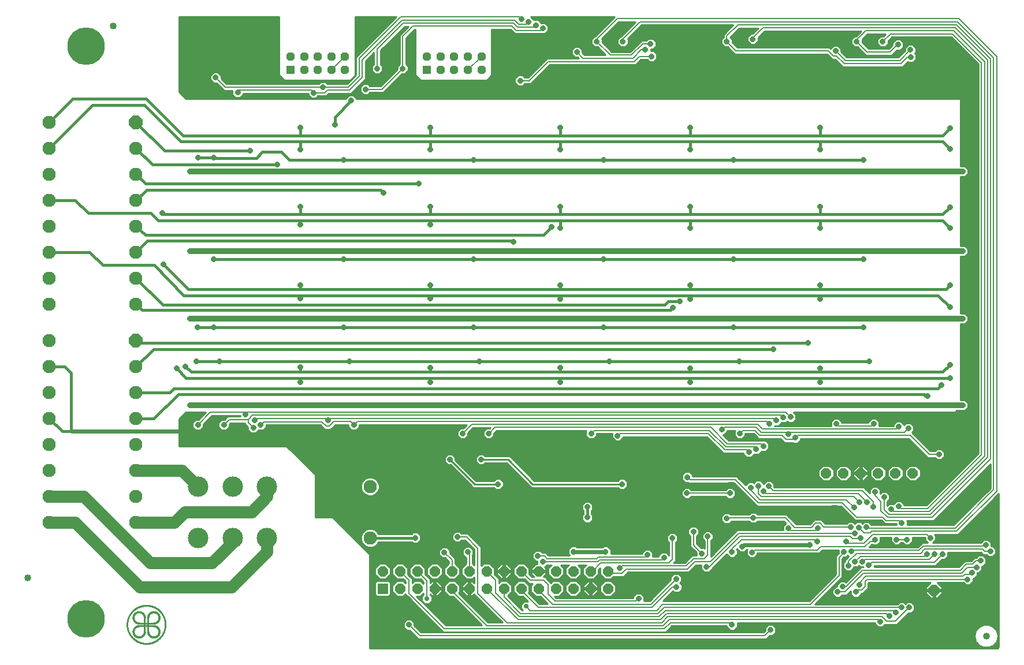
<source format=gbl>
G75*
%MOIN*%
%OFA0B0*%
%FSLAX25Y25*%
%IPPOS*%
%LPD*%
%AMOC8*
5,1,8,0,0,1.08239X$1,22.5*
%
%ADD10OC8,0.05906*%
%ADD11R,0.05906X0.05906*%
%ADD12OC8,0.07677*%
%ADD13C,0.07677*%
%ADD14C,0.11811*%
%ADD15C,0.01000*%
%ADD16C,0.00100*%
%ADD17C,0.04000*%
%ADD18OC8,0.06496*%
%ADD19R,0.04724X0.04724*%
%ADD20OC8,0.04724*%
%ADD21C,0.21654*%
%ADD22C,0.01600*%
%ADD23OC8,0.03175*%
%ADD24C,0.03200*%
%ADD25R,0.03175X0.03175*%
%ADD26C,0.02400*%
%ADD27C,0.00800*%
%ADD28C,0.07000*%
%ADD29OC8,0.02781*%
D10*
X0309333Y0115232D03*
X0319333Y0115232D03*
X0329333Y0115232D03*
X0339333Y0115232D03*
X0349333Y0115232D03*
X0359333Y0115232D03*
X0369333Y0115232D03*
X0379333Y0115232D03*
X0389333Y0115232D03*
X0399333Y0115232D03*
X0409333Y0115232D03*
X0419333Y0115232D03*
X0429333Y0115232D03*
X0439333Y0115232D03*
X0439333Y0105232D03*
X0429333Y0105232D03*
X0419333Y0105232D03*
X0409333Y0105232D03*
X0399333Y0105232D03*
X0389333Y0105232D03*
X0379333Y0105232D03*
X0369333Y0105232D03*
X0359333Y0105232D03*
X0349333Y0105232D03*
X0339333Y0105232D03*
X0329333Y0105232D03*
X0319333Y0105232D03*
X0565188Y0171770D03*
X0575188Y0171770D03*
X0585188Y0171770D03*
X0595188Y0171770D03*
X0605188Y0171770D03*
X0615188Y0171770D03*
D11*
X0309333Y0105232D03*
D12*
X0166932Y0248441D03*
X0166932Y0374425D03*
D13*
X0166932Y0359425D03*
X0166932Y0344425D03*
X0166932Y0329425D03*
X0166932Y0314425D03*
X0166932Y0299425D03*
X0166932Y0284425D03*
X0166932Y0269425D03*
X0116932Y0269425D03*
X0116932Y0284425D03*
X0116932Y0299425D03*
X0116932Y0314425D03*
X0116932Y0329425D03*
X0116932Y0344425D03*
X0116932Y0359425D03*
X0116932Y0374425D03*
X0116932Y0248441D03*
X0116932Y0233441D03*
X0116932Y0218441D03*
X0116932Y0203441D03*
X0116932Y0188441D03*
X0116932Y0173441D03*
X0116932Y0158441D03*
X0116932Y0143441D03*
X0166932Y0143441D03*
X0166932Y0158441D03*
X0166932Y0173441D03*
X0166932Y0188441D03*
X0166932Y0203441D03*
X0166932Y0218441D03*
X0166932Y0233441D03*
X0302044Y0164152D03*
X0302044Y0134388D03*
D14*
X0242516Y0134388D03*
X0222674Y0134388D03*
X0202831Y0134388D03*
X0202831Y0164152D03*
X0222674Y0164152D03*
X0242516Y0164152D03*
D15*
X0259610Y0181847D02*
X0345899Y0181847D01*
X0345100Y0181049D02*
X0345100Y0178491D01*
X0346909Y0176682D01*
X0348447Y0176682D01*
X0360438Y0164691D01*
X0361609Y0163520D01*
X0373571Y0163520D01*
X0374659Y0162432D01*
X0377216Y0162432D01*
X0379025Y0164241D01*
X0379025Y0166799D01*
X0377216Y0168607D01*
X0374659Y0168607D01*
X0373571Y0167520D01*
X0363266Y0167520D01*
X0351275Y0179511D01*
X0351275Y0181049D01*
X0349466Y0182857D01*
X0346909Y0182857D01*
X0345100Y0181049D01*
X0345100Y0180848D02*
X0260609Y0180848D01*
X0261607Y0179850D02*
X0345100Y0179850D01*
X0345100Y0178851D02*
X0262606Y0178851D01*
X0263604Y0177853D02*
X0345738Y0177853D01*
X0346737Y0176854D02*
X0264603Y0176854D01*
X0265601Y0175856D02*
X0349273Y0175856D01*
X0350271Y0174857D02*
X0266600Y0174857D01*
X0267598Y0173859D02*
X0351270Y0173859D01*
X0352269Y0172860D02*
X0268597Y0172860D01*
X0269595Y0171862D02*
X0353267Y0171862D01*
X0354266Y0170863D02*
X0270438Y0170863D01*
X0270438Y0171020D02*
X0253938Y0187520D01*
X0191688Y0187520D01*
X0191688Y0203020D01*
X0195688Y0207020D01*
X0207251Y0207020D01*
X0203088Y0202857D01*
X0201409Y0202857D01*
X0199600Y0201049D01*
X0199600Y0198491D01*
X0201409Y0196682D01*
X0203966Y0196682D01*
X0205775Y0198491D01*
X0205775Y0200170D01*
X0210725Y0205120D01*
X0227100Y0205120D01*
X0227100Y0204670D01*
X0219901Y0204670D01*
X0218088Y0202857D01*
X0216409Y0202857D01*
X0214600Y0201049D01*
X0214600Y0198491D01*
X0216409Y0196682D01*
X0218966Y0196682D01*
X0220775Y0198491D01*
X0220775Y0200170D01*
X0221475Y0200870D01*
X0229788Y0200870D01*
X0229788Y0200233D01*
X0231600Y0198420D01*
X0231600Y0196741D01*
X0233409Y0194932D01*
X0235966Y0194932D01*
X0237716Y0196682D01*
X0240216Y0196682D01*
X0242025Y0198491D01*
X0242025Y0199620D01*
X0273401Y0199620D01*
X0274788Y0198233D01*
X0275901Y0197120D01*
X0279225Y0197120D01*
X0281975Y0199870D01*
X0289600Y0199870D01*
X0289600Y0198491D01*
X0291409Y0196682D01*
X0293966Y0196682D01*
X0295775Y0198491D01*
X0295775Y0199870D01*
X0357851Y0199870D01*
X0355838Y0197857D01*
X0354159Y0197857D01*
X0352350Y0196049D01*
X0352350Y0193491D01*
X0354159Y0191682D01*
X0356716Y0191682D01*
X0358525Y0193491D01*
X0358525Y0195170D01*
X0361475Y0198120D01*
X0371351Y0198120D01*
X0371088Y0197857D01*
X0369159Y0197857D01*
X0367350Y0196049D01*
X0367350Y0193491D01*
X0369159Y0191682D01*
X0371716Y0191682D01*
X0373525Y0193491D01*
X0373525Y0194920D01*
X0374975Y0196370D01*
X0426921Y0196370D01*
X0426600Y0196049D01*
X0426600Y0193491D01*
X0428409Y0191682D01*
X0430966Y0191682D01*
X0432775Y0193491D01*
X0432775Y0194620D01*
X0441850Y0194620D01*
X0441850Y0192241D01*
X0443659Y0190432D01*
X0446216Y0190432D01*
X0448025Y0192241D01*
X0448025Y0192870D01*
X0496401Y0192870D01*
X0505901Y0183370D01*
X0517600Y0183370D01*
X0517600Y0182741D01*
X0519409Y0180932D01*
X0521966Y0180932D01*
X0523716Y0182682D01*
X0526216Y0182682D01*
X0527966Y0184432D01*
X0530466Y0184432D01*
X0532275Y0186241D01*
X0532275Y0188799D01*
X0530466Y0190607D01*
X0528787Y0190607D01*
X0528725Y0190670D01*
X0508975Y0190670D01*
X0505712Y0193932D01*
X0506466Y0193932D01*
X0508275Y0195741D01*
X0508275Y0196370D01*
X0512671Y0196370D01*
X0512350Y0196049D01*
X0512350Y0193491D01*
X0514159Y0191682D01*
X0516716Y0191682D01*
X0518525Y0193491D01*
X0518525Y0194620D01*
X0523401Y0194620D01*
X0525038Y0192983D01*
X0526151Y0191870D01*
X0538901Y0191870D01*
X0540288Y0190483D01*
X0541401Y0189370D01*
X0545971Y0189370D01*
X0546159Y0189182D01*
X0548716Y0189182D01*
X0550525Y0190991D01*
X0550525Y0191870D01*
X0612901Y0191870D01*
X0623901Y0180870D01*
X0627971Y0180870D01*
X0629159Y0179682D01*
X0631716Y0179682D01*
X0633525Y0181491D01*
X0633525Y0184049D01*
X0631716Y0185857D01*
X0629159Y0185857D01*
X0627971Y0184670D01*
X0625475Y0184670D01*
X0614714Y0195430D01*
X0615775Y0196491D01*
X0615775Y0199049D01*
X0613966Y0200857D01*
X0611409Y0200857D01*
X0610275Y0199723D01*
X0610275Y0200049D01*
X0608466Y0201857D01*
X0605909Y0201857D01*
X0604100Y0200049D01*
X0604100Y0199170D01*
X0595775Y0199170D01*
X0595775Y0201549D01*
X0593966Y0203357D01*
X0591409Y0203357D01*
X0589600Y0201549D01*
X0589600Y0200920D01*
X0574275Y0200920D01*
X0574275Y0201549D01*
X0572466Y0203357D01*
X0569909Y0203357D01*
X0568100Y0201549D01*
X0568100Y0199170D01*
X0535454Y0199170D01*
X0535466Y0199182D01*
X0537716Y0199182D01*
X0539466Y0200932D01*
X0541716Y0200932D01*
X0542688Y0201903D01*
X0543409Y0201182D01*
X0545966Y0201182D01*
X0547775Y0202991D01*
X0547775Y0205549D01*
X0546304Y0207020D01*
X0639688Y0207020D01*
X0640588Y0207920D01*
X0644804Y0207920D01*
X0644835Y0207932D01*
X0645466Y0207932D01*
X0645913Y0208379D01*
X0645944Y0208392D01*
X0646816Y0209264D01*
X0646828Y0209294D01*
X0647275Y0209741D01*
X0647275Y0210373D01*
X0647288Y0210403D01*
X0647288Y0211636D01*
X0647275Y0211667D01*
X0647275Y0212299D01*
X0646828Y0212745D01*
X0646816Y0212776D01*
X0645944Y0213648D01*
X0645913Y0213660D01*
X0645466Y0214107D01*
X0644835Y0214107D01*
X0644804Y0214120D01*
X0642688Y0214120D01*
X0642688Y0257920D01*
X0644804Y0257920D01*
X0644835Y0257932D01*
X0645466Y0257932D01*
X0645913Y0258379D01*
X0645944Y0258392D01*
X0646816Y0259264D01*
X0646828Y0259294D01*
X0647275Y0259741D01*
X0647275Y0260373D01*
X0647288Y0260403D01*
X0647288Y0261636D01*
X0647275Y0261667D01*
X0647275Y0262299D01*
X0646828Y0262745D01*
X0646816Y0262776D01*
X0645944Y0263648D01*
X0645913Y0263660D01*
X0645466Y0264107D01*
X0644835Y0264107D01*
X0644804Y0264120D01*
X0642688Y0264120D01*
X0642688Y0296920D01*
X0644804Y0296920D01*
X0644835Y0296932D01*
X0645466Y0296932D01*
X0645913Y0297379D01*
X0645944Y0297392D01*
X0646816Y0298264D01*
X0646828Y0298294D01*
X0647275Y0298741D01*
X0647275Y0299373D01*
X0647288Y0299403D01*
X0647288Y0300636D01*
X0647275Y0300667D01*
X0647275Y0301299D01*
X0646828Y0301745D01*
X0646816Y0301776D01*
X0645944Y0302648D01*
X0645913Y0302660D01*
X0645466Y0303107D01*
X0644835Y0303107D01*
X0644804Y0303120D01*
X0642688Y0303120D01*
X0642688Y0342920D01*
X0644804Y0342920D01*
X0644835Y0342932D01*
X0645466Y0342932D01*
X0645913Y0343379D01*
X0645944Y0343392D01*
X0646816Y0344264D01*
X0646828Y0344294D01*
X0647275Y0344741D01*
X0647275Y0345373D01*
X0647288Y0345403D01*
X0647288Y0346636D01*
X0647275Y0346667D01*
X0647275Y0347299D01*
X0646828Y0347745D01*
X0646816Y0347776D01*
X0645944Y0348648D01*
X0645913Y0348660D01*
X0645466Y0349107D01*
X0644835Y0349107D01*
X0644804Y0349120D01*
X0642688Y0349120D01*
X0642688Y0388020D01*
X0294275Y0388020D01*
X0294275Y0388299D01*
X0292466Y0390107D01*
X0289909Y0390107D01*
X0288100Y0388299D01*
X0288100Y0388020D01*
X0195688Y0388020D01*
X0191688Y0392020D01*
X0191688Y0435339D01*
X0249538Y0435339D01*
X0249538Y0401897D01*
X0252038Y0399397D01*
X0252565Y0398870D01*
X0290810Y0398870D01*
X0293060Y0401120D01*
X0293588Y0401647D01*
X0293588Y0435339D01*
X0317070Y0435339D01*
X0293788Y0412057D01*
X0293788Y0401807D01*
X0288629Y0396648D01*
X0277426Y0396648D01*
X0276216Y0397857D01*
X0273659Y0397857D01*
X0272471Y0396670D01*
X0219225Y0396670D01*
X0216025Y0399869D01*
X0216025Y0401549D01*
X0214216Y0403357D01*
X0211659Y0403357D01*
X0209850Y0401549D01*
X0209850Y0398991D01*
X0211659Y0397182D01*
X0213338Y0397182D01*
X0217651Y0392870D01*
X0222600Y0392870D01*
X0222600Y0390491D01*
X0224409Y0388682D01*
X0226966Y0388682D01*
X0228775Y0390491D01*
X0228775Y0391120D01*
X0266350Y0391120D01*
X0266350Y0390241D01*
X0268159Y0388432D01*
X0270716Y0388432D01*
X0271904Y0389620D01*
X0276725Y0389620D01*
X0277838Y0390733D01*
X0278225Y0391120D01*
X0290975Y0391120D01*
X0292088Y0392233D01*
X0299338Y0399483D01*
X0299338Y0409733D01*
X0304288Y0414683D01*
X0304288Y0407986D01*
X0303100Y0406799D01*
X0303100Y0404241D01*
X0304909Y0402432D01*
X0307466Y0402432D01*
X0309275Y0404241D01*
X0309275Y0406799D01*
X0308088Y0407986D01*
X0308088Y0415983D01*
X0321975Y0429870D01*
X0324101Y0429870D01*
X0319038Y0424807D01*
X0319038Y0407986D01*
X0317850Y0406799D01*
X0317850Y0405119D01*
X0308151Y0395420D01*
X0301904Y0395420D01*
X0300716Y0396607D01*
X0298159Y0396607D01*
X0296350Y0394799D01*
X0296350Y0392241D01*
X0298159Y0390432D01*
X0300716Y0390432D01*
X0301904Y0391620D01*
X0309725Y0391620D01*
X0310838Y0392733D01*
X0320537Y0402432D01*
X0322216Y0402432D01*
X0324025Y0404241D01*
X0324025Y0406799D01*
X0322838Y0407986D01*
X0322838Y0423233D01*
X0327725Y0428120D01*
X0328038Y0428120D01*
X0328038Y0401897D01*
X0330538Y0399397D01*
X0331065Y0398870D01*
X0369310Y0398870D01*
X0371560Y0401120D01*
X0372088Y0401647D01*
X0372088Y0428120D01*
X0383151Y0428120D01*
X0385651Y0425620D01*
X0401225Y0425620D01*
X0401287Y0425682D01*
X0402966Y0425682D01*
X0404775Y0427491D01*
X0404775Y0430049D01*
X0402966Y0431857D01*
X0400716Y0431857D01*
X0398966Y0433607D01*
X0396466Y0433607D01*
X0394735Y0435339D01*
X0443070Y0435339D01*
X0442788Y0435057D01*
X0432151Y0424420D01*
X0431838Y0424107D01*
X0431659Y0424107D01*
X0429850Y0422299D01*
X0429850Y0419741D01*
X0431659Y0417932D01*
X0433338Y0417932D01*
X0437851Y0413420D01*
X0425725Y0413420D01*
X0424525Y0414619D01*
X0424525Y0416299D01*
X0422716Y0418107D01*
X0420159Y0418107D01*
X0418350Y0416299D01*
X0418350Y0413741D01*
X0420159Y0411932D01*
X0421838Y0411932D01*
X0422351Y0411420D01*
X0404151Y0411420D01*
X0403038Y0410307D01*
X0393151Y0400420D01*
X0391154Y0400420D01*
X0389966Y0401607D01*
X0387409Y0401607D01*
X0385600Y0399799D01*
X0385600Y0397241D01*
X0387409Y0395432D01*
X0389966Y0395432D01*
X0391154Y0396620D01*
X0394725Y0396620D01*
X0395838Y0397733D01*
X0405725Y0407620D01*
X0455225Y0407620D01*
X0456338Y0408733D01*
X0458225Y0410620D01*
X0461971Y0410620D01*
X0463159Y0409432D01*
X0465716Y0409432D01*
X0467525Y0411241D01*
X0467525Y0413799D01*
X0465716Y0415607D01*
X0464025Y0415607D01*
X0464025Y0416682D01*
X0465216Y0416682D01*
X0467025Y0418491D01*
X0467025Y0421049D01*
X0465216Y0422857D01*
X0462659Y0422857D01*
X0461471Y0421670D01*
X0458651Y0421670D01*
X0452151Y0415170D01*
X0441475Y0415170D01*
X0436025Y0420619D01*
X0436025Y0422299D01*
X0435714Y0422609D01*
X0445475Y0432370D01*
X0455101Y0432370D01*
X0447151Y0424420D01*
X0446838Y0424107D01*
X0446659Y0424107D01*
X0444850Y0422299D01*
X0444850Y0419741D01*
X0446659Y0417932D01*
X0449216Y0417932D01*
X0451025Y0419741D01*
X0451025Y0422299D01*
X0450714Y0422609D01*
X0458725Y0430620D01*
X0511601Y0430620D01*
X0507151Y0426170D01*
X0506038Y0425057D01*
X0506038Y0423486D01*
X0504850Y0422299D01*
X0504850Y0419741D01*
X0506659Y0417932D01*
X0508338Y0417932D01*
X0512401Y0413870D01*
X0565651Y0413870D01*
X0568651Y0410870D01*
X0570401Y0410870D01*
X0574901Y0406370D01*
X0609225Y0406370D01*
X0610338Y0407483D01*
X0612348Y0409493D01*
X0612909Y0408932D01*
X0615466Y0408932D01*
X0617275Y0410741D01*
X0617275Y0413299D01*
X0616304Y0414270D01*
X0617025Y0414991D01*
X0617025Y0417549D01*
X0615216Y0419357D01*
X0612659Y0419357D01*
X0610850Y0417549D01*
X0610850Y0415869D01*
X0606901Y0411920D01*
X0577225Y0411920D01*
X0573775Y0415369D01*
X0573775Y0417049D01*
X0571966Y0418857D01*
X0569409Y0418857D01*
X0567723Y0417171D01*
X0567225Y0417670D01*
X0513975Y0417670D01*
X0511025Y0420619D01*
X0511025Y0422299D01*
X0509839Y0423484D01*
X0515225Y0428870D01*
X0526101Y0428870D01*
X0522838Y0425607D01*
X0521659Y0425607D01*
X0519850Y0423799D01*
X0519850Y0421241D01*
X0521659Y0419432D01*
X0524216Y0419432D01*
X0526025Y0421241D01*
X0526025Y0423420D01*
X0529725Y0427120D01*
X0585351Y0427120D01*
X0582338Y0424107D01*
X0581659Y0424107D01*
X0579850Y0422299D01*
X0579850Y0419741D01*
X0581659Y0417932D01*
X0583338Y0417932D01*
X0588151Y0413120D01*
X0602975Y0413120D01*
X0604088Y0414233D01*
X0606037Y0416182D01*
X0607966Y0416182D01*
X0609775Y0417991D01*
X0609775Y0420549D01*
X0607966Y0422357D01*
X0605409Y0422357D01*
X0603600Y0420549D01*
X0603600Y0419119D01*
X0601401Y0416920D01*
X0589725Y0416920D01*
X0586025Y0420619D01*
X0586025Y0422299D01*
X0585964Y0422359D01*
X0588975Y0425370D01*
X0599601Y0425370D01*
X0598338Y0424107D01*
X0596659Y0424107D01*
X0594850Y0422299D01*
X0594850Y0419741D01*
X0596659Y0417932D01*
X0599216Y0417932D01*
X0601025Y0419741D01*
X0601025Y0421420D01*
X0603225Y0423620D01*
X0637401Y0423620D01*
X0653038Y0407983D01*
X0653038Y0183307D01*
X0623151Y0153420D01*
X0610275Y0153420D01*
X0610275Y0154049D01*
X0608466Y0155857D01*
X0605909Y0155857D01*
X0604159Y0154107D01*
X0601659Y0154107D01*
X0600588Y0153036D01*
X0600588Y0155553D01*
X0601775Y0156741D01*
X0601775Y0159299D01*
X0599966Y0161107D01*
X0597409Y0161107D01*
X0596525Y0160223D01*
X0596525Y0162299D01*
X0594716Y0164107D01*
X0592159Y0164107D01*
X0590350Y0162299D01*
X0590350Y0160294D01*
X0588088Y0162557D01*
X0586975Y0163670D01*
X0535475Y0163670D01*
X0535275Y0163869D01*
X0535275Y0165549D01*
X0533466Y0167357D01*
X0530909Y0167357D01*
X0529275Y0165723D01*
X0529275Y0165799D01*
X0527466Y0167607D01*
X0524909Y0167607D01*
X0523438Y0166136D01*
X0522966Y0166607D01*
X0520409Y0166607D01*
X0518723Y0164921D01*
X0514838Y0168807D01*
X0513725Y0169920D01*
X0488275Y0169920D01*
X0488275Y0170799D01*
X0486466Y0172607D01*
X0483909Y0172607D01*
X0482100Y0170799D01*
X0482100Y0168241D01*
X0483909Y0166432D01*
X0485588Y0166432D01*
X0485901Y0166120D01*
X0512151Y0166120D01*
X0524288Y0153983D01*
X0525401Y0152870D01*
X0573651Y0152870D01*
X0580788Y0145733D01*
X0581901Y0144620D01*
X0597151Y0144620D01*
X0599151Y0142620D01*
X0605850Y0142620D01*
X0605850Y0141920D01*
X0591525Y0141920D01*
X0591525Y0142049D01*
X0589716Y0143857D01*
X0587159Y0143857D01*
X0586188Y0142886D01*
X0585466Y0143607D01*
X0582909Y0143607D01*
X0581938Y0142636D01*
X0580716Y0143857D01*
X0578159Y0143857D01*
X0576971Y0142670D01*
X0564725Y0142670D01*
X0562475Y0144920D01*
X0558401Y0144920D01*
X0557288Y0143807D01*
X0555901Y0142420D01*
X0547975Y0142420D01*
X0543588Y0146807D01*
X0542475Y0147920D01*
X0525654Y0147920D01*
X0524466Y0149107D01*
X0521909Y0149107D01*
X0520721Y0147920D01*
X0510154Y0147920D01*
X0509216Y0148857D01*
X0506659Y0148857D01*
X0504850Y0147049D01*
X0504850Y0144491D01*
X0506659Y0142682D01*
X0509216Y0142682D01*
X0510654Y0144120D01*
X0520721Y0144120D01*
X0521909Y0142932D01*
X0524466Y0142932D01*
X0525654Y0144120D01*
X0540901Y0144120D01*
X0542036Y0142984D01*
X0540350Y0141299D01*
X0540350Y0138920D01*
X0513901Y0138920D01*
X0498838Y0123857D01*
X0498838Y0132803D01*
X0500025Y0133991D01*
X0500025Y0136549D01*
X0498216Y0138357D01*
X0495659Y0138357D01*
X0493850Y0136549D01*
X0493850Y0133991D01*
X0495038Y0132803D01*
X0495038Y0128286D01*
X0494716Y0128607D01*
X0493037Y0128607D01*
X0491338Y0130307D01*
X0490588Y0131057D01*
X0490588Y0135553D01*
X0491775Y0136741D01*
X0491775Y0139299D01*
X0489966Y0141107D01*
X0487409Y0141107D01*
X0485600Y0139299D01*
X0485600Y0136741D01*
X0486788Y0135553D01*
X0486788Y0129483D01*
X0488651Y0127620D01*
X0490350Y0125920D01*
X0490350Y0124420D01*
X0487901Y0124420D01*
X0483651Y0120170D01*
X0477275Y0120170D01*
X0478338Y0121233D01*
X0478338Y0131803D01*
X0479525Y0132991D01*
X0479525Y0135549D01*
X0477716Y0137357D01*
X0475159Y0137357D01*
X0473350Y0135549D01*
X0473350Y0132991D01*
X0474538Y0131803D01*
X0474538Y0124536D01*
X0472966Y0126107D01*
X0470409Y0126107D01*
X0468600Y0124299D01*
X0468600Y0123670D01*
X0465275Y0123670D01*
X0465275Y0126049D01*
X0463466Y0127857D01*
X0460909Y0127857D01*
X0459100Y0126049D01*
X0459100Y0125420D01*
X0441025Y0125420D01*
X0441025Y0127799D01*
X0439216Y0129607D01*
X0436659Y0129607D01*
X0436271Y0129220D01*
X0421104Y0129220D01*
X0420716Y0129607D01*
X0418159Y0129607D01*
X0416350Y0127799D01*
X0416350Y0125241D01*
X0417171Y0124420D01*
X0404975Y0124420D01*
X0404588Y0124807D01*
X0403475Y0125920D01*
X0401404Y0125920D01*
X0400216Y0127107D01*
X0397659Y0127107D01*
X0395850Y0125299D01*
X0395850Y0122741D01*
X0397659Y0120932D01*
X0398600Y0120932D01*
X0398600Y0119491D01*
X0398606Y0119485D01*
X0397572Y0119485D01*
X0395081Y0116994D01*
X0395081Y0115717D01*
X0398849Y0115717D01*
X0398849Y0114748D01*
X0395081Y0114748D01*
X0395081Y0113471D01*
X0396632Y0111920D01*
X0395333Y0111920D01*
X0393786Y0113467D01*
X0393786Y0117077D01*
X0391178Y0119685D01*
X0387489Y0119685D01*
X0384881Y0117077D01*
X0384881Y0113388D01*
X0387489Y0110780D01*
X0391099Y0110780D01*
X0393759Y0108120D01*
X0395924Y0108120D01*
X0394881Y0107077D01*
X0394881Y0103388D01*
X0397489Y0100780D01*
X0400049Y0100780D01*
X0404509Y0096320D01*
X0399883Y0096320D01*
X0393300Y0102902D01*
X0393786Y0103388D01*
X0393786Y0107077D01*
X0391178Y0109685D01*
X0387489Y0109685D01*
X0384881Y0107077D01*
X0384881Y0103388D01*
X0387489Y0100780D01*
X0390049Y0100780D01*
X0392968Y0097860D01*
X0390840Y0097860D01*
X0389147Y0096167D01*
X0389147Y0093772D01*
X0390250Y0092670D01*
X0389725Y0092670D01*
X0381396Y0100998D01*
X0383786Y0103388D01*
X0383786Y0107077D01*
X0381178Y0109685D01*
X0377489Y0109685D01*
X0376338Y0108534D01*
X0376338Y0110915D01*
X0373786Y0113467D01*
X0373786Y0117077D01*
X0371178Y0119685D01*
X0367489Y0119685D01*
X0366088Y0118284D01*
X0366088Y0129307D01*
X0358475Y0136920D01*
X0354904Y0136920D01*
X0353716Y0138107D01*
X0351159Y0138107D01*
X0349350Y0136299D01*
X0349350Y0133741D01*
X0351159Y0131932D01*
X0353716Y0131932D01*
X0354904Y0133120D01*
X0356901Y0133120D01*
X0362288Y0127733D01*
X0362288Y0118575D01*
X0361233Y0119629D01*
X0361233Y0124699D01*
X0361525Y0124991D01*
X0361525Y0127549D01*
X0359716Y0129357D01*
X0357159Y0129357D01*
X0355350Y0127549D01*
X0355350Y0124991D01*
X0357159Y0123182D01*
X0357433Y0123182D01*
X0357433Y0119629D01*
X0354881Y0117077D01*
X0354881Y0113388D01*
X0357489Y0110780D01*
X0361178Y0110780D01*
X0362288Y0111889D01*
X0362288Y0108292D01*
X0361095Y0109485D01*
X0359818Y0109485D01*
X0359818Y0105717D01*
X0358849Y0105717D01*
X0358849Y0109485D01*
X0357572Y0109485D01*
X0355081Y0106994D01*
X0355081Y0105717D01*
X0358849Y0105717D01*
X0358849Y0104748D01*
X0355081Y0104748D01*
X0355081Y0103471D01*
X0357572Y0100980D01*
X0358849Y0100980D01*
X0358849Y0104748D01*
X0359818Y0104748D01*
X0359818Y0100980D01*
X0361095Y0100980D01*
X0362288Y0102172D01*
X0362288Y0101733D01*
X0378351Y0085670D01*
X0370225Y0085670D01*
X0353146Y0102748D01*
X0353786Y0103388D01*
X0353786Y0107077D01*
X0351178Y0109685D01*
X0347489Y0109685D01*
X0344881Y0107077D01*
X0344881Y0103388D01*
X0347489Y0100780D01*
X0349741Y0100780D01*
X0366601Y0083920D01*
X0345725Y0083920D01*
X0328865Y0100780D01*
X0331178Y0100780D01*
X0332838Y0102439D01*
X0332838Y0101608D01*
X0331847Y0100617D01*
X0331847Y0098222D01*
X0333540Y0096529D01*
X0335935Y0096529D01*
X0337628Y0098222D01*
X0337628Y0100617D01*
X0336638Y0101608D01*
X0336638Y0101914D01*
X0337572Y0100980D01*
X0338849Y0100980D01*
X0338849Y0104748D01*
X0339818Y0104748D01*
X0339818Y0105717D01*
X0338849Y0105717D01*
X0338849Y0109485D01*
X0337572Y0109485D01*
X0336638Y0108551D01*
X0336638Y0110615D01*
X0333786Y0113467D01*
X0333786Y0117077D01*
X0331178Y0119685D01*
X0327489Y0119685D01*
X0324881Y0117077D01*
X0324881Y0113388D01*
X0327489Y0110780D01*
X0331099Y0110780D01*
X0332838Y0109041D01*
X0332838Y0108025D01*
X0331178Y0109685D01*
X0327489Y0109685D01*
X0326338Y0108534D01*
X0326338Y0110915D01*
X0325225Y0112028D01*
X0323786Y0113467D01*
X0323786Y0117077D01*
X0321178Y0119685D01*
X0317489Y0119685D01*
X0314881Y0117077D01*
X0314881Y0113388D01*
X0317489Y0110780D01*
X0321099Y0110780D01*
X0322538Y0109341D01*
X0322538Y0108325D01*
X0321178Y0109685D01*
X0317489Y0109685D01*
X0314881Y0107077D01*
X0314881Y0103388D01*
X0317489Y0100780D01*
X0321178Y0100780D01*
X0322538Y0102139D01*
X0322538Y0101733D01*
X0323651Y0100620D01*
X0343038Y0081233D01*
X0343038Y0081233D01*
X0344151Y0080120D01*
X0472725Y0080120D01*
X0476225Y0083620D01*
X0507850Y0083620D01*
X0507850Y0082991D01*
X0509659Y0081182D01*
X0512216Y0081182D01*
X0514025Y0082991D01*
X0514025Y0085370D01*
X0593350Y0085370D01*
X0593350Y0084741D01*
X0595159Y0082932D01*
X0597716Y0082932D01*
X0599277Y0084493D01*
X0599401Y0084370D01*
X0605975Y0084370D01*
X0607088Y0085483D01*
X0612787Y0091182D01*
X0614466Y0091182D01*
X0616275Y0092991D01*
X0616275Y0095549D01*
X0614466Y0097357D01*
X0611909Y0097357D01*
X0611063Y0096511D01*
X0610216Y0097357D01*
X0607659Y0097357D01*
X0606471Y0096170D01*
X0558875Y0096170D01*
X0573425Y0110720D01*
X0574538Y0111833D01*
X0574538Y0122333D01*
X0575537Y0123332D01*
X0576766Y0123332D01*
X0577713Y0124278D01*
X0578236Y0123755D01*
X0577401Y0122920D01*
X0576288Y0121807D01*
X0576288Y0120986D01*
X0575100Y0119799D01*
X0575100Y0117241D01*
X0576909Y0115432D01*
X0579466Y0115432D01*
X0581275Y0117241D01*
X0581275Y0117682D01*
X0583216Y0117682D01*
X0584063Y0118528D01*
X0584909Y0117682D01*
X0586850Y0117682D01*
X0586850Y0117670D01*
X0585401Y0117670D01*
X0584288Y0116557D01*
X0576527Y0108796D01*
X0575966Y0109357D01*
X0573409Y0109357D01*
X0571600Y0107549D01*
X0571600Y0106357D01*
X0570659Y0106357D01*
X0568850Y0104549D01*
X0568850Y0101991D01*
X0570659Y0100182D01*
X0573216Y0100182D01*
X0574404Y0101370D01*
X0576975Y0101370D01*
X0579350Y0103745D01*
X0579350Y0101991D01*
X0581159Y0100182D01*
X0583716Y0100182D01*
X0585525Y0101991D01*
X0585525Y0102370D01*
X0586475Y0102370D01*
X0587588Y0103483D01*
X0589588Y0105483D01*
X0589588Y0108483D01*
X0589725Y0108620D01*
X0625506Y0108620D01*
X0622940Y0106054D01*
X0622940Y0104670D01*
X0626988Y0104670D01*
X0626988Y0103670D01*
X0627988Y0103670D01*
X0627988Y0104670D01*
X0632036Y0104670D01*
X0632036Y0106054D01*
X0629470Y0108620D01*
X0644471Y0108620D01*
X0645659Y0107432D01*
X0648216Y0107432D01*
X0650025Y0109241D01*
X0650025Y0111182D01*
X0650716Y0111182D01*
X0652525Y0112991D01*
X0652525Y0114432D01*
X0653466Y0114432D01*
X0655275Y0116241D01*
X0655275Y0118182D01*
X0655716Y0118182D01*
X0657525Y0119991D01*
X0657525Y0122549D01*
X0655716Y0124357D01*
X0653159Y0124357D01*
X0651971Y0123170D01*
X0650901Y0123170D01*
X0648901Y0121170D01*
X0645401Y0121170D01*
X0641901Y0117670D01*
X0593025Y0117670D01*
X0593025Y0118370D01*
X0628475Y0118370D01*
X0632037Y0121932D01*
X0633716Y0121932D01*
X0635525Y0123741D01*
X0635525Y0126120D01*
X0654651Y0126120D01*
X0654788Y0125983D01*
X0655901Y0124870D01*
X0657721Y0124870D01*
X0658909Y0123682D01*
X0661466Y0123682D01*
X0663275Y0125491D01*
X0663275Y0128049D01*
X0661466Y0129857D01*
X0660525Y0129857D01*
X0660525Y0131549D01*
X0658716Y0133357D01*
X0656159Y0133357D01*
X0654471Y0131670D01*
X0626954Y0131670D01*
X0628525Y0133241D01*
X0628525Y0135799D01*
X0627954Y0136370D01*
X0641225Y0136370D01*
X0642338Y0137483D01*
X0664794Y0159939D01*
X0664794Y0071925D01*
X0664779Y0071736D01*
X0664662Y0071376D01*
X0664440Y0071071D01*
X0664134Y0070848D01*
X0663774Y0070731D01*
X0663585Y0070717D01*
X0301688Y0070717D01*
X0301688Y0125020D01*
X0280438Y0146520D01*
X0270438Y0146520D01*
X0270438Y0171020D01*
X0270438Y0169865D02*
X0355264Y0169865D01*
X0356263Y0168866D02*
X0304612Y0168866D01*
X0305068Y0168677D02*
X0303106Y0169490D01*
X0300982Y0169490D01*
X0299020Y0168677D01*
X0297518Y0167176D01*
X0296705Y0165213D01*
X0296705Y0163090D01*
X0297518Y0161128D01*
X0299020Y0159626D01*
X0300982Y0158813D01*
X0303106Y0158813D01*
X0305068Y0159626D01*
X0306570Y0161128D01*
X0307383Y0163090D01*
X0307383Y0165213D01*
X0306570Y0167176D01*
X0305068Y0168677D01*
X0305878Y0167868D02*
X0357261Y0167868D01*
X0358260Y0166869D02*
X0306697Y0166869D01*
X0307110Y0165871D02*
X0359258Y0165871D01*
X0360257Y0164872D02*
X0307383Y0164872D01*
X0307383Y0163874D02*
X0361255Y0163874D01*
X0362438Y0165520D02*
X0375938Y0165520D01*
X0377956Y0167868D02*
X0390761Y0167868D01*
X0389763Y0168866D02*
X0361919Y0168866D01*
X0360921Y0169865D02*
X0388764Y0169865D01*
X0387766Y0170863D02*
X0359922Y0170863D01*
X0358924Y0171862D02*
X0386767Y0171862D01*
X0385769Y0172860D02*
X0357925Y0172860D01*
X0356927Y0173859D02*
X0384770Y0173859D01*
X0383771Y0174857D02*
X0355928Y0174857D01*
X0354930Y0175856D02*
X0382773Y0175856D01*
X0381774Y0176854D02*
X0367639Y0176854D01*
X0367466Y0176682D02*
X0368554Y0177770D01*
X0380859Y0177770D01*
X0395109Y0163520D01*
X0445071Y0163520D01*
X0446159Y0162432D01*
X0448716Y0162432D01*
X0450525Y0164241D01*
X0450525Y0166799D01*
X0448716Y0168607D01*
X0446159Y0168607D01*
X0445071Y0167520D01*
X0396766Y0167520D01*
X0383688Y0180598D01*
X0382516Y0181770D01*
X0368554Y0181770D01*
X0367466Y0182857D01*
X0364909Y0182857D01*
X0363100Y0181049D01*
X0363100Y0178491D01*
X0364909Y0176682D01*
X0367466Y0176682D01*
X0364737Y0176854D02*
X0353931Y0176854D01*
X0352933Y0177853D02*
X0363738Y0177853D01*
X0363100Y0178851D02*
X0351934Y0178851D01*
X0351275Y0179850D02*
X0363100Y0179850D01*
X0363100Y0180848D02*
X0351275Y0180848D01*
X0350477Y0181847D02*
X0363899Y0181847D01*
X0364897Y0182846D02*
X0349478Y0182846D01*
X0346897Y0182846D02*
X0258612Y0182846D01*
X0257613Y0183844D02*
X0505426Y0183844D01*
X0504428Y0184843D02*
X0256615Y0184843D01*
X0255616Y0185841D02*
X0503429Y0185841D01*
X0502431Y0186840D02*
X0254618Y0186840D01*
X0241357Y0197823D02*
X0275197Y0197823D01*
X0274199Y0198822D02*
X0242025Y0198822D01*
X0240359Y0196825D02*
X0291266Y0196825D01*
X0290268Y0197823D02*
X0279928Y0197823D01*
X0280927Y0198822D02*
X0289600Y0198822D01*
X0289600Y0199820D02*
X0281925Y0199820D01*
X0294109Y0196825D02*
X0353126Y0196825D01*
X0352350Y0195826D02*
X0236860Y0195826D01*
X0232515Y0195826D02*
X0191688Y0195826D01*
X0191688Y0194828D02*
X0352350Y0194828D01*
X0352350Y0193829D02*
X0191688Y0193829D01*
X0191688Y0192831D02*
X0353010Y0192831D01*
X0354009Y0191832D02*
X0191688Y0191832D01*
X0191688Y0190834D02*
X0443258Y0190834D01*
X0442259Y0191832D02*
X0431116Y0191832D01*
X0432115Y0192831D02*
X0441850Y0192831D01*
X0441850Y0193829D02*
X0432775Y0193829D01*
X0428259Y0191832D02*
X0371866Y0191832D01*
X0372865Y0192831D02*
X0427260Y0192831D01*
X0426600Y0193829D02*
X0373525Y0193829D01*
X0373525Y0194828D02*
X0426600Y0194828D01*
X0426600Y0195826D02*
X0374431Y0195826D01*
X0369125Y0197823D02*
X0361178Y0197823D01*
X0360180Y0196825D02*
X0368126Y0196825D01*
X0367350Y0195826D02*
X0359181Y0195826D01*
X0358525Y0194828D02*
X0367350Y0194828D01*
X0367350Y0193829D02*
X0358525Y0193829D01*
X0357865Y0192831D02*
X0368010Y0192831D01*
X0369009Y0191832D02*
X0356866Y0191832D01*
X0354125Y0197823D02*
X0295107Y0197823D01*
X0295775Y0198822D02*
X0356803Y0198822D01*
X0357801Y0199820D02*
X0295775Y0199820D01*
X0299476Y0168866D02*
X0270438Y0168866D01*
X0270438Y0167868D02*
X0298210Y0167868D01*
X0297391Y0166869D02*
X0270438Y0166869D01*
X0270438Y0165871D02*
X0296978Y0165871D01*
X0296705Y0164872D02*
X0270438Y0164872D01*
X0270438Y0163874D02*
X0296705Y0163874D01*
X0296794Y0162875D02*
X0270438Y0162875D01*
X0270438Y0161877D02*
X0297208Y0161877D01*
X0297767Y0160878D02*
X0270438Y0160878D01*
X0270438Y0159880D02*
X0298766Y0159880D01*
X0300817Y0158881D02*
X0270438Y0158881D01*
X0270438Y0157883D02*
X0482958Y0157883D01*
X0483659Y0157182D02*
X0486216Y0157182D01*
X0487404Y0158370D01*
X0507221Y0158370D01*
X0508409Y0157182D01*
X0510966Y0157182D01*
X0512775Y0158991D01*
X0512775Y0161549D01*
X0510966Y0163357D01*
X0508409Y0163357D01*
X0507221Y0162170D01*
X0487404Y0162170D01*
X0486216Y0163357D01*
X0483659Y0163357D01*
X0481850Y0161549D01*
X0481850Y0158991D01*
X0483659Y0157182D01*
X0481960Y0158881D02*
X0303271Y0158881D01*
X0305322Y0159880D02*
X0481850Y0159880D01*
X0481850Y0160878D02*
X0306321Y0160878D01*
X0306880Y0161877D02*
X0482179Y0161877D01*
X0483177Y0162875D02*
X0449159Y0162875D01*
X0450158Y0163874D02*
X0514397Y0163874D01*
X0515395Y0162875D02*
X0511448Y0162875D01*
X0512447Y0161877D02*
X0516394Y0161877D01*
X0517392Y0160878D02*
X0512775Y0160878D01*
X0512775Y0159880D02*
X0518391Y0159880D01*
X0519389Y0158881D02*
X0512665Y0158881D01*
X0511667Y0157883D02*
X0520388Y0157883D01*
X0521386Y0156884D02*
X0270438Y0156884D01*
X0270438Y0155886D02*
X0522385Y0155886D01*
X0523383Y0154887D02*
X0429186Y0154887D01*
X0428716Y0155357D02*
X0426159Y0155357D01*
X0424350Y0153549D01*
X0424350Y0150991D01*
X0425138Y0150203D01*
X0425138Y0148336D01*
X0424350Y0147549D01*
X0424350Y0144991D01*
X0426159Y0143182D01*
X0428716Y0143182D01*
X0430525Y0144991D01*
X0430525Y0147549D01*
X0429738Y0148336D01*
X0429738Y0150203D01*
X0430525Y0150991D01*
X0430525Y0153549D01*
X0428716Y0155357D01*
X0430185Y0153889D02*
X0524382Y0153889D01*
X0525380Y0152890D02*
X0430525Y0152890D01*
X0430525Y0151892D02*
X0574629Y0151892D01*
X0575627Y0150893D02*
X0430427Y0150893D01*
X0429738Y0149895D02*
X0576626Y0149895D01*
X0577624Y0148896D02*
X0524677Y0148896D01*
X0521698Y0148896D02*
X0429738Y0148896D01*
X0430176Y0147898D02*
X0505699Y0147898D01*
X0504850Y0146899D02*
X0430525Y0146899D01*
X0430525Y0145901D02*
X0504850Y0145901D01*
X0504850Y0144902D02*
X0430436Y0144902D01*
X0429438Y0143904D02*
X0505438Y0143904D01*
X0506436Y0142905D02*
X0284010Y0142905D01*
X0283023Y0143904D02*
X0425438Y0143904D01*
X0424439Y0144902D02*
X0282036Y0144902D01*
X0281050Y0145901D02*
X0424350Y0145901D01*
X0424350Y0146899D02*
X0270438Y0146899D01*
X0270438Y0147898D02*
X0424699Y0147898D01*
X0425138Y0148896D02*
X0270438Y0148896D01*
X0270438Y0149895D02*
X0425138Y0149895D01*
X0424448Y0150893D02*
X0270438Y0150893D01*
X0270438Y0151892D02*
X0424350Y0151892D01*
X0424350Y0152890D02*
X0270438Y0152890D01*
X0270438Y0153889D02*
X0424690Y0153889D01*
X0425689Y0154887D02*
X0270438Y0154887D01*
X0284997Y0141907D02*
X0540958Y0141907D01*
X0540350Y0140908D02*
X0490166Y0140908D01*
X0491164Y0139910D02*
X0540350Y0139910D01*
X0541957Y0142905D02*
X0509439Y0142905D01*
X0510438Y0143904D02*
X0520938Y0143904D01*
X0525438Y0143904D02*
X0541117Y0143904D01*
X0543495Y0146899D02*
X0579621Y0146899D01*
X0578623Y0147898D02*
X0542497Y0147898D01*
X0544494Y0145901D02*
X0580620Y0145901D01*
X0581618Y0144902D02*
X0562492Y0144902D01*
X0563491Y0143904D02*
X0597867Y0143904D01*
X0598865Y0142905D02*
X0590669Y0142905D01*
X0586207Y0142905D02*
X0586169Y0142905D01*
X0582207Y0142905D02*
X0581669Y0142905D01*
X0577207Y0142905D02*
X0564489Y0142905D01*
X0558383Y0144902D02*
X0545492Y0144902D01*
X0546491Y0143904D02*
X0557385Y0143904D01*
X0556386Y0142905D02*
X0547489Y0142905D01*
X0562975Y0127520D02*
X0572400Y0127520D01*
X0572400Y0125569D01*
X0571851Y0125020D01*
X0570738Y0123907D01*
X0570738Y0113407D01*
X0555301Y0097970D01*
X0471075Y0097970D01*
X0476848Y0103743D01*
X0477659Y0102932D01*
X0480216Y0102932D01*
X0482025Y0104741D01*
X0482025Y0107299D01*
X0480804Y0108520D01*
X0481775Y0109491D01*
X0481775Y0112049D01*
X0479966Y0113857D01*
X0477409Y0113857D01*
X0475600Y0112049D01*
X0475600Y0110369D01*
X0463301Y0098070D01*
X0460004Y0098070D01*
X0460075Y0098141D01*
X0460075Y0100699D01*
X0458266Y0102507D01*
X0455709Y0102507D01*
X0453900Y0100699D01*
X0453900Y0099820D01*
X0409525Y0099820D01*
X0408565Y0100780D01*
X0411178Y0100780D01*
X0413786Y0103388D01*
X0413786Y0107077D01*
X0411178Y0109685D01*
X0407489Y0109685D01*
X0406349Y0108545D01*
X0404088Y0110807D01*
X0402975Y0111920D01*
X0402035Y0111920D01*
X0403586Y0113471D01*
X0403586Y0114748D01*
X0399818Y0114748D01*
X0399818Y0115717D01*
X0403586Y0115717D01*
X0403586Y0116994D01*
X0402898Y0117682D01*
X0402966Y0117682D01*
X0404154Y0118870D01*
X0406674Y0118870D01*
X0404881Y0117077D01*
X0404881Y0113388D01*
X0407489Y0110780D01*
X0411178Y0110780D01*
X0413786Y0113388D01*
X0413786Y0117077D01*
X0411993Y0118870D01*
X0416674Y0118870D01*
X0414881Y0117077D01*
X0414881Y0113388D01*
X0417489Y0110780D01*
X0421178Y0110780D01*
X0423786Y0113388D01*
X0423786Y0117077D01*
X0421993Y0118870D01*
X0426674Y0118870D01*
X0424881Y0117077D01*
X0424881Y0113388D01*
X0427489Y0110780D01*
X0431178Y0110780D01*
X0433786Y0113388D01*
X0433786Y0115931D01*
X0434881Y0117026D01*
X0434881Y0113388D01*
X0437489Y0110780D01*
X0441178Y0110780D01*
X0442518Y0112120D01*
X0448225Y0112120D01*
X0449338Y0113233D01*
X0450725Y0114620D01*
X0485975Y0114620D01*
X0487088Y0115733D01*
X0490225Y0118870D01*
X0493100Y0118870D01*
X0493100Y0116491D01*
X0494909Y0114682D01*
X0497466Y0114682D01*
X0498654Y0115870D01*
X0498725Y0115870D01*
X0499838Y0116983D01*
X0507850Y0124995D01*
X0507850Y0124991D01*
X0509659Y0123182D01*
X0512216Y0123182D01*
X0514025Y0124991D01*
X0514025Y0127549D01*
X0513589Y0127984D01*
X0513723Y0128118D01*
X0515409Y0126432D01*
X0517966Y0126432D01*
X0519354Y0127820D01*
X0519871Y0127820D01*
X0519350Y0127299D01*
X0519350Y0124741D01*
X0521159Y0122932D01*
X0523716Y0122932D01*
X0525525Y0124741D01*
X0525525Y0125620D01*
X0561075Y0125620D01*
X0562975Y0127520D01*
X0562384Y0126929D02*
X0572400Y0126929D01*
X0572400Y0125930D02*
X0561385Y0125930D01*
X0570764Y0123933D02*
X0524718Y0123933D01*
X0525525Y0124932D02*
X0571763Y0124932D01*
X0571851Y0125020D02*
X0571851Y0125020D01*
X0570738Y0122935D02*
X0523719Y0122935D01*
X0521156Y0122935D02*
X0505790Y0122935D01*
X0506788Y0123933D02*
X0508908Y0123933D01*
X0507909Y0124932D02*
X0507787Y0124932D01*
X0504791Y0121936D02*
X0570738Y0121936D01*
X0570738Y0120938D02*
X0503793Y0120938D01*
X0502794Y0119939D02*
X0570738Y0119939D01*
X0570738Y0118941D02*
X0501796Y0118941D01*
X0500797Y0117942D02*
X0570738Y0117942D01*
X0570738Y0116944D02*
X0499799Y0116944D01*
X0498800Y0115945D02*
X0570738Y0115945D01*
X0570738Y0114947D02*
X0497731Y0114947D01*
X0494644Y0114947D02*
X0486302Y0114947D01*
X0487300Y0115945D02*
X0493646Y0115945D01*
X0493100Y0116944D02*
X0488299Y0116944D01*
X0489297Y0117942D02*
X0493100Y0117942D01*
X0487414Y0123933D02*
X0478338Y0123933D01*
X0478338Y0122935D02*
X0486416Y0122935D01*
X0485417Y0121936D02*
X0478338Y0121936D01*
X0478043Y0120938D02*
X0484419Y0120938D01*
X0490350Y0124932D02*
X0478338Y0124932D01*
X0478338Y0125930D02*
X0490340Y0125930D01*
X0489341Y0126929D02*
X0478338Y0126929D01*
X0478338Y0127927D02*
X0488343Y0127927D01*
X0487344Y0128926D02*
X0478338Y0128926D01*
X0478338Y0129924D02*
X0486788Y0129924D01*
X0486788Y0130923D02*
X0478338Y0130923D01*
X0478456Y0131921D02*
X0486788Y0131921D01*
X0486788Y0132920D02*
X0479454Y0132920D01*
X0479525Y0133918D02*
X0486788Y0133918D01*
X0486788Y0134917D02*
X0479525Y0134917D01*
X0479158Y0135915D02*
X0486426Y0135915D01*
X0485600Y0136914D02*
X0478160Y0136914D01*
X0474716Y0136914D02*
X0358480Y0136914D01*
X0359479Y0135915D02*
X0473717Y0135915D01*
X0473350Y0134917D02*
X0360477Y0134917D01*
X0361476Y0133918D02*
X0473350Y0133918D01*
X0473421Y0132920D02*
X0362474Y0132920D01*
X0363473Y0131921D02*
X0474420Y0131921D01*
X0474538Y0130923D02*
X0364471Y0130923D01*
X0365470Y0129924D02*
X0474538Y0129924D01*
X0474538Y0128926D02*
X0439898Y0128926D01*
X0440896Y0127927D02*
X0474538Y0127927D01*
X0474538Y0126929D02*
X0464395Y0126929D01*
X0465275Y0125930D02*
X0470232Y0125930D01*
X0469234Y0124932D02*
X0465275Y0124932D01*
X0465275Y0123933D02*
X0468600Y0123933D01*
X0473143Y0125930D02*
X0474538Y0125930D01*
X0474538Y0124932D02*
X0474142Y0124932D01*
X0459981Y0126929D02*
X0441025Y0126929D01*
X0441025Y0125930D02*
X0459100Y0125930D01*
X0450053Y0113948D02*
X0570738Y0113948D01*
X0570281Y0112950D02*
X0480874Y0112950D01*
X0481775Y0111951D02*
X0569282Y0111951D01*
X0568284Y0110953D02*
X0481775Y0110953D01*
X0481775Y0109954D02*
X0567285Y0109954D01*
X0566287Y0108956D02*
X0481240Y0108956D01*
X0481366Y0107957D02*
X0565288Y0107957D01*
X0564290Y0106959D02*
X0482025Y0106959D01*
X0482025Y0105960D02*
X0563291Y0105960D01*
X0562293Y0104962D02*
X0482025Y0104962D01*
X0481247Y0103963D02*
X0561294Y0103963D01*
X0560296Y0102965D02*
X0480249Y0102965D01*
X0477627Y0102965D02*
X0476070Y0102965D01*
X0475071Y0101966D02*
X0559297Y0101966D01*
X0558299Y0100968D02*
X0474073Y0100968D01*
X0473074Y0099969D02*
X0557300Y0099969D01*
X0556302Y0098971D02*
X0472076Y0098971D01*
X0471077Y0097972D02*
X0555303Y0097972D01*
X0559678Y0096974D02*
X0607275Y0096974D01*
X0610600Y0096974D02*
X0611525Y0096974D01*
X0614850Y0096974D02*
X0664794Y0096974D01*
X0664794Y0097972D02*
X0560677Y0097972D01*
X0561676Y0098971D02*
X0664794Y0098971D01*
X0664794Y0099969D02*
X0629719Y0099969D01*
X0629372Y0099622D02*
X0632036Y0102286D01*
X0632036Y0103670D01*
X0627988Y0103670D01*
X0627988Y0099622D01*
X0629372Y0099622D01*
X0627988Y0099969D02*
X0626988Y0099969D01*
X0626988Y0099622D02*
X0626988Y0103670D01*
X0622940Y0103670D01*
X0622940Y0102286D01*
X0625604Y0099622D01*
X0626988Y0099622D01*
X0626988Y0100968D02*
X0627988Y0100968D01*
X0627988Y0101966D02*
X0626988Y0101966D01*
X0626988Y0102965D02*
X0627988Y0102965D01*
X0627988Y0103963D02*
X0664794Y0103963D01*
X0664794Y0102965D02*
X0632036Y0102965D01*
X0631716Y0101966D02*
X0664794Y0101966D01*
X0664794Y0100968D02*
X0630717Y0100968D01*
X0632036Y0104962D02*
X0664794Y0104962D01*
X0664794Y0105960D02*
X0632036Y0105960D01*
X0631131Y0106959D02*
X0664794Y0106959D01*
X0664794Y0107957D02*
X0648741Y0107957D01*
X0649740Y0108956D02*
X0664794Y0108956D01*
X0664794Y0109954D02*
X0650025Y0109954D01*
X0650025Y0110953D02*
X0664794Y0110953D01*
X0664794Y0111951D02*
X0651485Y0111951D01*
X0652484Y0112950D02*
X0664794Y0112950D01*
X0664794Y0113948D02*
X0652525Y0113948D01*
X0653981Y0114947D02*
X0664794Y0114947D01*
X0664794Y0115945D02*
X0654979Y0115945D01*
X0655275Y0116944D02*
X0664794Y0116944D01*
X0664794Y0117942D02*
X0655275Y0117942D01*
X0656475Y0118941D02*
X0664794Y0118941D01*
X0664794Y0119939D02*
X0657473Y0119939D01*
X0657525Y0120938D02*
X0664794Y0120938D01*
X0664794Y0121936D02*
X0657525Y0121936D01*
X0657139Y0122935D02*
X0664794Y0122935D01*
X0664794Y0123933D02*
X0661718Y0123933D01*
X0662716Y0124932D02*
X0664794Y0124932D01*
X0664794Y0125930D02*
X0663275Y0125930D01*
X0663275Y0126929D02*
X0664794Y0126929D01*
X0664794Y0127927D02*
X0663275Y0127927D01*
X0662398Y0128926D02*
X0664794Y0128926D01*
X0664794Y0129924D02*
X0660525Y0129924D01*
X0660525Y0130923D02*
X0664794Y0130923D01*
X0664794Y0131921D02*
X0660152Y0131921D01*
X0659154Y0132920D02*
X0664794Y0132920D01*
X0664794Y0133918D02*
X0628525Y0133918D01*
X0628525Y0134917D02*
X0664794Y0134917D01*
X0664794Y0135915D02*
X0628408Y0135915D01*
X0628204Y0132920D02*
X0655722Y0132920D01*
X0654723Y0131921D02*
X0627206Y0131921D01*
X0623921Y0131670D02*
X0620651Y0131670D01*
X0618151Y0129170D01*
X0590025Y0129170D01*
X0591475Y0130620D01*
X0591971Y0130620D01*
X0592159Y0130432D01*
X0594716Y0130432D01*
X0596525Y0132241D01*
X0596525Y0134620D01*
X0602850Y0134620D01*
X0602850Y0132241D01*
X0604659Y0130432D01*
X0607216Y0130432D01*
X0608404Y0131620D01*
X0609471Y0131620D01*
X0610659Y0130432D01*
X0613216Y0130432D01*
X0615025Y0132241D01*
X0615025Y0134620D01*
X0622350Y0134620D01*
X0622350Y0133241D01*
X0623921Y0131670D01*
X0623670Y0131921D02*
X0614706Y0131921D01*
X0615025Y0132920D02*
X0622671Y0132920D01*
X0622350Y0133918D02*
X0615025Y0133918D01*
X0613707Y0130923D02*
X0619904Y0130923D01*
X0618905Y0129924D02*
X0590779Y0129924D01*
X0595207Y0130923D02*
X0604168Y0130923D01*
X0603170Y0131921D02*
X0596206Y0131921D01*
X0596525Y0132920D02*
X0602850Y0132920D01*
X0602850Y0133918D02*
X0596525Y0133918D01*
X0607707Y0130923D02*
X0610168Y0130923D01*
X0612025Y0141920D02*
X0612025Y0144299D01*
X0611954Y0144370D01*
X0627225Y0144370D01*
X0628338Y0145483D01*
X0660038Y0177183D01*
X0660038Y0163057D01*
X0638901Y0141920D01*
X0612025Y0141920D01*
X0612025Y0142905D02*
X0639886Y0142905D01*
X0640885Y0143904D02*
X0612025Y0143904D01*
X0610275Y0153889D02*
X0623620Y0153889D01*
X0624618Y0154887D02*
X0609436Y0154887D01*
X0604939Y0154887D02*
X0600588Y0154887D01*
X0600588Y0153889D02*
X0601440Y0153889D01*
X0600920Y0155886D02*
X0625617Y0155886D01*
X0626615Y0156884D02*
X0601775Y0156884D01*
X0601775Y0157883D02*
X0627614Y0157883D01*
X0628612Y0158881D02*
X0601775Y0158881D01*
X0601194Y0159880D02*
X0629611Y0159880D01*
X0630609Y0160878D02*
X0600195Y0160878D01*
X0597180Y0160878D02*
X0596525Y0160878D01*
X0596525Y0161877D02*
X0631608Y0161877D01*
X0632606Y0162875D02*
X0595948Y0162875D01*
X0594950Y0163874D02*
X0633605Y0163874D01*
X0634603Y0164872D02*
X0535275Y0164872D01*
X0535275Y0163874D02*
X0591926Y0163874D01*
X0590927Y0162875D02*
X0587769Y0162875D01*
X0588768Y0161877D02*
X0590350Y0161877D01*
X0590350Y0160878D02*
X0589766Y0160878D01*
X0586949Y0167517D02*
X0585672Y0167517D01*
X0585672Y0171285D01*
X0584703Y0171285D01*
X0584703Y0167517D01*
X0583426Y0167517D01*
X0580935Y0170008D01*
X0580935Y0171285D01*
X0584703Y0171285D01*
X0584703Y0172254D01*
X0580935Y0172254D01*
X0580935Y0173531D01*
X0583426Y0176022D01*
X0584703Y0176022D01*
X0584703Y0172254D01*
X0585672Y0172254D01*
X0589440Y0172254D01*
X0589440Y0173531D01*
X0586949Y0176022D01*
X0585672Y0176022D01*
X0585672Y0172254D01*
X0585672Y0171285D01*
X0589440Y0171285D01*
X0589440Y0170008D01*
X0586949Y0167517D01*
X0587300Y0167868D02*
X0592792Y0167868D01*
X0593343Y0167317D02*
X0590735Y0169925D01*
X0590735Y0173614D01*
X0593343Y0176222D01*
X0597032Y0176222D01*
X0599640Y0173614D01*
X0599640Y0169925D01*
X0597032Y0167317D01*
X0593343Y0167317D01*
X0591794Y0168866D02*
X0588299Y0168866D01*
X0589297Y0169865D02*
X0590795Y0169865D01*
X0590735Y0170863D02*
X0589440Y0170863D01*
X0590735Y0171862D02*
X0585672Y0171862D01*
X0584703Y0171862D02*
X0579640Y0171862D01*
X0579640Y0172860D02*
X0580935Y0172860D01*
X0581263Y0173859D02*
X0579396Y0173859D01*
X0579640Y0173614D02*
X0577032Y0176222D01*
X0573343Y0176222D01*
X0570735Y0173614D01*
X0570735Y0169925D01*
X0573343Y0167317D01*
X0577032Y0167317D01*
X0579640Y0169925D01*
X0579640Y0173614D01*
X0578397Y0174857D02*
X0582261Y0174857D01*
X0583260Y0175856D02*
X0577399Y0175856D01*
X0572977Y0175856D02*
X0567399Y0175856D01*
X0567032Y0176222D02*
X0563343Y0176222D01*
X0560735Y0173614D01*
X0560735Y0169925D01*
X0563343Y0167317D01*
X0567032Y0167317D01*
X0569640Y0169925D01*
X0569640Y0173614D01*
X0567032Y0176222D01*
X0568397Y0174857D02*
X0571978Y0174857D01*
X0570980Y0173859D02*
X0569396Y0173859D01*
X0569640Y0172860D02*
X0570735Y0172860D01*
X0570735Y0171862D02*
X0569640Y0171862D01*
X0569640Y0170863D02*
X0570735Y0170863D01*
X0570795Y0169865D02*
X0569580Y0169865D01*
X0568581Y0168866D02*
X0571794Y0168866D01*
X0572792Y0167868D02*
X0567583Y0167868D01*
X0562792Y0167868D02*
X0515776Y0167868D01*
X0514778Y0168866D02*
X0561794Y0168866D01*
X0560795Y0169865D02*
X0513779Y0169865D01*
X0512400Y0165871D02*
X0450525Y0165871D01*
X0450525Y0164872D02*
X0513398Y0164872D01*
X0516775Y0166869D02*
X0524171Y0166869D01*
X0528204Y0166869D02*
X0530421Y0166869D01*
X0529423Y0165871D02*
X0529203Y0165871D01*
X0533954Y0166869D02*
X0636600Y0166869D01*
X0635602Y0165871D02*
X0534953Y0165871D01*
X0519673Y0165871D02*
X0517774Y0165871D01*
X0507927Y0162875D02*
X0486698Y0162875D01*
X0483472Y0166869D02*
X0450454Y0166869D01*
X0449456Y0167868D02*
X0482473Y0167868D01*
X0482100Y0168866D02*
X0395419Y0168866D01*
X0394421Y0169865D02*
X0482100Y0169865D01*
X0482165Y0170863D02*
X0393422Y0170863D01*
X0392424Y0171862D02*
X0483164Y0171862D01*
X0487212Y0171862D02*
X0560735Y0171862D01*
X0560735Y0172860D02*
X0391425Y0172860D01*
X0390427Y0173859D02*
X0560980Y0173859D01*
X0561978Y0174857D02*
X0389428Y0174857D01*
X0388430Y0175856D02*
X0562977Y0175856D01*
X0560735Y0170863D02*
X0488210Y0170863D01*
X0486917Y0157883D02*
X0507708Y0157883D01*
X0513892Y0138911D02*
X0491775Y0138911D01*
X0491775Y0137913D02*
X0495214Y0137913D01*
X0494216Y0136914D02*
X0491775Y0136914D01*
X0490950Y0135915D02*
X0493850Y0135915D01*
X0493850Y0134917D02*
X0490588Y0134917D01*
X0490588Y0133918D02*
X0493923Y0133918D01*
X0494921Y0132920D02*
X0490588Y0132920D01*
X0490588Y0131921D02*
X0495038Y0131921D01*
X0495038Y0130923D02*
X0490721Y0130923D01*
X0491720Y0129924D02*
X0495038Y0129924D01*
X0495038Y0128926D02*
X0492718Y0128926D01*
X0498838Y0128926D02*
X0503907Y0128926D01*
X0504905Y0129924D02*
X0498838Y0129924D01*
X0498838Y0130923D02*
X0505904Y0130923D01*
X0506902Y0131921D02*
X0498838Y0131921D01*
X0498954Y0132920D02*
X0507901Y0132920D01*
X0508899Y0133918D02*
X0499953Y0133918D01*
X0500025Y0134917D02*
X0509898Y0134917D01*
X0510896Y0135915D02*
X0500025Y0135915D01*
X0499660Y0136914D02*
X0511895Y0136914D01*
X0512893Y0137913D02*
X0498661Y0137913D01*
X0498838Y0127927D02*
X0502908Y0127927D01*
X0501910Y0126929D02*
X0498838Y0126929D01*
X0498838Y0125930D02*
X0500911Y0125930D01*
X0499913Y0124932D02*
X0498838Y0124932D01*
X0498838Y0123933D02*
X0498914Y0123933D01*
X0512968Y0123933D02*
X0520158Y0123933D01*
X0519350Y0124932D02*
X0513966Y0124932D01*
X0514025Y0125930D02*
X0519350Y0125930D01*
X0519350Y0126929D02*
X0518463Y0126929D01*
X0514912Y0126929D02*
X0514025Y0126929D01*
X0513914Y0127927D02*
X0513646Y0127927D01*
X0487210Y0140908D02*
X0285984Y0140908D01*
X0286971Y0139910D02*
X0486211Y0139910D01*
X0485600Y0138911D02*
X0305071Y0138911D01*
X0305068Y0138914D02*
X0303106Y0139726D01*
X0300982Y0139726D01*
X0299020Y0138914D01*
X0297518Y0137412D01*
X0296705Y0135450D01*
X0296705Y0133326D01*
X0297518Y0131364D01*
X0299020Y0129862D01*
X0300982Y0129049D01*
X0303106Y0129049D01*
X0305068Y0129862D01*
X0306570Y0131364D01*
X0306924Y0132220D01*
X0326121Y0132220D01*
X0326909Y0131432D01*
X0329466Y0131432D01*
X0331275Y0133241D01*
X0331275Y0135799D01*
X0329466Y0137607D01*
X0326909Y0137607D01*
X0326121Y0136820D01*
X0306815Y0136820D01*
X0306570Y0137412D01*
X0305068Y0138914D01*
X0306069Y0137913D02*
X0350964Y0137913D01*
X0349966Y0136914D02*
X0330160Y0136914D01*
X0331158Y0135915D02*
X0349350Y0135915D01*
X0349350Y0134917D02*
X0331275Y0134917D01*
X0331275Y0133918D02*
X0349350Y0133918D01*
X0350171Y0132920D02*
X0330954Y0132920D01*
X0329956Y0131921D02*
X0358099Y0131921D01*
X0359097Y0130923D02*
X0306129Y0130923D01*
X0306801Y0131921D02*
X0326420Y0131921D01*
X0326216Y0136914D02*
X0306776Y0136914D01*
X0305130Y0129924D02*
X0360096Y0129924D01*
X0360148Y0128926D02*
X0361094Y0128926D01*
X0361146Y0127927D02*
X0362093Y0127927D01*
X0362288Y0126929D02*
X0361525Y0126929D01*
X0361525Y0125930D02*
X0362288Y0125930D01*
X0362288Y0124932D02*
X0361466Y0124932D01*
X0361233Y0123933D02*
X0362288Y0123933D01*
X0362288Y0122935D02*
X0361233Y0122935D01*
X0361233Y0121936D02*
X0362288Y0121936D01*
X0362288Y0120938D02*
X0361233Y0120938D01*
X0361233Y0119939D02*
X0362288Y0119939D01*
X0362288Y0118941D02*
X0361922Y0118941D01*
X0366088Y0118941D02*
X0366745Y0118941D01*
X0366088Y0119939D02*
X0398600Y0119939D01*
X0397653Y0120938D02*
X0366088Y0120938D01*
X0366088Y0121936D02*
X0396655Y0121936D01*
X0395850Y0122935D02*
X0366088Y0122935D01*
X0366088Y0123933D02*
X0395850Y0123933D01*
X0395850Y0124932D02*
X0366088Y0124932D01*
X0366088Y0125930D02*
X0396482Y0125930D01*
X0397481Y0126929D02*
X0366088Y0126929D01*
X0366088Y0127927D02*
X0416479Y0127927D01*
X0416350Y0126929D02*
X0400395Y0126929D01*
X0401393Y0125930D02*
X0416350Y0125930D01*
X0416659Y0124932D02*
X0404462Y0124932D01*
X0403226Y0117942D02*
X0405746Y0117942D01*
X0404881Y0116944D02*
X0403586Y0116944D01*
X0403586Y0115945D02*
X0404881Y0115945D01*
X0404881Y0114947D02*
X0399818Y0114947D01*
X0398849Y0114947D02*
X0393786Y0114947D01*
X0393786Y0115945D02*
X0395081Y0115945D01*
X0395081Y0116944D02*
X0393786Y0116944D01*
X0392920Y0117942D02*
X0396029Y0117942D01*
X0397028Y0118941D02*
X0391922Y0118941D01*
X0386745Y0118941D02*
X0381639Y0118941D01*
X0381095Y0119485D02*
X0379818Y0119485D01*
X0379818Y0115717D01*
X0378849Y0115717D01*
X0378849Y0119485D01*
X0377572Y0119485D01*
X0375081Y0116994D01*
X0375081Y0115717D01*
X0378849Y0115717D01*
X0378849Y0114748D01*
X0375081Y0114748D01*
X0375081Y0113471D01*
X0377572Y0110980D01*
X0378849Y0110980D01*
X0378849Y0114748D01*
X0379818Y0114748D01*
X0379818Y0115717D01*
X0383586Y0115717D01*
X0383586Y0116994D01*
X0381095Y0119485D01*
X0379818Y0118941D02*
X0378849Y0118941D01*
X0378849Y0117942D02*
X0379818Y0117942D01*
X0379818Y0116944D02*
X0378849Y0116944D01*
X0378849Y0115945D02*
X0379818Y0115945D01*
X0379818Y0114947D02*
X0384881Y0114947D01*
X0384881Y0115945D02*
X0383586Y0115945D01*
X0383586Y0116944D02*
X0384881Y0116944D01*
X0385746Y0117942D02*
X0382638Y0117942D01*
X0383586Y0114748D02*
X0379818Y0114748D01*
X0379818Y0110980D01*
X0381095Y0110980D01*
X0383586Y0113471D01*
X0383586Y0114748D01*
X0383586Y0113948D02*
X0384881Y0113948D01*
X0385319Y0112950D02*
X0383065Y0112950D01*
X0382067Y0111951D02*
X0386317Y0111951D01*
X0387316Y0110953D02*
X0376300Y0110953D01*
X0376338Y0109954D02*
X0391924Y0109954D01*
X0391907Y0108956D02*
X0392923Y0108956D01*
X0392906Y0107957D02*
X0395761Y0107957D01*
X0394881Y0106959D02*
X0393786Y0106959D01*
X0393786Y0105960D02*
X0394881Y0105960D01*
X0394881Y0104962D02*
X0393786Y0104962D01*
X0393786Y0103963D02*
X0394881Y0103963D01*
X0395304Y0102965D02*
X0393363Y0102965D01*
X0394237Y0101966D02*
X0396302Y0101966D01*
X0397301Y0100968D02*
X0395235Y0100968D01*
X0396234Y0099969D02*
X0400860Y0099969D01*
X0401858Y0098971D02*
X0397232Y0098971D01*
X0398231Y0097972D02*
X0402857Y0097972D01*
X0403855Y0096974D02*
X0399229Y0096974D01*
X0392857Y0097972D02*
X0384422Y0097972D01*
X0383424Y0098971D02*
X0391858Y0098971D01*
X0390860Y0099969D02*
X0382425Y0099969D01*
X0381427Y0100968D02*
X0387301Y0100968D01*
X0386302Y0101966D02*
X0382364Y0101966D01*
X0383363Y0102965D02*
X0385304Y0102965D01*
X0384881Y0103963D02*
X0383786Y0103963D01*
X0383786Y0104962D02*
X0384881Y0104962D01*
X0384881Y0105960D02*
X0383786Y0105960D01*
X0383786Y0106959D02*
X0384881Y0106959D01*
X0385761Y0107957D02*
X0382906Y0107957D01*
X0381907Y0108956D02*
X0386760Y0108956D01*
X0379818Y0111951D02*
X0378849Y0111951D01*
X0378849Y0112950D02*
X0379818Y0112950D01*
X0379818Y0113948D02*
X0378849Y0113948D01*
X0378849Y0114947D02*
X0373786Y0114947D01*
X0373786Y0115945D02*
X0375081Y0115945D01*
X0375081Y0116944D02*
X0373786Y0116944D01*
X0372920Y0117942D02*
X0376029Y0117942D01*
X0377028Y0118941D02*
X0371922Y0118941D01*
X0373786Y0113948D02*
X0375081Y0113948D01*
X0375602Y0112950D02*
X0374303Y0112950D01*
X0375301Y0111951D02*
X0376600Y0111951D01*
X0376760Y0108956D02*
X0376338Y0108956D01*
X0363053Y0100968D02*
X0354927Y0100968D01*
X0353928Y0101966D02*
X0356585Y0101966D01*
X0355587Y0102965D02*
X0353363Y0102965D01*
X0353786Y0103963D02*
X0355081Y0103963D01*
X0353786Y0104962D02*
X0358849Y0104962D01*
X0358849Y0105960D02*
X0359818Y0105960D01*
X0359818Y0106959D02*
X0358849Y0106959D01*
X0358849Y0107957D02*
X0359818Y0107957D01*
X0359818Y0108956D02*
X0358849Y0108956D01*
X0357042Y0108956D02*
X0351907Y0108956D01*
X0352906Y0107957D02*
X0356044Y0107957D01*
X0355081Y0106959D02*
X0353786Y0106959D01*
X0353786Y0105960D02*
X0355081Y0105960D01*
X0358849Y0103963D02*
X0359818Y0103963D01*
X0359818Y0102965D02*
X0358849Y0102965D01*
X0358849Y0101966D02*
X0359818Y0101966D01*
X0362081Y0101966D02*
X0362288Y0101966D01*
X0364051Y0099969D02*
X0355925Y0099969D01*
X0356924Y0098971D02*
X0365050Y0098971D01*
X0366048Y0097972D02*
X0357922Y0097972D01*
X0358921Y0096974D02*
X0367047Y0096974D01*
X0368045Y0095975D02*
X0359919Y0095975D01*
X0360918Y0094977D02*
X0369044Y0094977D01*
X0370042Y0093978D02*
X0361916Y0093978D01*
X0362915Y0092979D02*
X0371041Y0092979D01*
X0372039Y0091981D02*
X0363913Y0091981D01*
X0364912Y0090982D02*
X0373038Y0090982D01*
X0374036Y0089984D02*
X0365910Y0089984D01*
X0366909Y0088985D02*
X0375035Y0088985D01*
X0376033Y0087987D02*
X0367907Y0087987D01*
X0368906Y0086988D02*
X0377032Y0086988D01*
X0378030Y0085990D02*
X0369904Y0085990D01*
X0366527Y0083993D02*
X0345651Y0083993D01*
X0344653Y0084991D02*
X0365529Y0084991D01*
X0364530Y0085990D02*
X0343654Y0085990D01*
X0342656Y0086988D02*
X0363532Y0086988D01*
X0362533Y0087987D02*
X0341657Y0087987D01*
X0340659Y0088985D02*
X0361535Y0088985D01*
X0360536Y0089984D02*
X0339660Y0089984D01*
X0338662Y0090982D02*
X0359538Y0090982D01*
X0358539Y0091981D02*
X0337663Y0091981D01*
X0336665Y0092979D02*
X0357541Y0092979D01*
X0356542Y0093978D02*
X0335666Y0093978D01*
X0334668Y0094977D02*
X0355544Y0094977D01*
X0354545Y0095975D02*
X0333669Y0095975D01*
X0333096Y0096974D02*
X0332671Y0096974D01*
X0332097Y0097972D02*
X0331672Y0097972D01*
X0331847Y0098971D02*
X0330674Y0098971D01*
X0329675Y0099969D02*
X0331847Y0099969D01*
X0332198Y0100968D02*
X0331366Y0100968D01*
X0332364Y0101966D02*
X0332838Y0101966D01*
X0337278Y0100968D02*
X0347301Y0100968D01*
X0346302Y0101966D02*
X0342081Y0101966D01*
X0341095Y0100980D02*
X0343586Y0103471D01*
X0343586Y0104748D01*
X0339818Y0104748D01*
X0339818Y0100980D01*
X0341095Y0100980D01*
X0339818Y0101966D02*
X0338849Y0101966D01*
X0338849Y0102965D02*
X0339818Y0102965D01*
X0339818Y0103963D02*
X0338849Y0103963D01*
X0339818Y0104962D02*
X0344881Y0104962D01*
X0344881Y0105960D02*
X0343586Y0105960D01*
X0343586Y0105717D02*
X0343586Y0106994D01*
X0341095Y0109485D01*
X0339818Y0109485D01*
X0339818Y0105717D01*
X0343586Y0105717D01*
X0343586Y0106959D02*
X0344881Y0106959D01*
X0345761Y0107957D02*
X0342623Y0107957D01*
X0341624Y0108956D02*
X0346760Y0108956D01*
X0347489Y0110780D02*
X0351178Y0110780D01*
X0353786Y0113388D01*
X0353786Y0117077D01*
X0351233Y0119629D01*
X0351233Y0122411D01*
X0348025Y0125619D01*
X0348025Y0127299D01*
X0346216Y0129107D01*
X0343659Y0129107D01*
X0341850Y0127299D01*
X0341850Y0124741D01*
X0343659Y0122932D01*
X0345338Y0122932D01*
X0347433Y0120837D01*
X0347433Y0119629D01*
X0344881Y0117077D01*
X0344881Y0113388D01*
X0347489Y0110780D01*
X0347316Y0110953D02*
X0341351Y0110953D01*
X0341178Y0110780D02*
X0343786Y0113388D01*
X0343786Y0117077D01*
X0341178Y0119685D01*
X0337489Y0119685D01*
X0334881Y0117077D01*
X0334881Y0113388D01*
X0337489Y0110780D01*
X0341178Y0110780D01*
X0342349Y0111951D02*
X0346317Y0111951D01*
X0345319Y0112950D02*
X0343348Y0112950D01*
X0343786Y0113948D02*
X0344881Y0113948D01*
X0344881Y0114947D02*
X0343786Y0114947D01*
X0343786Y0115945D02*
X0344881Y0115945D01*
X0344881Y0116944D02*
X0343786Y0116944D01*
X0342920Y0117942D02*
X0345746Y0117942D01*
X0346745Y0118941D02*
X0341922Y0118941D01*
X0343656Y0122935D02*
X0301688Y0122935D01*
X0301688Y0123933D02*
X0342658Y0123933D01*
X0341850Y0124932D02*
X0301688Y0124932D01*
X0300788Y0125930D02*
X0341850Y0125930D01*
X0341850Y0126929D02*
X0299801Y0126929D01*
X0298814Y0127927D02*
X0342479Y0127927D01*
X0343478Y0128926D02*
X0297827Y0128926D01*
X0296840Y0129924D02*
X0298957Y0129924D01*
X0297959Y0130923D02*
X0295853Y0130923D01*
X0294866Y0131921D02*
X0297287Y0131921D01*
X0296874Y0132920D02*
X0293879Y0132920D01*
X0292892Y0133918D02*
X0296705Y0133918D01*
X0296705Y0134917D02*
X0291905Y0134917D01*
X0290919Y0135915D02*
X0296898Y0135915D01*
X0297312Y0136914D02*
X0289932Y0136914D01*
X0288945Y0137913D02*
X0298019Y0137913D01*
X0299017Y0138911D02*
X0287958Y0138911D01*
X0301688Y0121936D02*
X0346334Y0121936D01*
X0347333Y0120938D02*
X0301688Y0120938D01*
X0301688Y0119939D02*
X0347433Y0119939D01*
X0351233Y0119939D02*
X0357433Y0119939D01*
X0357433Y0120938D02*
X0351233Y0120938D01*
X0351233Y0121936D02*
X0357433Y0121936D01*
X0357433Y0122935D02*
X0350709Y0122935D01*
X0349711Y0123933D02*
X0356408Y0123933D01*
X0355409Y0124932D02*
X0348712Y0124932D01*
X0348025Y0125930D02*
X0355350Y0125930D01*
X0355350Y0126929D02*
X0348025Y0126929D01*
X0347396Y0127927D02*
X0355729Y0127927D01*
X0356728Y0128926D02*
X0346398Y0128926D01*
X0354704Y0132920D02*
X0357100Y0132920D01*
X0353911Y0137913D02*
X0485600Y0137913D01*
X0476501Y0112950D02*
X0449055Y0112950D01*
X0442349Y0111951D02*
X0475600Y0111951D01*
X0475600Y0110953D02*
X0441351Y0110953D01*
X0441178Y0109685D02*
X0437489Y0109685D01*
X0434881Y0107077D01*
X0434881Y0103388D01*
X0437489Y0100780D01*
X0441178Y0100780D01*
X0443786Y0103388D01*
X0443786Y0107077D01*
X0441178Y0109685D01*
X0441907Y0108956D02*
X0474187Y0108956D01*
X0475185Y0109954D02*
X0404940Y0109954D01*
X0405939Y0108956D02*
X0406760Y0108956D01*
X0407316Y0110953D02*
X0403942Y0110953D01*
X0402067Y0111951D02*
X0406317Y0111951D01*
X0405319Y0112950D02*
X0403065Y0112950D01*
X0403586Y0113948D02*
X0404881Y0113948D01*
X0411351Y0110953D02*
X0417316Y0110953D01*
X0417489Y0109685D02*
X0414881Y0107077D01*
X0414881Y0103388D01*
X0417489Y0100780D01*
X0421178Y0100780D01*
X0423786Y0103388D01*
X0423786Y0107077D01*
X0421178Y0109685D01*
X0417489Y0109685D01*
X0416760Y0108956D02*
X0411907Y0108956D01*
X0412906Y0107957D02*
X0415761Y0107957D01*
X0414881Y0106959D02*
X0413786Y0106959D01*
X0413786Y0105960D02*
X0414881Y0105960D01*
X0414881Y0104962D02*
X0413786Y0104962D01*
X0413786Y0103963D02*
X0414881Y0103963D01*
X0415304Y0102965D02*
X0413363Y0102965D01*
X0412364Y0101966D02*
X0416302Y0101966D01*
X0417301Y0100968D02*
X0411366Y0100968D01*
X0409375Y0099969D02*
X0453900Y0099969D01*
X0454169Y0100968D02*
X0441366Y0100968D01*
X0442364Y0101966D02*
X0455168Y0101966D01*
X0458807Y0101966D02*
X0467197Y0101966D01*
X0466199Y0100968D02*
X0459806Y0100968D01*
X0460075Y0099969D02*
X0465200Y0099969D01*
X0464202Y0098971D02*
X0460075Y0098971D01*
X0468196Y0102965D02*
X0443363Y0102965D01*
X0443786Y0103963D02*
X0469194Y0103963D01*
X0470193Y0104962D02*
X0443786Y0104962D01*
X0443786Y0105960D02*
X0471191Y0105960D01*
X0472190Y0106959D02*
X0443786Y0106959D01*
X0442906Y0107957D02*
X0473188Y0107957D01*
X0475599Y0082994D02*
X0507850Y0082994D01*
X0508845Y0081996D02*
X0474601Y0081996D01*
X0473602Y0080997D02*
X0530100Y0080997D01*
X0530100Y0080869D02*
X0529151Y0079920D01*
X0331475Y0079920D01*
X0327525Y0083869D01*
X0327525Y0085549D01*
X0325716Y0087357D01*
X0323159Y0087357D01*
X0321350Y0085549D01*
X0321350Y0082991D01*
X0323159Y0081182D01*
X0324838Y0081182D01*
X0329901Y0076120D01*
X0530725Y0076120D01*
X0532787Y0078182D01*
X0534466Y0078182D01*
X0536275Y0079991D01*
X0536275Y0082549D01*
X0534466Y0084357D01*
X0531909Y0084357D01*
X0530100Y0082549D01*
X0530100Y0080869D01*
X0530100Y0081996D02*
X0513030Y0081996D01*
X0514025Y0082994D02*
X0530546Y0082994D01*
X0531545Y0083993D02*
X0514025Y0083993D01*
X0514025Y0084991D02*
X0593350Y0084991D01*
X0594098Y0083993D02*
X0534831Y0083993D01*
X0535829Y0082994D02*
X0595097Y0082994D01*
X0597779Y0082994D02*
X0653381Y0082994D01*
X0653471Y0083108D02*
X0651598Y0080759D01*
X0650930Y0077831D01*
X0650930Y0077831D01*
X0651598Y0074902D01*
X0653471Y0072553D01*
X0656178Y0071250D01*
X0659182Y0071250D01*
X0661888Y0072553D01*
X0661888Y0072553D01*
X0661888Y0072553D01*
X0663761Y0074902D01*
X0664430Y0077831D01*
X0663761Y0080759D01*
X0661888Y0083108D01*
X0659182Y0084411D01*
X0656178Y0084411D01*
X0653471Y0083108D01*
X0653471Y0083108D01*
X0653471Y0083108D01*
X0652584Y0081996D02*
X0536275Y0081996D01*
X0536275Y0080997D02*
X0651788Y0080997D01*
X0651598Y0080759D02*
X0651598Y0080759D01*
X0651425Y0079999D02*
X0536275Y0079999D01*
X0535285Y0079000D02*
X0651197Y0079000D01*
X0650969Y0078002D02*
X0532607Y0078002D01*
X0531608Y0077003D02*
X0651119Y0077003D01*
X0651347Y0076005D02*
X0301688Y0076005D01*
X0301688Y0077003D02*
X0329017Y0077003D01*
X0328019Y0078002D02*
X0301688Y0078002D01*
X0301688Y0079000D02*
X0327020Y0079000D01*
X0326021Y0079999D02*
X0301688Y0079999D01*
X0301688Y0080997D02*
X0325023Y0080997D01*
X0322345Y0081996D02*
X0301688Y0081996D01*
X0301688Y0082994D02*
X0321350Y0082994D01*
X0321350Y0083993D02*
X0301688Y0083993D01*
X0301688Y0084991D02*
X0321350Y0084991D01*
X0321792Y0085990D02*
X0301688Y0085990D01*
X0301688Y0086988D02*
X0322790Y0086988D01*
X0326085Y0086988D02*
X0337282Y0086988D01*
X0338280Y0085990D02*
X0327084Y0085990D01*
X0327525Y0084991D02*
X0339279Y0084991D01*
X0340277Y0083993D02*
X0327525Y0083993D01*
X0328400Y0082994D02*
X0341276Y0082994D01*
X0342274Y0081996D02*
X0329398Y0081996D01*
X0330397Y0080997D02*
X0343273Y0080997D01*
X0336283Y0087987D02*
X0301688Y0087987D01*
X0301688Y0088985D02*
X0335285Y0088985D01*
X0334286Y0089984D02*
X0301688Y0089984D01*
X0301688Y0090982D02*
X0333288Y0090982D01*
X0332289Y0091981D02*
X0301688Y0091981D01*
X0301688Y0092979D02*
X0331291Y0092979D01*
X0330292Y0093978D02*
X0301688Y0093978D01*
X0301688Y0094977D02*
X0329294Y0094977D01*
X0328295Y0095975D02*
X0301688Y0095975D01*
X0301688Y0096974D02*
X0327297Y0096974D01*
X0326298Y0097972D02*
X0301688Y0097972D01*
X0301688Y0098971D02*
X0325300Y0098971D01*
X0324301Y0099969D02*
X0301688Y0099969D01*
X0301688Y0100968D02*
X0305571Y0100968D01*
X0305759Y0100780D02*
X0312907Y0100780D01*
X0313786Y0101658D01*
X0313786Y0108806D01*
X0312907Y0109685D01*
X0305759Y0109685D01*
X0304881Y0108806D01*
X0304881Y0101658D01*
X0305759Y0100780D01*
X0304881Y0101966D02*
X0301688Y0101966D01*
X0301688Y0102965D02*
X0304881Y0102965D01*
X0304881Y0103963D02*
X0301688Y0103963D01*
X0301688Y0104962D02*
X0304881Y0104962D01*
X0304881Y0105960D02*
X0301688Y0105960D01*
X0301688Y0106959D02*
X0304881Y0106959D01*
X0304881Y0107957D02*
X0301688Y0107957D01*
X0301688Y0108956D02*
X0305030Y0108956D01*
X0307316Y0110953D02*
X0301688Y0110953D01*
X0301688Y0111951D02*
X0306317Y0111951D01*
X0305319Y0112950D02*
X0301688Y0112950D01*
X0301688Y0113948D02*
X0304881Y0113948D01*
X0304881Y0113388D02*
X0307489Y0110780D01*
X0311178Y0110780D01*
X0313786Y0113388D01*
X0313786Y0117077D01*
X0311178Y0119685D01*
X0307489Y0119685D01*
X0304881Y0117077D01*
X0304881Y0113388D01*
X0304881Y0114947D02*
X0301688Y0114947D01*
X0301688Y0115945D02*
X0304881Y0115945D01*
X0304881Y0116944D02*
X0301688Y0116944D01*
X0301688Y0117942D02*
X0305746Y0117942D01*
X0306745Y0118941D02*
X0301688Y0118941D01*
X0311922Y0118941D02*
X0316745Y0118941D01*
X0315746Y0117942D02*
X0312920Y0117942D01*
X0313786Y0116944D02*
X0314881Y0116944D01*
X0314881Y0115945D02*
X0313786Y0115945D01*
X0313786Y0114947D02*
X0314881Y0114947D01*
X0314881Y0113948D02*
X0313786Y0113948D01*
X0313348Y0112950D02*
X0315319Y0112950D01*
X0316317Y0111951D02*
X0312349Y0111951D01*
X0311351Y0110953D02*
X0317316Y0110953D01*
X0316760Y0108956D02*
X0313637Y0108956D01*
X0313786Y0107957D02*
X0315761Y0107957D01*
X0314881Y0106959D02*
X0313786Y0106959D01*
X0313786Y0105960D02*
X0314881Y0105960D01*
X0314881Y0104962D02*
X0313786Y0104962D01*
X0313786Y0103963D02*
X0314881Y0103963D01*
X0315304Y0102965D02*
X0313786Y0102965D01*
X0313786Y0101966D02*
X0316302Y0101966D01*
X0317301Y0100968D02*
X0313095Y0100968D01*
X0321924Y0109954D02*
X0301688Y0109954D01*
X0321907Y0108956D02*
X0322538Y0108956D01*
X0326338Y0108956D02*
X0326760Y0108956D01*
X0326338Y0109954D02*
X0331924Y0109954D01*
X0331907Y0108956D02*
X0332838Y0108956D01*
X0336638Y0108956D02*
X0337042Y0108956D01*
X0336638Y0109954D02*
X0362288Y0109954D01*
X0362288Y0108956D02*
X0361624Y0108956D01*
X0361351Y0110953D02*
X0362288Y0110953D01*
X0357316Y0110953D02*
X0351351Y0110953D01*
X0352349Y0111951D02*
X0356317Y0111951D01*
X0355319Y0112950D02*
X0353348Y0112950D01*
X0353786Y0113948D02*
X0354881Y0113948D01*
X0354881Y0114947D02*
X0353786Y0114947D01*
X0353786Y0115945D02*
X0354881Y0115945D01*
X0354881Y0116944D02*
X0353786Y0116944D01*
X0352920Y0117942D02*
X0355746Y0117942D01*
X0356745Y0118941D02*
X0351922Y0118941D01*
X0336745Y0118941D02*
X0331922Y0118941D01*
X0332920Y0117942D02*
X0335746Y0117942D01*
X0334881Y0116944D02*
X0333786Y0116944D01*
X0333786Y0115945D02*
X0334881Y0115945D01*
X0334881Y0114947D02*
X0333786Y0114947D01*
X0333786Y0113948D02*
X0334881Y0113948D01*
X0335319Y0112950D02*
X0334303Y0112950D01*
X0335301Y0111951D02*
X0336317Y0111951D01*
X0336300Y0110953D02*
X0337316Y0110953D01*
X0338849Y0108956D02*
X0339818Y0108956D01*
X0339818Y0107957D02*
X0338849Y0107957D01*
X0338849Y0106959D02*
X0339818Y0106959D01*
X0339818Y0105960D02*
X0338849Y0105960D01*
X0343586Y0103963D02*
X0344881Y0103963D01*
X0345304Y0102965D02*
X0343080Y0102965D01*
X0337628Y0099969D02*
X0350551Y0099969D01*
X0351550Y0098971D02*
X0337628Y0098971D01*
X0337378Y0097972D02*
X0352548Y0097972D01*
X0353547Y0096974D02*
X0336379Y0096974D01*
X0323651Y0100620D02*
X0323651Y0100620D01*
X0323303Y0100968D02*
X0321366Y0100968D01*
X0322364Y0101966D02*
X0322538Y0101966D01*
X0326300Y0110953D02*
X0327316Y0110953D01*
X0326317Y0111951D02*
X0325301Y0111951D01*
X0325319Y0112950D02*
X0324303Y0112950D01*
X0323786Y0113948D02*
X0324881Y0113948D01*
X0324881Y0114947D02*
X0323786Y0114947D01*
X0323786Y0115945D02*
X0324881Y0115945D01*
X0324881Y0116944D02*
X0323786Y0116944D01*
X0322920Y0117942D02*
X0325746Y0117942D01*
X0326745Y0118941D02*
X0321922Y0118941D01*
X0366088Y0128926D02*
X0417478Y0128926D01*
X0415746Y0117942D02*
X0412920Y0117942D01*
X0413786Y0116944D02*
X0414881Y0116944D01*
X0414881Y0115945D02*
X0413786Y0115945D01*
X0413786Y0114947D02*
X0414881Y0114947D01*
X0414881Y0113948D02*
X0413786Y0113948D01*
X0413348Y0112950D02*
X0415319Y0112950D01*
X0416317Y0111951D02*
X0412349Y0111951D01*
X0421351Y0110953D02*
X0427316Y0110953D01*
X0426317Y0111951D02*
X0422349Y0111951D01*
X0423348Y0112950D02*
X0425319Y0112950D01*
X0424881Y0113948D02*
X0423786Y0113948D01*
X0423786Y0114947D02*
X0424881Y0114947D01*
X0424881Y0115945D02*
X0423786Y0115945D01*
X0423786Y0116944D02*
X0424881Y0116944D01*
X0425746Y0117942D02*
X0422920Y0117942D01*
X0431351Y0110953D02*
X0437316Y0110953D01*
X0436317Y0111951D02*
X0432349Y0111951D01*
X0433348Y0112950D02*
X0435319Y0112950D01*
X0434881Y0113948D02*
X0433786Y0113948D01*
X0433786Y0114947D02*
X0434881Y0114947D01*
X0434881Y0115945D02*
X0433800Y0115945D01*
X0434799Y0116944D02*
X0434881Y0116944D01*
X0436760Y0108956D02*
X0431624Y0108956D01*
X0431095Y0109485D02*
X0429818Y0109485D01*
X0429818Y0105717D01*
X0428849Y0105717D01*
X0428849Y0109485D01*
X0427572Y0109485D01*
X0425081Y0106994D01*
X0425081Y0105717D01*
X0428849Y0105717D01*
X0428849Y0104748D01*
X0425081Y0104748D01*
X0425081Y0103471D01*
X0427572Y0100980D01*
X0428849Y0100980D01*
X0428849Y0104748D01*
X0429818Y0104748D01*
X0429818Y0105717D01*
X0433586Y0105717D01*
X0433586Y0106994D01*
X0431095Y0109485D01*
X0429818Y0108956D02*
X0428849Y0108956D01*
X0428849Y0107957D02*
X0429818Y0107957D01*
X0429818Y0106959D02*
X0428849Y0106959D01*
X0428849Y0105960D02*
X0429818Y0105960D01*
X0429818Y0104962D02*
X0434881Y0104962D01*
X0434881Y0105960D02*
X0433586Y0105960D01*
X0433586Y0106959D02*
X0434881Y0106959D01*
X0435761Y0107957D02*
X0432623Y0107957D01*
X0433586Y0104748D02*
X0429818Y0104748D01*
X0429818Y0100980D01*
X0431095Y0100980D01*
X0433586Y0103471D01*
X0433586Y0104748D01*
X0433586Y0103963D02*
X0434881Y0103963D01*
X0435304Y0102965D02*
X0433080Y0102965D01*
X0432081Y0101966D02*
X0436302Y0101966D01*
X0437301Y0100968D02*
X0421366Y0100968D01*
X0422364Y0101966D02*
X0426585Y0101966D01*
X0425587Y0102965D02*
X0423363Y0102965D01*
X0423786Y0103963D02*
X0425081Y0103963D01*
X0423786Y0104962D02*
X0428849Y0104962D01*
X0428849Y0103963D02*
X0429818Y0103963D01*
X0429818Y0102965D02*
X0428849Y0102965D01*
X0428849Y0101966D02*
X0429818Y0101966D01*
X0425081Y0105960D02*
X0423786Y0105960D01*
X0423786Y0106959D02*
X0425081Y0106959D01*
X0426044Y0107957D02*
X0422906Y0107957D01*
X0421907Y0108956D02*
X0427042Y0108956D01*
X0396600Y0111951D02*
X0395301Y0111951D01*
X0395602Y0112950D02*
X0394303Y0112950D01*
X0393786Y0113948D02*
X0395081Y0113948D01*
X0389954Y0096974D02*
X0385421Y0096974D01*
X0386419Y0095975D02*
X0389147Y0095975D01*
X0389147Y0094977D02*
X0387418Y0094977D01*
X0388416Y0093978D02*
X0389147Y0093978D01*
X0389415Y0092979D02*
X0389940Y0092979D01*
X0331395Y0079999D02*
X0529230Y0079999D01*
X0562674Y0099969D02*
X0625256Y0099969D01*
X0624258Y0100968D02*
X0584502Y0100968D01*
X0585500Y0101966D02*
X0623259Y0101966D01*
X0622940Y0102965D02*
X0587070Y0102965D01*
X0588068Y0103963D02*
X0626988Y0103963D01*
X0622940Y0104962D02*
X0589067Y0104962D01*
X0589588Y0105960D02*
X0622940Y0105960D01*
X0623845Y0106959D02*
X0589588Y0106959D01*
X0589588Y0107957D02*
X0624843Y0107957D01*
X0630132Y0107957D02*
X0645134Y0107957D01*
X0642173Y0117942D02*
X0593025Y0117942D01*
X0584649Y0117942D02*
X0583476Y0117942D01*
X0584675Y0116944D02*
X0580978Y0116944D01*
X0579979Y0115945D02*
X0583676Y0115945D01*
X0582678Y0114947D02*
X0574538Y0114947D01*
X0574538Y0115945D02*
X0576396Y0115945D01*
X0575397Y0116944D02*
X0574538Y0116944D01*
X0574538Y0117942D02*
X0575100Y0117942D01*
X0575100Y0118941D02*
X0574538Y0118941D01*
X0574538Y0119939D02*
X0575241Y0119939D01*
X0574538Y0120938D02*
X0576240Y0120938D01*
X0576417Y0121936D02*
X0574538Y0121936D01*
X0575140Y0122935D02*
X0577416Y0122935D01*
X0577368Y0123933D02*
X0578058Y0123933D01*
X0574538Y0113948D02*
X0581679Y0113948D01*
X0580681Y0112950D02*
X0574538Y0112950D01*
X0574538Y0111951D02*
X0579682Y0111951D01*
X0578684Y0110953D02*
X0573658Y0110953D01*
X0573425Y0110720D02*
X0573425Y0110720D01*
X0572659Y0109954D02*
X0577685Y0109954D01*
X0576687Y0108956D02*
X0576368Y0108956D01*
X0573007Y0108956D02*
X0571661Y0108956D01*
X0572009Y0107957D02*
X0570662Y0107957D01*
X0571600Y0106959D02*
X0569664Y0106959D01*
X0570262Y0105960D02*
X0568665Y0105960D01*
X0569263Y0104962D02*
X0567667Y0104962D01*
X0566668Y0103963D02*
X0568850Y0103963D01*
X0568850Y0102965D02*
X0565670Y0102965D01*
X0564671Y0101966D02*
X0568875Y0101966D01*
X0569874Y0100968D02*
X0563673Y0100968D01*
X0574002Y0100968D02*
X0580374Y0100968D01*
X0579375Y0101966D02*
X0577571Y0101966D01*
X0578570Y0102965D02*
X0579350Y0102965D01*
X0598777Y0083993D02*
X0655309Y0083993D01*
X0660051Y0083993D02*
X0664794Y0083993D01*
X0664794Y0084991D02*
X0606596Y0084991D01*
X0607595Y0085990D02*
X0664794Y0085990D01*
X0664794Y0086988D02*
X0608593Y0086988D01*
X0609592Y0087987D02*
X0664794Y0087987D01*
X0664794Y0088985D02*
X0610590Y0088985D01*
X0611589Y0089984D02*
X0664794Y0089984D01*
X0664794Y0090982D02*
X0612587Y0090982D01*
X0615265Y0091981D02*
X0664794Y0091981D01*
X0664794Y0092979D02*
X0616264Y0092979D01*
X0616275Y0093978D02*
X0664794Y0093978D01*
X0664794Y0094977D02*
X0616275Y0094977D01*
X0615849Y0095975D02*
X0664794Y0095975D01*
X0664794Y0082994D02*
X0661979Y0082994D01*
X0661888Y0083108D02*
X0661888Y0083108D01*
X0662775Y0081996D02*
X0664794Y0081996D01*
X0664794Y0080997D02*
X0663572Y0080997D01*
X0663761Y0080759D02*
X0663761Y0080759D01*
X0663935Y0079999D02*
X0664794Y0079999D01*
X0664794Y0079000D02*
X0664163Y0079000D01*
X0664391Y0078002D02*
X0664794Y0078002D01*
X0664794Y0077003D02*
X0664241Y0077003D01*
X0664013Y0076005D02*
X0664794Y0076005D01*
X0664794Y0075006D02*
X0663785Y0075006D01*
X0663761Y0074902D02*
X0663761Y0074902D01*
X0663048Y0074008D02*
X0664794Y0074008D01*
X0664794Y0073009D02*
X0662252Y0073009D01*
X0660762Y0072011D02*
X0664794Y0072011D01*
X0664360Y0071012D02*
X0301688Y0071012D01*
X0301688Y0072011D02*
X0654598Y0072011D01*
X0653471Y0072553D02*
X0653471Y0072553D01*
X0653108Y0073009D02*
X0301688Y0073009D01*
X0301688Y0074008D02*
X0652311Y0074008D01*
X0651598Y0074902D02*
X0651598Y0074902D01*
X0651574Y0075006D02*
X0301688Y0075006D01*
X0177005Y0083644D02*
X0168737Y0083644D01*
X0168737Y0085219D02*
X0177005Y0085219D01*
X0161871Y0084431D02*
X0161874Y0084701D01*
X0161884Y0084971D01*
X0161901Y0085240D01*
X0161924Y0085509D01*
X0161954Y0085778D01*
X0161990Y0086045D01*
X0162033Y0086312D01*
X0162082Y0086577D01*
X0162138Y0086841D01*
X0162201Y0087104D01*
X0162269Y0087365D01*
X0162345Y0087624D01*
X0162426Y0087881D01*
X0162514Y0088137D01*
X0162608Y0088390D01*
X0162708Y0088641D01*
X0162815Y0088889D01*
X0162927Y0089134D01*
X0163046Y0089377D01*
X0163170Y0089616D01*
X0163300Y0089853D01*
X0163436Y0090086D01*
X0163578Y0090316D01*
X0163725Y0090542D01*
X0163878Y0090765D01*
X0164036Y0090984D01*
X0164199Y0091199D01*
X0164368Y0091409D01*
X0164542Y0091616D01*
X0164721Y0091818D01*
X0164904Y0092016D01*
X0165093Y0092209D01*
X0165286Y0092398D01*
X0165484Y0092581D01*
X0165686Y0092760D01*
X0165893Y0092934D01*
X0166103Y0093103D01*
X0166318Y0093266D01*
X0166537Y0093424D01*
X0166760Y0093577D01*
X0166986Y0093724D01*
X0167216Y0093866D01*
X0167449Y0094002D01*
X0167686Y0094132D01*
X0167925Y0094256D01*
X0168168Y0094375D01*
X0168413Y0094487D01*
X0168661Y0094594D01*
X0168912Y0094694D01*
X0169165Y0094788D01*
X0169421Y0094876D01*
X0169678Y0094957D01*
X0169937Y0095033D01*
X0170198Y0095101D01*
X0170461Y0095164D01*
X0170725Y0095220D01*
X0170990Y0095269D01*
X0171257Y0095312D01*
X0171524Y0095348D01*
X0171793Y0095378D01*
X0172062Y0095401D01*
X0172331Y0095418D01*
X0172601Y0095428D01*
X0172871Y0095431D01*
X0173141Y0095428D01*
X0173411Y0095418D01*
X0173680Y0095401D01*
X0173949Y0095378D01*
X0174218Y0095348D01*
X0174485Y0095312D01*
X0174752Y0095269D01*
X0175017Y0095220D01*
X0175281Y0095164D01*
X0175544Y0095101D01*
X0175805Y0095033D01*
X0176064Y0094957D01*
X0176321Y0094876D01*
X0176577Y0094788D01*
X0176830Y0094694D01*
X0177081Y0094594D01*
X0177329Y0094487D01*
X0177574Y0094375D01*
X0177817Y0094256D01*
X0178056Y0094132D01*
X0178293Y0094002D01*
X0178526Y0093866D01*
X0178756Y0093724D01*
X0178982Y0093577D01*
X0179205Y0093424D01*
X0179424Y0093266D01*
X0179639Y0093103D01*
X0179849Y0092934D01*
X0180056Y0092760D01*
X0180258Y0092581D01*
X0180456Y0092398D01*
X0180649Y0092209D01*
X0180838Y0092016D01*
X0181021Y0091818D01*
X0181200Y0091616D01*
X0181374Y0091409D01*
X0181543Y0091199D01*
X0181706Y0090984D01*
X0181864Y0090765D01*
X0182017Y0090542D01*
X0182164Y0090316D01*
X0182306Y0090086D01*
X0182442Y0089853D01*
X0182572Y0089616D01*
X0182696Y0089377D01*
X0182815Y0089134D01*
X0182927Y0088889D01*
X0183034Y0088641D01*
X0183134Y0088390D01*
X0183228Y0088137D01*
X0183316Y0087881D01*
X0183397Y0087624D01*
X0183473Y0087365D01*
X0183541Y0087104D01*
X0183604Y0086841D01*
X0183660Y0086577D01*
X0183709Y0086312D01*
X0183752Y0086045D01*
X0183788Y0085778D01*
X0183818Y0085509D01*
X0183841Y0085240D01*
X0183858Y0084971D01*
X0183868Y0084701D01*
X0183871Y0084431D01*
X0183868Y0084161D01*
X0183858Y0083891D01*
X0183841Y0083622D01*
X0183818Y0083353D01*
X0183788Y0083084D01*
X0183752Y0082817D01*
X0183709Y0082550D01*
X0183660Y0082285D01*
X0183604Y0082021D01*
X0183541Y0081758D01*
X0183473Y0081497D01*
X0183397Y0081238D01*
X0183316Y0080981D01*
X0183228Y0080725D01*
X0183134Y0080472D01*
X0183034Y0080221D01*
X0182927Y0079973D01*
X0182815Y0079728D01*
X0182696Y0079485D01*
X0182572Y0079246D01*
X0182442Y0079009D01*
X0182306Y0078776D01*
X0182164Y0078546D01*
X0182017Y0078320D01*
X0181864Y0078097D01*
X0181706Y0077878D01*
X0181543Y0077663D01*
X0181374Y0077453D01*
X0181200Y0077246D01*
X0181021Y0077044D01*
X0180838Y0076846D01*
X0180649Y0076653D01*
X0180456Y0076464D01*
X0180258Y0076281D01*
X0180056Y0076102D01*
X0179849Y0075928D01*
X0179639Y0075759D01*
X0179424Y0075596D01*
X0179205Y0075438D01*
X0178982Y0075285D01*
X0178756Y0075138D01*
X0178526Y0074996D01*
X0178293Y0074860D01*
X0178056Y0074730D01*
X0177817Y0074606D01*
X0177574Y0074487D01*
X0177329Y0074375D01*
X0177081Y0074268D01*
X0176830Y0074168D01*
X0176577Y0074074D01*
X0176321Y0073986D01*
X0176064Y0073905D01*
X0175805Y0073829D01*
X0175544Y0073761D01*
X0175281Y0073698D01*
X0175017Y0073642D01*
X0174752Y0073593D01*
X0174485Y0073550D01*
X0174218Y0073514D01*
X0173949Y0073484D01*
X0173680Y0073461D01*
X0173411Y0073444D01*
X0173141Y0073434D01*
X0172871Y0073431D01*
X0172601Y0073434D01*
X0172331Y0073444D01*
X0172062Y0073461D01*
X0171793Y0073484D01*
X0171524Y0073514D01*
X0171257Y0073550D01*
X0170990Y0073593D01*
X0170725Y0073642D01*
X0170461Y0073698D01*
X0170198Y0073761D01*
X0169937Y0073829D01*
X0169678Y0073905D01*
X0169421Y0073986D01*
X0169165Y0074074D01*
X0168912Y0074168D01*
X0168661Y0074268D01*
X0168413Y0074375D01*
X0168168Y0074487D01*
X0167925Y0074606D01*
X0167686Y0074730D01*
X0167449Y0074860D01*
X0167216Y0074996D01*
X0166986Y0075138D01*
X0166760Y0075285D01*
X0166537Y0075438D01*
X0166318Y0075596D01*
X0166103Y0075759D01*
X0165893Y0075928D01*
X0165686Y0076102D01*
X0165484Y0076281D01*
X0165286Y0076464D01*
X0165093Y0076653D01*
X0164904Y0076846D01*
X0164721Y0077044D01*
X0164542Y0077246D01*
X0164368Y0077453D01*
X0164199Y0077663D01*
X0164036Y0077878D01*
X0163878Y0078097D01*
X0163725Y0078320D01*
X0163578Y0078546D01*
X0163436Y0078776D01*
X0163300Y0079009D01*
X0163170Y0079246D01*
X0163046Y0079485D01*
X0162927Y0079728D01*
X0162815Y0079973D01*
X0162708Y0080221D01*
X0162608Y0080472D01*
X0162514Y0080725D01*
X0162426Y0080981D01*
X0162345Y0081238D01*
X0162269Y0081497D01*
X0162201Y0081758D01*
X0162138Y0082021D01*
X0162082Y0082285D01*
X0162033Y0082550D01*
X0161990Y0082817D01*
X0161954Y0083084D01*
X0161924Y0083353D01*
X0161901Y0083622D01*
X0161884Y0083891D01*
X0161874Y0084161D01*
X0161871Y0084431D01*
X0171886Y0080494D02*
X0171886Y0088368D01*
X0173855Y0088368D02*
X0173855Y0080494D01*
X0307294Y0162875D02*
X0374216Y0162875D01*
X0377659Y0162875D02*
X0445716Y0162875D01*
X0447438Y0165520D02*
X0395938Y0165520D01*
X0381688Y0179770D01*
X0366188Y0179770D01*
X0368477Y0181847D02*
X0518494Y0181847D01*
X0517600Y0182846D02*
X0367478Y0182846D01*
X0383437Y0180848D02*
X0627993Y0180848D01*
X0628991Y0179850D02*
X0384436Y0179850D01*
X0385434Y0178851D02*
X0648582Y0178851D01*
X0647584Y0177853D02*
X0386433Y0177853D01*
X0387431Y0176854D02*
X0646585Y0176854D01*
X0645587Y0175856D02*
X0617399Y0175856D01*
X0617032Y0176222D02*
X0613343Y0176222D01*
X0610735Y0173614D01*
X0610735Y0169925D01*
X0613343Y0167317D01*
X0617032Y0167317D01*
X0619640Y0169925D01*
X0619640Y0173614D01*
X0617032Y0176222D01*
X0618397Y0174857D02*
X0644588Y0174857D01*
X0643590Y0173859D02*
X0619396Y0173859D01*
X0619640Y0172860D02*
X0642591Y0172860D01*
X0641593Y0171862D02*
X0619640Y0171862D01*
X0619640Y0170863D02*
X0640594Y0170863D01*
X0639596Y0169865D02*
X0619580Y0169865D01*
X0618581Y0168866D02*
X0638597Y0168866D01*
X0637599Y0167868D02*
X0617583Y0167868D01*
X0612792Y0167868D02*
X0607583Y0167868D01*
X0607032Y0167317D02*
X0609640Y0169925D01*
X0609640Y0173614D01*
X0607032Y0176222D01*
X0603343Y0176222D01*
X0600735Y0173614D01*
X0600735Y0169925D01*
X0603343Y0167317D01*
X0607032Y0167317D01*
X0608581Y0168866D02*
X0611794Y0168866D01*
X0610795Y0169865D02*
X0609580Y0169865D01*
X0609640Y0170863D02*
X0610735Y0170863D01*
X0610735Y0171862D02*
X0609640Y0171862D01*
X0609640Y0172860D02*
X0610735Y0172860D01*
X0610980Y0173859D02*
X0609396Y0173859D01*
X0608397Y0174857D02*
X0611978Y0174857D01*
X0612977Y0175856D02*
X0607399Y0175856D01*
X0602977Y0175856D02*
X0597399Y0175856D01*
X0598397Y0174857D02*
X0601978Y0174857D01*
X0600980Y0173859D02*
X0599396Y0173859D01*
X0599640Y0172860D02*
X0600735Y0172860D01*
X0600735Y0171862D02*
X0599640Y0171862D01*
X0599640Y0170863D02*
X0600735Y0170863D01*
X0600795Y0169865D02*
X0599580Y0169865D01*
X0598581Y0168866D02*
X0601794Y0168866D01*
X0602792Y0167868D02*
X0597583Y0167868D01*
X0590735Y0172860D02*
X0589440Y0172860D01*
X0589113Y0173859D02*
X0590980Y0173859D01*
X0591978Y0174857D02*
X0588114Y0174857D01*
X0587116Y0175856D02*
X0592977Y0175856D01*
X0585672Y0175856D02*
X0584703Y0175856D01*
X0584703Y0174857D02*
X0585672Y0174857D01*
X0585672Y0173859D02*
X0584703Y0173859D01*
X0584703Y0172860D02*
X0585672Y0172860D01*
X0585672Y0170863D02*
X0584703Y0170863D01*
X0584703Y0169865D02*
X0585672Y0169865D01*
X0585672Y0168866D02*
X0584703Y0168866D01*
X0584703Y0167868D02*
X0585672Y0167868D01*
X0583075Y0167868D02*
X0577583Y0167868D01*
X0578581Y0168866D02*
X0582077Y0168866D01*
X0581078Y0169865D02*
X0579580Y0169865D01*
X0579640Y0170863D02*
X0580935Y0170863D01*
X0550368Y0190834D02*
X0613937Y0190834D01*
X0612938Y0191832D02*
X0550525Y0191832D01*
X0549369Y0189835D02*
X0614935Y0189835D01*
X0615934Y0188837D02*
X0532237Y0188837D01*
X0532275Y0187838D02*
X0616932Y0187838D01*
X0617931Y0186840D02*
X0532275Y0186840D01*
X0531875Y0185841D02*
X0618929Y0185841D01*
X0619928Y0184843D02*
X0530877Y0184843D01*
X0527378Y0183844D02*
X0620926Y0183844D01*
X0621925Y0182846D02*
X0526380Y0182846D01*
X0522881Y0181847D02*
X0622923Y0181847D01*
X0625302Y0184843D02*
X0628144Y0184843D01*
X0629143Y0185841D02*
X0624303Y0185841D01*
X0623305Y0186840D02*
X0653038Y0186840D01*
X0653038Y0187838D02*
X0622306Y0187838D01*
X0621308Y0188837D02*
X0653038Y0188837D01*
X0653038Y0189835D02*
X0620309Y0189835D01*
X0619311Y0190834D02*
X0653038Y0190834D01*
X0653038Y0191832D02*
X0618312Y0191832D01*
X0617314Y0192831D02*
X0653038Y0192831D01*
X0653038Y0193829D02*
X0616315Y0193829D01*
X0615317Y0194828D02*
X0653038Y0194828D01*
X0653038Y0195826D02*
X0615110Y0195826D01*
X0615775Y0196825D02*
X0653038Y0196825D01*
X0653038Y0197823D02*
X0615775Y0197823D01*
X0615775Y0198822D02*
X0653038Y0198822D01*
X0653038Y0199820D02*
X0615003Y0199820D01*
X0614005Y0200819D02*
X0653038Y0200819D01*
X0653038Y0201817D02*
X0608506Y0201817D01*
X0609505Y0200819D02*
X0611370Y0200819D01*
X0610372Y0199820D02*
X0610275Y0199820D01*
X0605869Y0201817D02*
X0595506Y0201817D01*
X0595775Y0200819D02*
X0604870Y0200819D01*
X0604100Y0199820D02*
X0595775Y0199820D01*
X0594508Y0202816D02*
X0653038Y0202816D01*
X0653038Y0203814D02*
X0547775Y0203814D01*
X0547775Y0204813D02*
X0653038Y0204813D01*
X0653038Y0205811D02*
X0547512Y0205811D01*
X0546514Y0206810D02*
X0653038Y0206810D01*
X0653038Y0207808D02*
X0640476Y0207808D01*
X0646359Y0208807D02*
X0653038Y0208807D01*
X0653038Y0209805D02*
X0647275Y0209805D01*
X0647288Y0210804D02*
X0653038Y0210804D01*
X0653038Y0211802D02*
X0647275Y0211802D01*
X0646791Y0212801D02*
X0653038Y0212801D01*
X0653038Y0213799D02*
X0645774Y0213799D01*
X0642688Y0214798D02*
X0653038Y0214798D01*
X0653038Y0215796D02*
X0642688Y0215796D01*
X0642688Y0216795D02*
X0653038Y0216795D01*
X0653038Y0217793D02*
X0642688Y0217793D01*
X0642688Y0218792D02*
X0653038Y0218792D01*
X0653038Y0219790D02*
X0642688Y0219790D01*
X0642688Y0220789D02*
X0653038Y0220789D01*
X0653038Y0221787D02*
X0642688Y0221787D01*
X0642688Y0222786D02*
X0653038Y0222786D01*
X0653038Y0223784D02*
X0642688Y0223784D01*
X0642688Y0224783D02*
X0653038Y0224783D01*
X0653038Y0225781D02*
X0642688Y0225781D01*
X0642688Y0226780D02*
X0653038Y0226780D01*
X0653038Y0227779D02*
X0642688Y0227779D01*
X0642688Y0228777D02*
X0653038Y0228777D01*
X0653038Y0229776D02*
X0642688Y0229776D01*
X0642688Y0230774D02*
X0653038Y0230774D01*
X0653038Y0231773D02*
X0642688Y0231773D01*
X0642688Y0232771D02*
X0653038Y0232771D01*
X0653038Y0233770D02*
X0642688Y0233770D01*
X0642688Y0234768D02*
X0653038Y0234768D01*
X0653038Y0235767D02*
X0642688Y0235767D01*
X0642688Y0236765D02*
X0653038Y0236765D01*
X0653038Y0237764D02*
X0642688Y0237764D01*
X0642688Y0238762D02*
X0653038Y0238762D01*
X0653038Y0239761D02*
X0642688Y0239761D01*
X0642688Y0240759D02*
X0653038Y0240759D01*
X0653038Y0241758D02*
X0642688Y0241758D01*
X0642688Y0242756D02*
X0653038Y0242756D01*
X0653038Y0243755D02*
X0642688Y0243755D01*
X0642688Y0244753D02*
X0653038Y0244753D01*
X0653038Y0245752D02*
X0642688Y0245752D01*
X0642688Y0246750D02*
X0653038Y0246750D01*
X0653038Y0247749D02*
X0642688Y0247749D01*
X0642688Y0248747D02*
X0653038Y0248747D01*
X0653038Y0249746D02*
X0642688Y0249746D01*
X0642688Y0250744D02*
X0653038Y0250744D01*
X0653038Y0251743D02*
X0642688Y0251743D01*
X0642688Y0252741D02*
X0653038Y0252741D01*
X0653038Y0253740D02*
X0642688Y0253740D01*
X0642688Y0254738D02*
X0653038Y0254738D01*
X0653038Y0255737D02*
X0642688Y0255737D01*
X0642688Y0256735D02*
X0653038Y0256735D01*
X0653038Y0257734D02*
X0642688Y0257734D01*
X0646284Y0258732D02*
X0653038Y0258732D01*
X0653038Y0259731D02*
X0647265Y0259731D01*
X0647288Y0260729D02*
X0653038Y0260729D01*
X0653038Y0261728D02*
X0647275Y0261728D01*
X0646847Y0262726D02*
X0653038Y0262726D01*
X0653038Y0263725D02*
X0645849Y0263725D01*
X0642688Y0264723D02*
X0653038Y0264723D01*
X0653038Y0265722D02*
X0642688Y0265722D01*
X0642688Y0266720D02*
X0653038Y0266720D01*
X0653038Y0267719D02*
X0642688Y0267719D01*
X0642688Y0268717D02*
X0653038Y0268717D01*
X0653038Y0269716D02*
X0642688Y0269716D01*
X0642688Y0270715D02*
X0653038Y0270715D01*
X0653038Y0271713D02*
X0642688Y0271713D01*
X0642688Y0272712D02*
X0653038Y0272712D01*
X0653038Y0273710D02*
X0642688Y0273710D01*
X0642688Y0274709D02*
X0653038Y0274709D01*
X0653038Y0275707D02*
X0642688Y0275707D01*
X0642688Y0276706D02*
X0653038Y0276706D01*
X0653038Y0277704D02*
X0642688Y0277704D01*
X0642688Y0278703D02*
X0653038Y0278703D01*
X0653038Y0279701D02*
X0642688Y0279701D01*
X0642688Y0280700D02*
X0653038Y0280700D01*
X0653038Y0281698D02*
X0642688Y0281698D01*
X0642688Y0282697D02*
X0653038Y0282697D01*
X0653038Y0283695D02*
X0642688Y0283695D01*
X0642688Y0284694D02*
X0653038Y0284694D01*
X0653038Y0285692D02*
X0642688Y0285692D01*
X0642688Y0286691D02*
X0653038Y0286691D01*
X0653038Y0287689D02*
X0642688Y0287689D01*
X0642688Y0288688D02*
X0653038Y0288688D01*
X0653038Y0289686D02*
X0642688Y0289686D01*
X0642688Y0290685D02*
X0653038Y0290685D01*
X0653038Y0291683D02*
X0642688Y0291683D01*
X0642688Y0292682D02*
X0653038Y0292682D01*
X0653038Y0293680D02*
X0642688Y0293680D01*
X0642688Y0294679D02*
X0653038Y0294679D01*
X0653038Y0295677D02*
X0642688Y0295677D01*
X0642688Y0296676D02*
X0653038Y0296676D01*
X0653038Y0297674D02*
X0646226Y0297674D01*
X0647207Y0298673D02*
X0653038Y0298673D01*
X0653038Y0299671D02*
X0647288Y0299671D01*
X0647275Y0300670D02*
X0653038Y0300670D01*
X0653038Y0301668D02*
X0646905Y0301668D01*
X0645907Y0302667D02*
X0653038Y0302667D01*
X0653038Y0303665D02*
X0642688Y0303665D01*
X0642688Y0304664D02*
X0653038Y0304664D01*
X0653038Y0305662D02*
X0642688Y0305662D01*
X0642688Y0306661D02*
X0653038Y0306661D01*
X0653038Y0307659D02*
X0642688Y0307659D01*
X0642688Y0308658D02*
X0653038Y0308658D01*
X0653038Y0309656D02*
X0642688Y0309656D01*
X0642688Y0310655D02*
X0653038Y0310655D01*
X0653038Y0311653D02*
X0642688Y0311653D01*
X0642688Y0312652D02*
X0653038Y0312652D01*
X0653038Y0313650D02*
X0642688Y0313650D01*
X0642688Y0314649D02*
X0653038Y0314649D01*
X0653038Y0315648D02*
X0642688Y0315648D01*
X0642688Y0316646D02*
X0653038Y0316646D01*
X0653038Y0317645D02*
X0642688Y0317645D01*
X0642688Y0318643D02*
X0653038Y0318643D01*
X0653038Y0319642D02*
X0642688Y0319642D01*
X0642688Y0320640D02*
X0653038Y0320640D01*
X0653038Y0321639D02*
X0642688Y0321639D01*
X0642688Y0322637D02*
X0653038Y0322637D01*
X0653038Y0323636D02*
X0642688Y0323636D01*
X0642688Y0324634D02*
X0653038Y0324634D01*
X0653038Y0325633D02*
X0642688Y0325633D01*
X0642688Y0326631D02*
X0653038Y0326631D01*
X0653038Y0327630D02*
X0642688Y0327630D01*
X0642688Y0328628D02*
X0653038Y0328628D01*
X0653038Y0329627D02*
X0642688Y0329627D01*
X0642688Y0330625D02*
X0653038Y0330625D01*
X0653038Y0331624D02*
X0642688Y0331624D01*
X0642688Y0332622D02*
X0653038Y0332622D01*
X0653038Y0333621D02*
X0642688Y0333621D01*
X0642688Y0334619D02*
X0653038Y0334619D01*
X0653038Y0335618D02*
X0642688Y0335618D01*
X0642688Y0336616D02*
X0653038Y0336616D01*
X0653038Y0337615D02*
X0642688Y0337615D01*
X0642688Y0338613D02*
X0653038Y0338613D01*
X0653038Y0339612D02*
X0642688Y0339612D01*
X0642688Y0340610D02*
X0653038Y0340610D01*
X0653038Y0341609D02*
X0642688Y0341609D01*
X0642688Y0342607D02*
X0653038Y0342607D01*
X0653038Y0343606D02*
X0646158Y0343606D01*
X0647139Y0344604D02*
X0653038Y0344604D01*
X0653038Y0345603D02*
X0647288Y0345603D01*
X0647288Y0346601D02*
X0653038Y0346601D01*
X0653038Y0347600D02*
X0646974Y0347600D01*
X0645993Y0348598D02*
X0653038Y0348598D01*
X0653038Y0349597D02*
X0642688Y0349597D01*
X0642688Y0350595D02*
X0653038Y0350595D01*
X0653038Y0351594D02*
X0642688Y0351594D01*
X0642688Y0352592D02*
X0653038Y0352592D01*
X0653038Y0353591D02*
X0642688Y0353591D01*
X0642688Y0354589D02*
X0653038Y0354589D01*
X0653038Y0355588D02*
X0642688Y0355588D01*
X0642688Y0356586D02*
X0653038Y0356586D01*
X0653038Y0357585D02*
X0642688Y0357585D01*
X0642688Y0358584D02*
X0653038Y0358584D01*
X0653038Y0359582D02*
X0642688Y0359582D01*
X0642688Y0360581D02*
X0653038Y0360581D01*
X0653038Y0361579D02*
X0642688Y0361579D01*
X0642688Y0362578D02*
X0653038Y0362578D01*
X0653038Y0363576D02*
X0642688Y0363576D01*
X0642688Y0364575D02*
X0653038Y0364575D01*
X0653038Y0365573D02*
X0642688Y0365573D01*
X0642688Y0366572D02*
X0653038Y0366572D01*
X0653038Y0367570D02*
X0642688Y0367570D01*
X0642688Y0368569D02*
X0653038Y0368569D01*
X0653038Y0369567D02*
X0642688Y0369567D01*
X0642688Y0370566D02*
X0653038Y0370566D01*
X0653038Y0371564D02*
X0642688Y0371564D01*
X0642688Y0372563D02*
X0653038Y0372563D01*
X0653038Y0373561D02*
X0642688Y0373561D01*
X0642688Y0374560D02*
X0653038Y0374560D01*
X0653038Y0375558D02*
X0642688Y0375558D01*
X0642688Y0376557D02*
X0653038Y0376557D01*
X0653038Y0377555D02*
X0642688Y0377555D01*
X0642688Y0378554D02*
X0653038Y0378554D01*
X0653038Y0379552D02*
X0642688Y0379552D01*
X0642688Y0380551D02*
X0653038Y0380551D01*
X0653038Y0381549D02*
X0642688Y0381549D01*
X0642688Y0382548D02*
X0653038Y0382548D01*
X0653038Y0383546D02*
X0642688Y0383546D01*
X0642688Y0384545D02*
X0653038Y0384545D01*
X0653038Y0385543D02*
X0642688Y0385543D01*
X0642688Y0386542D02*
X0653038Y0386542D01*
X0653038Y0387540D02*
X0642688Y0387540D01*
X0653038Y0388539D02*
X0294035Y0388539D01*
X0293036Y0389537D02*
X0653038Y0389537D01*
X0653038Y0390536D02*
X0300820Y0390536D01*
X0301819Y0391534D02*
X0653038Y0391534D01*
X0653038Y0392533D02*
X0310638Y0392533D01*
X0311636Y0393531D02*
X0653038Y0393531D01*
X0653038Y0394530D02*
X0312635Y0394530D01*
X0313633Y0395528D02*
X0387313Y0395528D01*
X0386314Y0396527D02*
X0314632Y0396527D01*
X0315630Y0397525D02*
X0385600Y0397525D01*
X0385600Y0398524D02*
X0316629Y0398524D01*
X0317627Y0399522D02*
X0330412Y0399522D01*
X0329414Y0400521D02*
X0318626Y0400521D01*
X0319624Y0401519D02*
X0328415Y0401519D01*
X0328038Y0402518D02*
X0322302Y0402518D01*
X0323301Y0403517D02*
X0328038Y0403517D01*
X0328038Y0404515D02*
X0324025Y0404515D01*
X0324025Y0405514D02*
X0328038Y0405514D01*
X0328038Y0406512D02*
X0324025Y0406512D01*
X0323313Y0407511D02*
X0328038Y0407511D01*
X0328038Y0408509D02*
X0322838Y0408509D01*
X0322838Y0409508D02*
X0328038Y0409508D01*
X0328038Y0410506D02*
X0322838Y0410506D01*
X0322838Y0411505D02*
X0328038Y0411505D01*
X0328038Y0412503D02*
X0322838Y0412503D01*
X0322838Y0413502D02*
X0328038Y0413502D01*
X0328038Y0414500D02*
X0322838Y0414500D01*
X0322838Y0415499D02*
X0328038Y0415499D01*
X0328038Y0416497D02*
X0322838Y0416497D01*
X0322838Y0417496D02*
X0328038Y0417496D01*
X0328038Y0418494D02*
X0322838Y0418494D01*
X0322838Y0419493D02*
X0328038Y0419493D01*
X0328038Y0420491D02*
X0322838Y0420491D01*
X0322838Y0421490D02*
X0328038Y0421490D01*
X0328038Y0422488D02*
X0322838Y0422488D01*
X0323092Y0423487D02*
X0328038Y0423487D01*
X0328038Y0424485D02*
X0324090Y0424485D01*
X0325089Y0425484D02*
X0328038Y0425484D01*
X0328038Y0426482D02*
X0326087Y0426482D01*
X0327086Y0427481D02*
X0328038Y0427481D01*
X0323709Y0429478D02*
X0321583Y0429478D01*
X0320584Y0428479D02*
X0322710Y0428479D01*
X0321712Y0427481D02*
X0319586Y0427481D01*
X0318587Y0426482D02*
X0320713Y0426482D01*
X0319715Y0425484D02*
X0317589Y0425484D01*
X0316590Y0424485D02*
X0319038Y0424485D01*
X0319038Y0423487D02*
X0315592Y0423487D01*
X0314593Y0422488D02*
X0319038Y0422488D01*
X0319038Y0421490D02*
X0313595Y0421490D01*
X0312596Y0420491D02*
X0319038Y0420491D01*
X0319038Y0419493D02*
X0311598Y0419493D01*
X0310599Y0418494D02*
X0319038Y0418494D01*
X0319038Y0417496D02*
X0309601Y0417496D01*
X0308602Y0416497D02*
X0319038Y0416497D01*
X0319038Y0415499D02*
X0308088Y0415499D01*
X0308088Y0414500D02*
X0319038Y0414500D01*
X0319038Y0413502D02*
X0308088Y0413502D01*
X0308088Y0412503D02*
X0319038Y0412503D01*
X0319038Y0411505D02*
X0308088Y0411505D01*
X0308088Y0410506D02*
X0319038Y0410506D01*
X0319038Y0409508D02*
X0308088Y0409508D01*
X0308088Y0408509D02*
X0319038Y0408509D01*
X0318562Y0407511D02*
X0308563Y0407511D01*
X0309275Y0406512D02*
X0317850Y0406512D01*
X0317850Y0405514D02*
X0309275Y0405514D01*
X0309275Y0404515D02*
X0317246Y0404515D01*
X0316247Y0403517D02*
X0308551Y0403517D01*
X0307552Y0402518D02*
X0315249Y0402518D01*
X0314250Y0401519D02*
X0299338Y0401519D01*
X0299338Y0400521D02*
X0313252Y0400521D01*
X0312253Y0399522D02*
X0299338Y0399522D01*
X0298379Y0398524D02*
X0311255Y0398524D01*
X0310256Y0397525D02*
X0297380Y0397525D01*
X0298079Y0396527D02*
X0296382Y0396527D01*
X0297080Y0395528D02*
X0295383Y0395528D01*
X0296350Y0394530D02*
X0294385Y0394530D01*
X0293386Y0393531D02*
X0296350Y0393531D01*
X0296350Y0392533D02*
X0292388Y0392533D01*
X0291389Y0391534D02*
X0297057Y0391534D01*
X0298055Y0390536D02*
X0277641Y0390536D01*
X0271822Y0389537D02*
X0289339Y0389537D01*
X0288341Y0388539D02*
X0270823Y0388539D01*
X0268052Y0388539D02*
X0195169Y0388539D01*
X0194170Y0389537D02*
X0223554Y0389537D01*
X0222600Y0390536D02*
X0193171Y0390536D01*
X0192173Y0391534D02*
X0222600Y0391534D01*
X0222600Y0392533D02*
X0191688Y0392533D01*
X0191688Y0393531D02*
X0216989Y0393531D01*
X0215990Y0394530D02*
X0191688Y0394530D01*
X0191688Y0395528D02*
X0214992Y0395528D01*
X0213993Y0396527D02*
X0191688Y0396527D01*
X0191688Y0397525D02*
X0211316Y0397525D01*
X0210317Y0398524D02*
X0191688Y0398524D01*
X0191688Y0399522D02*
X0209850Y0399522D01*
X0209850Y0400521D02*
X0191688Y0400521D01*
X0191688Y0401519D02*
X0209850Y0401519D01*
X0210820Y0402518D02*
X0191688Y0402518D01*
X0191688Y0403517D02*
X0249538Y0403517D01*
X0249538Y0404515D02*
X0191688Y0404515D01*
X0191688Y0405514D02*
X0249538Y0405514D01*
X0249538Y0406512D02*
X0191688Y0406512D01*
X0191688Y0407511D02*
X0249538Y0407511D01*
X0249538Y0408509D02*
X0191688Y0408509D01*
X0191688Y0409508D02*
X0249538Y0409508D01*
X0249538Y0410506D02*
X0191688Y0410506D01*
X0191688Y0411505D02*
X0249538Y0411505D01*
X0249538Y0412503D02*
X0191688Y0412503D01*
X0191688Y0413502D02*
X0249538Y0413502D01*
X0249538Y0414500D02*
X0191688Y0414500D01*
X0191688Y0415499D02*
X0249538Y0415499D01*
X0249538Y0416497D02*
X0191688Y0416497D01*
X0191688Y0417496D02*
X0249538Y0417496D01*
X0249538Y0418494D02*
X0191688Y0418494D01*
X0191688Y0419493D02*
X0249538Y0419493D01*
X0249538Y0420491D02*
X0191688Y0420491D01*
X0191688Y0421490D02*
X0249538Y0421490D01*
X0249538Y0422488D02*
X0191688Y0422488D01*
X0191688Y0423487D02*
X0249538Y0423487D01*
X0249538Y0424485D02*
X0191688Y0424485D01*
X0191688Y0425484D02*
X0249538Y0425484D01*
X0249538Y0426482D02*
X0191688Y0426482D01*
X0191688Y0427481D02*
X0249538Y0427481D01*
X0249538Y0428479D02*
X0191688Y0428479D01*
X0191688Y0429478D02*
X0249538Y0429478D01*
X0249538Y0430476D02*
X0191688Y0430476D01*
X0191688Y0431475D02*
X0249538Y0431475D01*
X0249538Y0432473D02*
X0191688Y0432473D01*
X0191688Y0433472D02*
X0249538Y0433472D01*
X0249538Y0434470D02*
X0191688Y0434470D01*
X0215056Y0402518D02*
X0249538Y0402518D01*
X0249915Y0401519D02*
X0216025Y0401519D01*
X0216025Y0400521D02*
X0250914Y0400521D01*
X0251912Y0399522D02*
X0216372Y0399522D01*
X0217370Y0398524D02*
X0290505Y0398524D01*
X0291463Y0399522D02*
X0291503Y0399522D01*
X0292462Y0400521D02*
X0292502Y0400521D01*
X0293460Y0401519D02*
X0293500Y0401519D01*
X0293588Y0402518D02*
X0293788Y0402518D01*
X0293788Y0403517D02*
X0293588Y0403517D01*
X0293588Y0404515D02*
X0293788Y0404515D01*
X0293788Y0405514D02*
X0293588Y0405514D01*
X0293588Y0406512D02*
X0293788Y0406512D01*
X0293788Y0407511D02*
X0293588Y0407511D01*
X0293588Y0408509D02*
X0293788Y0408509D01*
X0293788Y0409508D02*
X0293588Y0409508D01*
X0293588Y0410506D02*
X0293788Y0410506D01*
X0293788Y0411505D02*
X0293588Y0411505D01*
X0293588Y0412503D02*
X0294234Y0412503D01*
X0293588Y0413502D02*
X0295233Y0413502D01*
X0296231Y0414500D02*
X0293588Y0414500D01*
X0293588Y0415499D02*
X0297230Y0415499D01*
X0298228Y0416497D02*
X0293588Y0416497D01*
X0293588Y0417496D02*
X0299227Y0417496D01*
X0300225Y0418494D02*
X0293588Y0418494D01*
X0293588Y0419493D02*
X0301224Y0419493D01*
X0302222Y0420491D02*
X0293588Y0420491D01*
X0293588Y0421490D02*
X0303221Y0421490D01*
X0304219Y0422488D02*
X0293588Y0422488D01*
X0293588Y0423487D02*
X0305218Y0423487D01*
X0306216Y0424485D02*
X0293588Y0424485D01*
X0293588Y0425484D02*
X0307215Y0425484D01*
X0308213Y0426482D02*
X0293588Y0426482D01*
X0293588Y0427481D02*
X0309212Y0427481D01*
X0310210Y0428479D02*
X0293588Y0428479D01*
X0293588Y0429478D02*
X0311209Y0429478D01*
X0312207Y0430476D02*
X0293588Y0430476D01*
X0293588Y0431475D02*
X0313206Y0431475D01*
X0314204Y0432473D02*
X0293588Y0432473D01*
X0293588Y0433472D02*
X0315203Y0433472D01*
X0316201Y0434470D02*
X0293588Y0434470D01*
X0304105Y0414500D02*
X0304288Y0414500D01*
X0304288Y0413502D02*
X0303107Y0413502D01*
X0302108Y0412503D02*
X0304288Y0412503D01*
X0304288Y0411505D02*
X0301110Y0411505D01*
X0300111Y0410506D02*
X0304288Y0410506D01*
X0304288Y0409508D02*
X0299338Y0409508D01*
X0299338Y0408509D02*
X0304288Y0408509D01*
X0303812Y0407511D02*
X0299338Y0407511D01*
X0299338Y0406512D02*
X0303100Y0406512D01*
X0303100Y0405514D02*
X0299338Y0405514D01*
X0299338Y0404515D02*
X0303100Y0404515D01*
X0303825Y0403517D02*
X0299338Y0403517D01*
X0299338Y0402518D02*
X0304823Y0402518D01*
X0300797Y0396527D02*
X0309258Y0396527D01*
X0308259Y0395528D02*
X0301795Y0395528D01*
X0289506Y0397525D02*
X0276548Y0397525D01*
X0273327Y0397525D02*
X0218369Y0397525D01*
X0227822Y0389537D02*
X0267054Y0389537D01*
X0266350Y0390536D02*
X0228775Y0390536D01*
X0369963Y0399522D02*
X0385600Y0399522D01*
X0386323Y0400521D02*
X0370962Y0400521D01*
X0371960Y0401519D02*
X0387321Y0401519D01*
X0390054Y0401519D02*
X0394250Y0401519D01*
X0393252Y0400521D02*
X0391053Y0400521D01*
X0391061Y0396527D02*
X0653038Y0396527D01*
X0653038Y0397525D02*
X0395630Y0397525D01*
X0395838Y0397733D02*
X0395838Y0397733D01*
X0396629Y0398524D02*
X0653038Y0398524D01*
X0653038Y0399522D02*
X0397627Y0399522D01*
X0398626Y0400521D02*
X0653038Y0400521D01*
X0653038Y0401519D02*
X0399624Y0401519D01*
X0400623Y0402518D02*
X0653038Y0402518D01*
X0653038Y0403517D02*
X0401621Y0403517D01*
X0402620Y0404515D02*
X0653038Y0404515D01*
X0653038Y0405514D02*
X0403618Y0405514D01*
X0404617Y0406512D02*
X0574758Y0406512D01*
X0573760Y0407511D02*
X0405616Y0407511D01*
X0403038Y0410307D02*
X0403038Y0410307D01*
X0403237Y0410506D02*
X0372088Y0410506D01*
X0372088Y0409508D02*
X0402239Y0409508D01*
X0401240Y0408509D02*
X0372088Y0408509D01*
X0372088Y0407511D02*
X0400242Y0407511D01*
X0399243Y0406512D02*
X0372088Y0406512D01*
X0372088Y0405514D02*
X0398245Y0405514D01*
X0397246Y0404515D02*
X0372088Y0404515D01*
X0372088Y0403517D02*
X0396248Y0403517D01*
X0395249Y0402518D02*
X0372088Y0402518D01*
X0372088Y0411505D02*
X0422266Y0411505D01*
X0419588Y0412503D02*
X0372088Y0412503D01*
X0372088Y0413502D02*
X0418589Y0413502D01*
X0418350Y0414500D02*
X0372088Y0414500D01*
X0372088Y0415499D02*
X0418350Y0415499D01*
X0418549Y0416497D02*
X0372088Y0416497D01*
X0372088Y0417496D02*
X0419547Y0417496D01*
X0423328Y0417496D02*
X0433775Y0417496D01*
X0434773Y0416497D02*
X0424326Y0416497D01*
X0424525Y0415499D02*
X0435772Y0415499D01*
X0436770Y0414500D02*
X0424644Y0414500D01*
X0425643Y0413502D02*
X0437769Y0413502D01*
X0440147Y0416497D02*
X0453478Y0416497D01*
X0452480Y0415499D02*
X0441146Y0415499D01*
X0439149Y0417496D02*
X0454477Y0417496D01*
X0455475Y0418494D02*
X0449778Y0418494D01*
X0450777Y0419493D02*
X0456474Y0419493D01*
X0457472Y0420491D02*
X0451025Y0420491D01*
X0451025Y0421490D02*
X0458471Y0421490D01*
X0462290Y0422488D02*
X0450835Y0422488D01*
X0451592Y0423487D02*
X0506038Y0423487D01*
X0506038Y0424485D02*
X0452590Y0424485D01*
X0453589Y0425484D02*
X0506465Y0425484D01*
X0507463Y0426482D02*
X0454587Y0426482D01*
X0455586Y0427481D02*
X0508462Y0427481D01*
X0509460Y0428479D02*
X0456584Y0428479D01*
X0457583Y0429478D02*
X0510459Y0429478D01*
X0511457Y0430476D02*
X0458581Y0430476D01*
X0454206Y0431475D02*
X0444580Y0431475D01*
X0443581Y0430476D02*
X0453207Y0430476D01*
X0452209Y0429478D02*
X0442583Y0429478D01*
X0441584Y0428479D02*
X0451210Y0428479D01*
X0450212Y0427481D02*
X0440586Y0427481D01*
X0439587Y0426482D02*
X0449213Y0426482D01*
X0448215Y0425484D02*
X0438589Y0425484D01*
X0437590Y0424485D02*
X0447216Y0424485D01*
X0447151Y0424420D02*
X0447151Y0424420D01*
X0446038Y0423487D02*
X0436592Y0423487D01*
X0435835Y0422488D02*
X0445040Y0422488D01*
X0444850Y0421490D02*
X0436025Y0421490D01*
X0436153Y0420491D02*
X0444850Y0420491D01*
X0445098Y0419493D02*
X0437152Y0419493D01*
X0438150Y0418494D02*
X0446097Y0418494D01*
X0433215Y0425484D02*
X0372088Y0425484D01*
X0372088Y0426482D02*
X0384788Y0426482D01*
X0383790Y0427481D02*
X0372088Y0427481D01*
X0372088Y0424485D02*
X0432216Y0424485D01*
X0431038Y0423487D02*
X0372088Y0423487D01*
X0372088Y0422488D02*
X0430040Y0422488D01*
X0429850Y0421490D02*
X0372088Y0421490D01*
X0372088Y0420491D02*
X0429850Y0420491D01*
X0430098Y0419493D02*
X0372088Y0419493D01*
X0372088Y0418494D02*
X0431097Y0418494D01*
X0434213Y0426482D02*
X0403766Y0426482D01*
X0404765Y0427481D02*
X0435212Y0427481D01*
X0436210Y0428479D02*
X0404775Y0428479D01*
X0404775Y0429478D02*
X0437209Y0429478D01*
X0438207Y0430476D02*
X0404347Y0430476D01*
X0403349Y0431475D02*
X0439206Y0431475D01*
X0440204Y0432473D02*
X0400100Y0432473D01*
X0399102Y0433472D02*
X0441203Y0433472D01*
X0442201Y0434470D02*
X0395603Y0434470D01*
X0390063Y0395528D02*
X0653038Y0395528D01*
X0653038Y0406512D02*
X0609367Y0406512D01*
X0610366Y0407511D02*
X0653038Y0407511D01*
X0652511Y0408509D02*
X0611364Y0408509D01*
X0616042Y0409508D02*
X0651513Y0409508D01*
X0650514Y0410506D02*
X0617040Y0410506D01*
X0617275Y0411505D02*
X0649516Y0411505D01*
X0648517Y0412503D02*
X0617275Y0412503D01*
X0617072Y0413502D02*
X0647519Y0413502D01*
X0646520Y0414500D02*
X0616534Y0414500D01*
X0617025Y0415499D02*
X0645522Y0415499D01*
X0644523Y0416497D02*
X0617025Y0416497D01*
X0617025Y0417496D02*
X0643525Y0417496D01*
X0642526Y0418494D02*
X0616079Y0418494D01*
X0611796Y0418494D02*
X0609775Y0418494D01*
X0609775Y0419493D02*
X0641528Y0419493D01*
X0640529Y0420491D02*
X0609775Y0420491D01*
X0608834Y0421490D02*
X0639531Y0421490D01*
X0638532Y0422488D02*
X0602093Y0422488D01*
X0601095Y0421490D02*
X0604541Y0421490D01*
X0603600Y0420491D02*
X0601025Y0420491D01*
X0600777Y0419493D02*
X0603600Y0419493D01*
X0602975Y0418494D02*
X0599778Y0418494D01*
X0601977Y0417496D02*
X0589149Y0417496D01*
X0588150Y0418494D02*
X0596097Y0418494D01*
X0595098Y0419493D02*
X0587152Y0419493D01*
X0586153Y0420491D02*
X0594850Y0420491D01*
X0594850Y0421490D02*
X0586025Y0421490D01*
X0586093Y0422488D02*
X0595040Y0422488D01*
X0596038Y0423487D02*
X0587092Y0423487D01*
X0588090Y0424485D02*
X0598716Y0424485D01*
X0603092Y0423487D02*
X0637534Y0423487D01*
X0610850Y0417496D02*
X0609280Y0417496D01*
X0608281Y0416497D02*
X0610850Y0416497D01*
X0610480Y0415499D02*
X0605354Y0415499D01*
X0604355Y0414500D02*
X0609481Y0414500D01*
X0608483Y0413502D02*
X0603357Y0413502D01*
X0607484Y0412503D02*
X0576641Y0412503D01*
X0575643Y0413502D02*
X0587769Y0413502D01*
X0586770Y0414500D02*
X0574644Y0414500D01*
X0573775Y0415499D02*
X0585772Y0415499D01*
X0584773Y0416497D02*
X0573775Y0416497D01*
X0573328Y0417496D02*
X0583775Y0417496D01*
X0581097Y0418494D02*
X0572329Y0418494D01*
X0569046Y0418494D02*
X0513150Y0418494D01*
X0512152Y0419493D02*
X0521598Y0419493D01*
X0520600Y0420491D02*
X0511153Y0420491D01*
X0511025Y0421490D02*
X0519850Y0421490D01*
X0519850Y0422488D02*
X0510835Y0422488D01*
X0509842Y0423487D02*
X0519850Y0423487D01*
X0520537Y0424485D02*
X0510840Y0424485D01*
X0511839Y0425484D02*
X0521536Y0425484D01*
X0523713Y0426482D02*
X0512837Y0426482D01*
X0513836Y0427481D02*
X0524712Y0427481D01*
X0525710Y0428479D02*
X0514834Y0428479D01*
X0505040Y0422488D02*
X0465585Y0422488D01*
X0466584Y0421490D02*
X0504850Y0421490D01*
X0504850Y0420491D02*
X0467025Y0420491D01*
X0467025Y0419493D02*
X0505098Y0419493D01*
X0506097Y0418494D02*
X0467025Y0418494D01*
X0466030Y0417496D02*
X0508775Y0417496D01*
X0509773Y0416497D02*
X0464025Y0416497D01*
X0465825Y0415499D02*
X0510772Y0415499D01*
X0511770Y0414500D02*
X0466823Y0414500D01*
X0467525Y0413502D02*
X0566019Y0413502D01*
X0567017Y0412503D02*
X0467525Y0412503D01*
X0467525Y0411505D02*
X0568016Y0411505D01*
X0570764Y0410506D02*
X0466790Y0410506D01*
X0465792Y0409508D02*
X0571763Y0409508D01*
X0572761Y0408509D02*
X0456114Y0408509D01*
X0457113Y0409508D02*
X0463084Y0409508D01*
X0462085Y0410506D02*
X0458111Y0410506D01*
X0524277Y0419493D02*
X0580098Y0419493D01*
X0579850Y0420491D02*
X0525275Y0420491D01*
X0526025Y0421490D02*
X0579850Y0421490D01*
X0580040Y0422488D02*
X0526025Y0422488D01*
X0526092Y0423487D02*
X0581038Y0423487D01*
X0582716Y0424485D02*
X0527090Y0424485D01*
X0528089Y0425484D02*
X0583715Y0425484D01*
X0584713Y0426482D02*
X0529087Y0426482D01*
X0567399Y0417496D02*
X0568047Y0417496D01*
X0569367Y0202816D02*
X0547600Y0202816D01*
X0546601Y0201817D02*
X0568369Y0201817D01*
X0568100Y0200819D02*
X0539353Y0200819D01*
X0538354Y0199820D02*
X0568100Y0199820D01*
X0573008Y0202816D02*
X0590867Y0202816D01*
X0589869Y0201817D02*
X0574006Y0201817D01*
X0542774Y0201817D02*
X0542601Y0201817D01*
X0538938Y0191832D02*
X0516866Y0191832D01*
X0517865Y0192831D02*
X0525190Y0192831D01*
X0524191Y0193829D02*
X0518525Y0193829D01*
X0514009Y0191832D02*
X0507812Y0191832D01*
X0506814Y0192831D02*
X0513010Y0192831D01*
X0512350Y0193829D02*
X0505815Y0193829D01*
X0507362Y0194828D02*
X0512350Y0194828D01*
X0512350Y0195826D02*
X0508275Y0195826D01*
X0508811Y0190834D02*
X0539937Y0190834D01*
X0540935Y0189835D02*
X0531238Y0189835D01*
X0501432Y0187838D02*
X0191688Y0187838D01*
X0191688Y0188837D02*
X0500434Y0188837D01*
X0499435Y0189835D02*
X0191688Y0189835D01*
X0191688Y0196825D02*
X0201266Y0196825D01*
X0200268Y0197823D02*
X0191688Y0197823D01*
X0191688Y0198822D02*
X0199600Y0198822D01*
X0199600Y0199820D02*
X0191688Y0199820D01*
X0191688Y0200819D02*
X0199600Y0200819D01*
X0200369Y0201817D02*
X0191688Y0201817D01*
X0191688Y0202816D02*
X0201367Y0202816D01*
X0204045Y0203814D02*
X0192482Y0203814D01*
X0193481Y0204813D02*
X0205044Y0204813D01*
X0206042Y0205811D02*
X0194479Y0205811D01*
X0195478Y0206810D02*
X0207041Y0206810D01*
X0209419Y0203814D02*
X0219045Y0203814D01*
X0216367Y0202816D02*
X0208421Y0202816D01*
X0207422Y0201817D02*
X0215369Y0201817D01*
X0214600Y0200819D02*
X0206424Y0200819D01*
X0205775Y0199820D02*
X0214600Y0199820D01*
X0214600Y0198822D02*
X0205775Y0198822D01*
X0205107Y0197823D02*
X0215268Y0197823D01*
X0216266Y0196825D02*
X0204109Y0196825D01*
X0210418Y0204813D02*
X0227100Y0204813D01*
X0229788Y0200819D02*
X0221424Y0200819D01*
X0220775Y0199820D02*
X0230200Y0199820D01*
X0231199Y0198822D02*
X0220775Y0198822D01*
X0220107Y0197823D02*
X0231600Y0197823D01*
X0231600Y0196825D02*
X0219109Y0196825D01*
X0348188Y0179770D02*
X0362438Y0165520D01*
X0362918Y0167868D02*
X0373920Y0167868D01*
X0378954Y0166869D02*
X0391760Y0166869D01*
X0392758Y0165871D02*
X0379025Y0165871D01*
X0379025Y0164872D02*
X0393757Y0164872D01*
X0394755Y0163874D02*
X0378658Y0163874D01*
X0396418Y0167868D02*
X0445420Y0167868D01*
X0446618Y0190834D02*
X0498437Y0190834D01*
X0497438Y0191832D02*
X0447616Y0191832D01*
X0448025Y0192831D02*
X0496440Y0192831D01*
X0627757Y0144902D02*
X0641883Y0144902D01*
X0642882Y0145901D02*
X0628756Y0145901D01*
X0628338Y0145483D02*
X0628338Y0145483D01*
X0629754Y0146899D02*
X0643880Y0146899D01*
X0644879Y0147898D02*
X0630753Y0147898D01*
X0631751Y0148896D02*
X0645877Y0148896D01*
X0646876Y0149895D02*
X0632750Y0149895D01*
X0633748Y0150893D02*
X0647874Y0150893D01*
X0648873Y0151892D02*
X0634747Y0151892D01*
X0635745Y0152890D02*
X0649871Y0152890D01*
X0650870Y0153889D02*
X0636744Y0153889D01*
X0637742Y0154887D02*
X0651868Y0154887D01*
X0652867Y0155886D02*
X0638741Y0155886D01*
X0639739Y0156884D02*
X0653865Y0156884D01*
X0654864Y0157883D02*
X0640738Y0157883D01*
X0641736Y0158881D02*
X0655862Y0158881D01*
X0656861Y0159880D02*
X0642735Y0159880D01*
X0643733Y0160878D02*
X0657859Y0160878D01*
X0658858Y0161877D02*
X0644732Y0161877D01*
X0645730Y0162875D02*
X0659856Y0162875D01*
X0660038Y0163874D02*
X0646729Y0163874D01*
X0647727Y0164872D02*
X0660038Y0164872D01*
X0660038Y0165871D02*
X0648726Y0165871D01*
X0649724Y0166869D02*
X0660038Y0166869D01*
X0660038Y0167868D02*
X0650723Y0167868D01*
X0651721Y0168866D02*
X0660038Y0168866D01*
X0660038Y0169865D02*
X0652720Y0169865D01*
X0653718Y0170863D02*
X0660038Y0170863D01*
X0660038Y0171862D02*
X0654717Y0171862D01*
X0655715Y0172860D02*
X0660038Y0172860D01*
X0660038Y0173859D02*
X0656714Y0173859D01*
X0657712Y0174857D02*
X0660038Y0174857D01*
X0660038Y0175856D02*
X0658711Y0175856D01*
X0659709Y0176854D02*
X0660038Y0176854D01*
X0651578Y0181847D02*
X0633525Y0181847D01*
X0633525Y0182846D02*
X0652576Y0182846D01*
X0653038Y0183844D02*
X0633525Y0183844D01*
X0632731Y0184843D02*
X0653038Y0184843D01*
X0653038Y0185841D02*
X0631733Y0185841D01*
X0632883Y0180848D02*
X0650579Y0180848D01*
X0649581Y0179850D02*
X0631884Y0179850D01*
X0658744Y0153889D02*
X0664794Y0153889D01*
X0664794Y0154887D02*
X0659742Y0154887D01*
X0660741Y0155886D02*
X0664794Y0155886D01*
X0664794Y0156884D02*
X0661739Y0156884D01*
X0662738Y0157883D02*
X0664794Y0157883D01*
X0664794Y0158881D02*
X0663736Y0158881D01*
X0664735Y0159880D02*
X0664794Y0159880D01*
X0664794Y0152890D02*
X0657745Y0152890D01*
X0656747Y0151892D02*
X0664794Y0151892D01*
X0664794Y0150893D02*
X0655748Y0150893D01*
X0654750Y0149895D02*
X0664794Y0149895D01*
X0664794Y0148896D02*
X0653751Y0148896D01*
X0652753Y0147898D02*
X0664794Y0147898D01*
X0664794Y0146899D02*
X0651754Y0146899D01*
X0650756Y0145901D02*
X0664794Y0145901D01*
X0664794Y0144902D02*
X0649757Y0144902D01*
X0648759Y0143904D02*
X0664794Y0143904D01*
X0664794Y0142905D02*
X0647760Y0142905D01*
X0646762Y0141907D02*
X0664794Y0141907D01*
X0664794Y0140908D02*
X0645763Y0140908D01*
X0644764Y0139910D02*
X0664794Y0139910D01*
X0664794Y0138911D02*
X0643766Y0138911D01*
X0642767Y0137913D02*
X0664794Y0137913D01*
X0664794Y0136914D02*
X0641769Y0136914D01*
X0635525Y0125930D02*
X0654840Y0125930D01*
X0655838Y0124932D02*
X0635525Y0124932D01*
X0635525Y0123933D02*
X0652735Y0123933D01*
X0650666Y0122935D02*
X0634719Y0122935D01*
X0633721Y0121936D02*
X0649667Y0121936D01*
X0645169Y0120938D02*
X0631043Y0120938D01*
X0630044Y0119939D02*
X0644170Y0119939D01*
X0643172Y0118941D02*
X0629046Y0118941D01*
X0656140Y0123933D02*
X0658658Y0123933D01*
D16*
X0177041Y0084768D02*
X0177069Y0085668D01*
X0177068Y0085667D02*
X0177173Y0085668D01*
X0177279Y0085673D01*
X0177384Y0085681D01*
X0177488Y0085694D01*
X0177592Y0085710D01*
X0177695Y0085730D01*
X0177798Y0085755D01*
X0177899Y0085783D01*
X0178000Y0085814D01*
X0178099Y0085850D01*
X0178196Y0085889D01*
X0178292Y0085932D01*
X0178387Y0085979D01*
X0178479Y0086029D01*
X0178570Y0086082D01*
X0178659Y0086139D01*
X0178745Y0086199D01*
X0178829Y0086262D01*
X0178911Y0086329D01*
X0178990Y0086398D01*
X0179066Y0086471D01*
X0179140Y0086546D01*
X0179211Y0086624D01*
X0179279Y0086704D01*
X0179343Y0086787D01*
X0179405Y0086873D01*
X0179463Y0086961D01*
X0179518Y0087050D01*
X0179570Y0087142D01*
X0179618Y0087236D01*
X0179662Y0087331D01*
X0179703Y0087428D01*
X0179740Y0087527D01*
X0179774Y0087626D01*
X0179804Y0087727D01*
X0179829Y0087829D01*
X0179851Y0087932D01*
X0179870Y0088036D01*
X0179884Y0088140D01*
X0179894Y0088245D01*
X0179901Y0088350D01*
X0179903Y0088455D01*
X0179901Y0088561D01*
X0179896Y0088666D01*
X0179886Y0088771D01*
X0179873Y0088875D01*
X0179856Y0088979D01*
X0179835Y0089082D01*
X0179810Y0089184D01*
X0179781Y0089285D01*
X0179748Y0089386D01*
X0179712Y0089484D01*
X0179672Y0089582D01*
X0179628Y0089677D01*
X0179581Y0089771D01*
X0179530Y0089864D01*
X0179476Y0089954D01*
X0179418Y0090042D01*
X0179357Y0090128D01*
X0179293Y0090211D01*
X0179226Y0090293D01*
X0179156Y0090371D01*
X0179083Y0090447D01*
X0179007Y0090520D01*
X0178929Y0090590D01*
X0178847Y0090657D01*
X0178764Y0090721D01*
X0178678Y0090782D01*
X0178590Y0090840D01*
X0178500Y0090894D01*
X0178407Y0090945D01*
X0178313Y0090992D01*
X0178218Y0091036D01*
X0178120Y0091076D01*
X0178022Y0091112D01*
X0177921Y0091145D01*
X0177820Y0091174D01*
X0177718Y0091199D01*
X0177615Y0091220D01*
X0177511Y0091237D01*
X0177407Y0091250D01*
X0177302Y0091260D01*
X0177197Y0091265D01*
X0177091Y0091267D01*
X0176986Y0091265D01*
X0176881Y0091258D01*
X0176776Y0091248D01*
X0176672Y0091234D01*
X0176568Y0091215D01*
X0176465Y0091193D01*
X0176363Y0091168D01*
X0176262Y0091138D01*
X0176163Y0091104D01*
X0176064Y0091067D01*
X0175967Y0091026D01*
X0175872Y0090982D01*
X0175778Y0090934D01*
X0175686Y0090882D01*
X0175597Y0090827D01*
X0175509Y0090769D01*
X0175423Y0090707D01*
X0175340Y0090643D01*
X0175260Y0090575D01*
X0175182Y0090504D01*
X0175107Y0090430D01*
X0175034Y0090354D01*
X0174965Y0090275D01*
X0174898Y0090193D01*
X0174835Y0090109D01*
X0174775Y0090023D01*
X0174718Y0089934D01*
X0174665Y0089843D01*
X0174615Y0089751D01*
X0174568Y0089656D01*
X0174525Y0089560D01*
X0174486Y0089463D01*
X0174450Y0089364D01*
X0174419Y0089263D01*
X0174391Y0089162D01*
X0174366Y0089059D01*
X0174346Y0088956D01*
X0174330Y0088852D01*
X0174317Y0088748D01*
X0174309Y0088643D01*
X0174304Y0088537D01*
X0174303Y0088432D01*
X0173404Y0088405D01*
X0173403Y0088525D01*
X0173407Y0088645D01*
X0173415Y0088765D01*
X0173427Y0088885D01*
X0173442Y0089004D01*
X0173462Y0089123D01*
X0173485Y0089241D01*
X0173512Y0089358D01*
X0173543Y0089475D01*
X0173577Y0089590D01*
X0173616Y0089704D01*
X0173658Y0089816D01*
X0173703Y0089928D01*
X0173753Y0090037D01*
X0173806Y0090145D01*
X0173862Y0090252D01*
X0173922Y0090356D01*
X0173985Y0090458D01*
X0174051Y0090559D01*
X0174121Y0090657D01*
X0174193Y0090753D01*
X0174269Y0090846D01*
X0174348Y0090937D01*
X0174430Y0091025D01*
X0174514Y0091111D01*
X0174602Y0091193D01*
X0174691Y0091273D01*
X0174784Y0091350D01*
X0174879Y0091424D01*
X0174976Y0091495D01*
X0175076Y0091562D01*
X0175177Y0091626D01*
X0175281Y0091687D01*
X0175387Y0091745D01*
X0175494Y0091799D01*
X0175603Y0091849D01*
X0175714Y0091896D01*
X0175826Y0091940D01*
X0175940Y0091979D01*
X0176055Y0092015D01*
X0176170Y0092048D01*
X0176287Y0092076D01*
X0176405Y0092101D01*
X0176523Y0092121D01*
X0176643Y0092138D01*
X0176762Y0092151D01*
X0176882Y0092160D01*
X0177002Y0092166D01*
X0177122Y0092167D01*
X0177243Y0092164D01*
X0177363Y0092158D01*
X0177483Y0092147D01*
X0177602Y0092133D01*
X0177721Y0092115D01*
X0177839Y0092093D01*
X0177957Y0092067D01*
X0178073Y0092038D01*
X0178189Y0092004D01*
X0178303Y0091967D01*
X0178416Y0091926D01*
X0178528Y0091882D01*
X0178638Y0091834D01*
X0178747Y0091782D01*
X0178854Y0091727D01*
X0178959Y0091668D01*
X0179062Y0091606D01*
X0179163Y0091541D01*
X0179261Y0091472D01*
X0179358Y0091400D01*
X0179452Y0091326D01*
X0179544Y0091248D01*
X0179633Y0091167D01*
X0179719Y0091083D01*
X0179803Y0090997D01*
X0179884Y0090908D01*
X0179962Y0090816D01*
X0180036Y0090722D01*
X0180108Y0090625D01*
X0180177Y0090527D01*
X0180242Y0090426D01*
X0180304Y0090323D01*
X0180363Y0090218D01*
X0180418Y0090111D01*
X0180470Y0090002D01*
X0180518Y0089892D01*
X0180562Y0089780D01*
X0180603Y0089667D01*
X0180640Y0089553D01*
X0180674Y0089437D01*
X0180703Y0089321D01*
X0180729Y0089203D01*
X0180751Y0089085D01*
X0180769Y0088966D01*
X0180783Y0088847D01*
X0180794Y0088727D01*
X0180800Y0088607D01*
X0180803Y0088486D01*
X0180802Y0088366D01*
X0180796Y0088246D01*
X0180787Y0088126D01*
X0180774Y0088007D01*
X0180757Y0087887D01*
X0180737Y0087769D01*
X0180712Y0087651D01*
X0180684Y0087534D01*
X0180651Y0087419D01*
X0180615Y0087304D01*
X0180576Y0087190D01*
X0180532Y0087078D01*
X0180485Y0086967D01*
X0180435Y0086858D01*
X0180381Y0086751D01*
X0180323Y0086645D01*
X0180262Y0086541D01*
X0180198Y0086440D01*
X0180131Y0086340D01*
X0180060Y0086243D01*
X0179986Y0086148D01*
X0179909Y0086055D01*
X0179829Y0085966D01*
X0179747Y0085878D01*
X0179661Y0085794D01*
X0179573Y0085712D01*
X0179482Y0085633D01*
X0179389Y0085557D01*
X0179293Y0085485D01*
X0179195Y0085415D01*
X0179094Y0085349D01*
X0178992Y0085286D01*
X0178888Y0085226D01*
X0178781Y0085170D01*
X0178673Y0085117D01*
X0178564Y0085067D01*
X0178452Y0085022D01*
X0178340Y0084980D01*
X0178226Y0084941D01*
X0178111Y0084907D01*
X0177994Y0084876D01*
X0177877Y0084849D01*
X0177759Y0084826D01*
X0177640Y0084806D01*
X0177521Y0084791D01*
X0177401Y0084779D01*
X0177281Y0084771D01*
X0177161Y0084767D01*
X0177041Y0084768D01*
X0177044Y0084861D01*
X0177163Y0084862D01*
X0177283Y0084865D01*
X0177402Y0084873D01*
X0177521Y0084885D01*
X0177640Y0084901D01*
X0177758Y0084921D01*
X0177875Y0084945D01*
X0177992Y0084972D01*
X0178107Y0085004D01*
X0178222Y0085039D01*
X0178335Y0085078D01*
X0178446Y0085121D01*
X0178557Y0085167D01*
X0178665Y0085217D01*
X0178772Y0085271D01*
X0178878Y0085328D01*
X0178981Y0085388D01*
X0179082Y0085452D01*
X0179181Y0085520D01*
X0179277Y0085590D01*
X0179372Y0085664D01*
X0179463Y0085741D01*
X0179553Y0085821D01*
X0179639Y0085903D01*
X0179723Y0085989D01*
X0179803Y0086077D01*
X0179881Y0086168D01*
X0179956Y0086262D01*
X0180028Y0086357D01*
X0180096Y0086456D01*
X0180161Y0086556D01*
X0180223Y0086659D01*
X0180281Y0086763D01*
X0180336Y0086869D01*
X0180387Y0086978D01*
X0180435Y0087087D01*
X0180479Y0087199D01*
X0180519Y0087311D01*
X0180555Y0087425D01*
X0180588Y0087540D01*
X0180617Y0087657D01*
X0180642Y0087774D01*
X0180663Y0087891D01*
X0180680Y0088010D01*
X0180693Y0088129D01*
X0180702Y0088248D01*
X0180708Y0088367D01*
X0180709Y0088487D01*
X0180706Y0088607D01*
X0180700Y0088726D01*
X0180689Y0088845D01*
X0180675Y0088964D01*
X0180656Y0089082D01*
X0180634Y0089200D01*
X0180607Y0089317D01*
X0180577Y0089432D01*
X0180543Y0089547D01*
X0180506Y0089661D01*
X0180464Y0089773D01*
X0180419Y0089884D01*
X0180370Y0089993D01*
X0180318Y0090101D01*
X0180262Y0090206D01*
X0180202Y0090310D01*
X0180139Y0090412D01*
X0180073Y0090512D01*
X0180004Y0090609D01*
X0179931Y0090704D01*
X0179855Y0090797D01*
X0179777Y0090887D01*
X0179695Y0090974D01*
X0179610Y0091059D01*
X0179523Y0091141D01*
X0179433Y0091219D01*
X0179340Y0091295D01*
X0179245Y0091368D01*
X0179148Y0091437D01*
X0179048Y0091503D01*
X0178946Y0091566D01*
X0178842Y0091626D01*
X0178737Y0091682D01*
X0178629Y0091734D01*
X0178520Y0091783D01*
X0178409Y0091828D01*
X0178297Y0091870D01*
X0178183Y0091907D01*
X0178068Y0091941D01*
X0177953Y0091971D01*
X0177836Y0091998D01*
X0177718Y0092020D01*
X0177600Y0092039D01*
X0177481Y0092053D01*
X0177362Y0092064D01*
X0177243Y0092070D01*
X0177123Y0092073D01*
X0177003Y0092072D01*
X0176884Y0092066D01*
X0176765Y0092057D01*
X0176646Y0092044D01*
X0176527Y0092027D01*
X0176410Y0092006D01*
X0176293Y0091981D01*
X0176176Y0091952D01*
X0176061Y0091919D01*
X0175947Y0091883D01*
X0175835Y0091843D01*
X0175723Y0091799D01*
X0175614Y0091751D01*
X0175505Y0091700D01*
X0175399Y0091645D01*
X0175295Y0091587D01*
X0175192Y0091525D01*
X0175092Y0091460D01*
X0174993Y0091392D01*
X0174898Y0091320D01*
X0174804Y0091245D01*
X0174713Y0091167D01*
X0174625Y0091087D01*
X0174539Y0091003D01*
X0174457Y0090917D01*
X0174377Y0090827D01*
X0174300Y0090736D01*
X0174226Y0090641D01*
X0174156Y0090545D01*
X0174088Y0090446D01*
X0174024Y0090345D01*
X0173964Y0090242D01*
X0173907Y0090136D01*
X0173853Y0090029D01*
X0173803Y0089921D01*
X0173757Y0089810D01*
X0173714Y0089699D01*
X0173675Y0089586D01*
X0173640Y0089471D01*
X0173608Y0089356D01*
X0173581Y0089239D01*
X0173557Y0089122D01*
X0173537Y0089004D01*
X0173521Y0088885D01*
X0173509Y0088766D01*
X0173501Y0088647D01*
X0173498Y0088527D01*
X0173497Y0088408D01*
X0173591Y0088411D01*
X0173592Y0088528D01*
X0173596Y0088645D01*
X0173603Y0088762D01*
X0173615Y0088879D01*
X0173631Y0088995D01*
X0173651Y0089111D01*
X0173674Y0089226D01*
X0173701Y0089340D01*
X0173732Y0089453D01*
X0173767Y0089565D01*
X0173806Y0089676D01*
X0173848Y0089786D01*
X0173894Y0089894D01*
X0173943Y0090000D01*
X0173996Y0090105D01*
X0174053Y0090208D01*
X0174113Y0090309D01*
X0174176Y0090407D01*
X0174242Y0090504D01*
X0174312Y0090599D01*
X0174385Y0090691D01*
X0174460Y0090780D01*
X0174539Y0090867D01*
X0174621Y0090951D01*
X0174705Y0091033D01*
X0174792Y0091112D01*
X0174882Y0091187D01*
X0174974Y0091260D01*
X0175068Y0091330D01*
X0175165Y0091396D01*
X0175264Y0091459D01*
X0175365Y0091519D01*
X0175468Y0091575D01*
X0175573Y0091628D01*
X0175679Y0091677D01*
X0175787Y0091723D01*
X0175897Y0091765D01*
X0176008Y0091804D01*
X0176120Y0091839D01*
X0176233Y0091869D01*
X0176347Y0091897D01*
X0176462Y0091920D01*
X0176578Y0091939D01*
X0176694Y0091955D01*
X0176811Y0091967D01*
X0176928Y0091975D01*
X0177045Y0091979D01*
X0177162Y0091978D01*
X0177280Y0091975D01*
X0177397Y0091967D01*
X0177514Y0091955D01*
X0177630Y0091939D01*
X0177746Y0091920D01*
X0177860Y0091896D01*
X0177975Y0091869D01*
X0178088Y0091838D01*
X0178200Y0091803D01*
X0178311Y0091765D01*
X0178420Y0091723D01*
X0178528Y0091677D01*
X0178635Y0091627D01*
X0178739Y0091574D01*
X0178842Y0091518D01*
X0178943Y0091458D01*
X0179042Y0091395D01*
X0179139Y0091329D01*
X0179233Y0091259D01*
X0179325Y0091186D01*
X0179415Y0091111D01*
X0179502Y0091032D01*
X0179586Y0090950D01*
X0179668Y0090866D01*
X0179747Y0090779D01*
X0179822Y0090689D01*
X0179895Y0090597D01*
X0179965Y0090503D01*
X0180031Y0090406D01*
X0180094Y0090307D01*
X0180154Y0090206D01*
X0180210Y0090103D01*
X0180263Y0089999D01*
X0180313Y0089892D01*
X0180359Y0089784D01*
X0180401Y0089675D01*
X0180439Y0089564D01*
X0180474Y0089452D01*
X0180505Y0089339D01*
X0180532Y0089224D01*
X0180556Y0089110D01*
X0180575Y0088994D01*
X0180591Y0088878D01*
X0180603Y0088761D01*
X0180611Y0088644D01*
X0180614Y0088526D01*
X0180615Y0088409D01*
X0180611Y0088292D01*
X0180603Y0088175D01*
X0180591Y0088058D01*
X0180575Y0087942D01*
X0180556Y0087826D01*
X0180533Y0087711D01*
X0180505Y0087597D01*
X0180475Y0087484D01*
X0180440Y0087372D01*
X0180401Y0087261D01*
X0180359Y0087151D01*
X0180313Y0087043D01*
X0180264Y0086937D01*
X0180211Y0086832D01*
X0180155Y0086729D01*
X0180095Y0086628D01*
X0180032Y0086529D01*
X0179966Y0086432D01*
X0179896Y0086338D01*
X0179823Y0086246D01*
X0179748Y0086156D01*
X0179669Y0086069D01*
X0179587Y0085985D01*
X0179503Y0085903D01*
X0179416Y0085824D01*
X0179327Y0085749D01*
X0179235Y0085676D01*
X0179140Y0085606D01*
X0179043Y0085540D01*
X0178945Y0085477D01*
X0178844Y0085417D01*
X0178741Y0085360D01*
X0178636Y0085307D01*
X0178530Y0085258D01*
X0178422Y0085212D01*
X0178312Y0085170D01*
X0178201Y0085131D01*
X0178089Y0085096D01*
X0177976Y0085065D01*
X0177862Y0085038D01*
X0177747Y0085015D01*
X0177631Y0084995D01*
X0177515Y0084979D01*
X0177398Y0084967D01*
X0177281Y0084960D01*
X0177164Y0084956D01*
X0177047Y0084955D01*
X0177049Y0085049D01*
X0177166Y0085050D01*
X0177283Y0085054D01*
X0177399Y0085062D01*
X0177515Y0085074D01*
X0177631Y0085090D01*
X0177746Y0085110D01*
X0177860Y0085134D01*
X0177973Y0085162D01*
X0178085Y0085193D01*
X0178196Y0085229D01*
X0178306Y0085268D01*
X0178415Y0085311D01*
X0178522Y0085357D01*
X0178627Y0085408D01*
X0178730Y0085461D01*
X0178832Y0085519D01*
X0178932Y0085579D01*
X0179029Y0085643D01*
X0179124Y0085711D01*
X0179217Y0085781D01*
X0179308Y0085855D01*
X0179395Y0085932D01*
X0179481Y0086011D01*
X0179563Y0086094D01*
X0179643Y0086179D01*
X0179719Y0086267D01*
X0179793Y0086358D01*
X0179863Y0086451D01*
X0179930Y0086546D01*
X0179994Y0086644D01*
X0180055Y0086743D01*
X0180112Y0086845D01*
X0180165Y0086949D01*
X0180215Y0087054D01*
X0180262Y0087161D01*
X0180304Y0087270D01*
X0180343Y0087380D01*
X0180379Y0087491D01*
X0180410Y0087603D01*
X0180438Y0087717D01*
X0180461Y0087831D01*
X0180481Y0087946D01*
X0180497Y0088061D01*
X0180509Y0088177D01*
X0180517Y0088294D01*
X0180521Y0088410D01*
X0180520Y0088527D01*
X0180516Y0088643D01*
X0180508Y0088760D01*
X0180496Y0088876D01*
X0180481Y0088991D01*
X0180461Y0089106D01*
X0180437Y0089221D01*
X0180409Y0089334D01*
X0180378Y0089446D01*
X0180342Y0089557D01*
X0180303Y0089667D01*
X0180261Y0089776D01*
X0180214Y0089883D01*
X0180164Y0089988D01*
X0180110Y0090092D01*
X0180053Y0090193D01*
X0179992Y0090293D01*
X0179928Y0090390D01*
X0179861Y0090486D01*
X0179791Y0090579D01*
X0179717Y0090669D01*
X0179640Y0090757D01*
X0179561Y0090842D01*
X0179478Y0090925D01*
X0179393Y0091004D01*
X0179305Y0091081D01*
X0179215Y0091155D01*
X0179122Y0091225D01*
X0179026Y0091292D01*
X0178929Y0091356D01*
X0178829Y0091417D01*
X0178728Y0091474D01*
X0178624Y0091528D01*
X0178519Y0091578D01*
X0178412Y0091625D01*
X0178303Y0091667D01*
X0178193Y0091706D01*
X0178082Y0091742D01*
X0177970Y0091773D01*
X0177857Y0091801D01*
X0177742Y0091825D01*
X0177627Y0091845D01*
X0177512Y0091860D01*
X0177396Y0091872D01*
X0177279Y0091880D01*
X0177163Y0091884D01*
X0177046Y0091885D01*
X0176930Y0091881D01*
X0176813Y0091873D01*
X0176697Y0091861D01*
X0176582Y0091845D01*
X0176467Y0091825D01*
X0176353Y0091802D01*
X0176239Y0091774D01*
X0176127Y0091743D01*
X0176016Y0091707D01*
X0175906Y0091668D01*
X0175797Y0091626D01*
X0175690Y0091579D01*
X0175585Y0091529D01*
X0175481Y0091476D01*
X0175379Y0091419D01*
X0175280Y0091358D01*
X0175182Y0091294D01*
X0175087Y0091227D01*
X0174994Y0091157D01*
X0174903Y0091083D01*
X0174815Y0091007D01*
X0174730Y0090927D01*
X0174647Y0090845D01*
X0174568Y0090759D01*
X0174491Y0090672D01*
X0174417Y0090581D01*
X0174347Y0090488D01*
X0174279Y0090393D01*
X0174215Y0090296D01*
X0174155Y0090196D01*
X0174097Y0090094D01*
X0174044Y0089991D01*
X0173993Y0089886D01*
X0173947Y0089779D01*
X0173904Y0089670D01*
X0173865Y0089560D01*
X0173829Y0089449D01*
X0173798Y0089337D01*
X0173770Y0089224D01*
X0173746Y0089110D01*
X0173726Y0088995D01*
X0173710Y0088879D01*
X0173698Y0088763D01*
X0173690Y0088647D01*
X0173686Y0088530D01*
X0173685Y0088413D01*
X0173779Y0088416D01*
X0173780Y0088531D01*
X0173784Y0088645D01*
X0173792Y0088759D01*
X0173804Y0088872D01*
X0173820Y0088985D01*
X0173839Y0089098D01*
X0173863Y0089210D01*
X0173890Y0089321D01*
X0173922Y0089430D01*
X0173957Y0089539D01*
X0173995Y0089647D01*
X0174038Y0089753D01*
X0174084Y0089857D01*
X0174133Y0089960D01*
X0174186Y0090061D01*
X0174243Y0090161D01*
X0174303Y0090258D01*
X0174366Y0090353D01*
X0174432Y0090446D01*
X0174502Y0090537D01*
X0174575Y0090625D01*
X0174650Y0090710D01*
X0174729Y0090793D01*
X0174810Y0090874D01*
X0174894Y0090951D01*
X0174981Y0091025D01*
X0175070Y0091097D01*
X0175162Y0091165D01*
X0175255Y0091230D01*
X0175351Y0091292D01*
X0175450Y0091351D01*
X0175550Y0091406D01*
X0175652Y0091457D01*
X0175755Y0091505D01*
X0175860Y0091550D01*
X0175967Y0091591D01*
X0176075Y0091628D01*
X0176184Y0091662D01*
X0176295Y0091691D01*
X0176406Y0091717D01*
X0176518Y0091739D01*
X0176631Y0091757D01*
X0176744Y0091772D01*
X0176858Y0091782D01*
X0176972Y0091788D01*
X0177086Y0091791D01*
X0177200Y0091790D01*
X0177314Y0091784D01*
X0177428Y0091775D01*
X0177542Y0091762D01*
X0177655Y0091745D01*
X0177767Y0091724D01*
X0177879Y0091699D01*
X0177989Y0091671D01*
X0178099Y0091638D01*
X0178207Y0091602D01*
X0178314Y0091562D01*
X0178420Y0091519D01*
X0178524Y0091472D01*
X0178626Y0091421D01*
X0178727Y0091367D01*
X0178826Y0091310D01*
X0178922Y0091249D01*
X0179017Y0091185D01*
X0179109Y0091117D01*
X0179199Y0091047D01*
X0179286Y0090973D01*
X0179371Y0090897D01*
X0179453Y0090817D01*
X0179533Y0090735D01*
X0179609Y0090650D01*
X0179683Y0090563D01*
X0179753Y0090473D01*
X0179821Y0090381D01*
X0179885Y0090286D01*
X0179946Y0090190D01*
X0180003Y0090091D01*
X0180057Y0089990D01*
X0180108Y0089888D01*
X0180155Y0089784D01*
X0180198Y0089678D01*
X0180238Y0089571D01*
X0180274Y0089463D01*
X0180307Y0089353D01*
X0180335Y0089243D01*
X0180360Y0089131D01*
X0180381Y0089019D01*
X0180398Y0088906D01*
X0180411Y0088792D01*
X0180420Y0088678D01*
X0180426Y0088564D01*
X0180427Y0088450D01*
X0180424Y0088336D01*
X0180418Y0088222D01*
X0180408Y0088108D01*
X0180393Y0087995D01*
X0180375Y0087882D01*
X0180353Y0087770D01*
X0180327Y0087659D01*
X0180298Y0087548D01*
X0180264Y0087439D01*
X0180227Y0087331D01*
X0180186Y0087224D01*
X0180141Y0087119D01*
X0180093Y0087016D01*
X0180042Y0086914D01*
X0179987Y0086814D01*
X0179928Y0086715D01*
X0179866Y0086619D01*
X0179801Y0086526D01*
X0179733Y0086434D01*
X0179661Y0086345D01*
X0179587Y0086258D01*
X0179510Y0086174D01*
X0179429Y0086093D01*
X0179346Y0086014D01*
X0179261Y0085939D01*
X0179173Y0085866D01*
X0179082Y0085796D01*
X0178989Y0085730D01*
X0178894Y0085667D01*
X0178797Y0085607D01*
X0178697Y0085550D01*
X0178596Y0085497D01*
X0178493Y0085448D01*
X0178389Y0085402D01*
X0178283Y0085359D01*
X0178175Y0085321D01*
X0178066Y0085286D01*
X0177957Y0085254D01*
X0177846Y0085227D01*
X0177734Y0085203D01*
X0177621Y0085184D01*
X0177508Y0085168D01*
X0177395Y0085156D01*
X0177281Y0085148D01*
X0177167Y0085144D01*
X0177052Y0085143D01*
X0177055Y0085237D01*
X0177168Y0085238D01*
X0177280Y0085242D01*
X0177393Y0085250D01*
X0177505Y0085262D01*
X0177616Y0085278D01*
X0177727Y0085298D01*
X0177837Y0085322D01*
X0177946Y0085349D01*
X0178054Y0085380D01*
X0178161Y0085415D01*
X0178267Y0085454D01*
X0178372Y0085497D01*
X0178474Y0085543D01*
X0178575Y0085592D01*
X0178675Y0085645D01*
X0178772Y0085702D01*
X0178868Y0085762D01*
X0178961Y0085825D01*
X0179052Y0085891D01*
X0179140Y0085961D01*
X0179227Y0086033D01*
X0179310Y0086109D01*
X0179391Y0086187D01*
X0179469Y0086268D01*
X0179544Y0086352D01*
X0179616Y0086438D01*
X0179686Y0086527D01*
X0179752Y0086618D01*
X0179815Y0086712D01*
X0179874Y0086808D01*
X0179930Y0086905D01*
X0179983Y0087005D01*
X0180032Y0087106D01*
X0180078Y0087209D01*
X0180120Y0087313D01*
X0180158Y0087419D01*
X0180193Y0087526D01*
X0180224Y0087635D01*
X0180251Y0087744D01*
X0180274Y0087854D01*
X0180294Y0087965D01*
X0180309Y0088077D01*
X0180321Y0088189D01*
X0180329Y0088301D01*
X0180333Y0088414D01*
X0180332Y0088526D01*
X0180328Y0088639D01*
X0180320Y0088751D01*
X0180309Y0088863D01*
X0180293Y0088975D01*
X0180273Y0089085D01*
X0180250Y0089196D01*
X0180222Y0089305D01*
X0180191Y0089413D01*
X0180156Y0089520D01*
X0180118Y0089626D01*
X0180076Y0089730D01*
X0180030Y0089833D01*
X0179980Y0089934D01*
X0179928Y0090034D01*
X0179871Y0090131D01*
X0179811Y0090227D01*
X0179749Y0090320D01*
X0179682Y0090411D01*
X0179613Y0090500D01*
X0179541Y0090586D01*
X0179465Y0090670D01*
X0179387Y0090751D01*
X0179306Y0090829D01*
X0179222Y0090905D01*
X0179136Y0090977D01*
X0179047Y0091046D01*
X0178956Y0091113D01*
X0178863Y0091175D01*
X0178767Y0091235D01*
X0178670Y0091292D01*
X0178570Y0091344D01*
X0178469Y0091394D01*
X0178366Y0091440D01*
X0178262Y0091482D01*
X0178156Y0091520D01*
X0178049Y0091555D01*
X0177941Y0091586D01*
X0177832Y0091614D01*
X0177721Y0091637D01*
X0177611Y0091657D01*
X0177499Y0091673D01*
X0177387Y0091684D01*
X0177275Y0091692D01*
X0177162Y0091696D01*
X0177050Y0091697D01*
X0176937Y0091693D01*
X0176825Y0091685D01*
X0176713Y0091673D01*
X0176601Y0091658D01*
X0176490Y0091638D01*
X0176380Y0091615D01*
X0176271Y0091588D01*
X0176162Y0091557D01*
X0176055Y0091522D01*
X0175949Y0091484D01*
X0175845Y0091442D01*
X0175742Y0091396D01*
X0175641Y0091347D01*
X0175541Y0091294D01*
X0175444Y0091238D01*
X0175348Y0091179D01*
X0175254Y0091116D01*
X0175163Y0091050D01*
X0175074Y0090980D01*
X0174988Y0090908D01*
X0174904Y0090833D01*
X0174823Y0090755D01*
X0174745Y0090674D01*
X0174669Y0090591D01*
X0174597Y0090504D01*
X0174527Y0090416D01*
X0174461Y0090325D01*
X0174398Y0090232D01*
X0174338Y0090136D01*
X0174281Y0090039D01*
X0174228Y0089939D01*
X0174179Y0089838D01*
X0174133Y0089736D01*
X0174090Y0089631D01*
X0174051Y0089525D01*
X0174016Y0089418D01*
X0173985Y0089310D01*
X0173958Y0089201D01*
X0173934Y0089091D01*
X0173914Y0088980D01*
X0173898Y0088869D01*
X0173886Y0088757D01*
X0173878Y0088644D01*
X0173874Y0088532D01*
X0173873Y0088419D01*
X0173967Y0088422D01*
X0173968Y0088534D01*
X0173972Y0088645D01*
X0173980Y0088757D01*
X0173993Y0088868D01*
X0174009Y0088979D01*
X0174029Y0089089D01*
X0174053Y0089198D01*
X0174081Y0089306D01*
X0174113Y0089413D01*
X0174149Y0089519D01*
X0174188Y0089624D01*
X0174231Y0089727D01*
X0174278Y0089828D01*
X0174328Y0089928D01*
X0174382Y0090026D01*
X0174439Y0090122D01*
X0174500Y0090216D01*
X0174564Y0090308D01*
X0174631Y0090397D01*
X0174702Y0090484D01*
X0174775Y0090568D01*
X0174851Y0090650D01*
X0174931Y0090729D01*
X0175013Y0090805D01*
X0175097Y0090878D01*
X0175184Y0090948D01*
X0175274Y0091014D01*
X0175366Y0091078D01*
X0175460Y0091138D01*
X0175556Y0091195D01*
X0175655Y0091249D01*
X0175755Y0091298D01*
X0175856Y0091345D01*
X0175960Y0091387D01*
X0176065Y0091426D01*
X0176171Y0091461D01*
X0176278Y0091493D01*
X0176386Y0091520D01*
X0176496Y0091544D01*
X0176606Y0091563D01*
X0176716Y0091579D01*
X0176828Y0091591D01*
X0176939Y0091599D01*
X0177051Y0091603D01*
X0177163Y0091602D01*
X0177274Y0091598D01*
X0177386Y0091590D01*
X0177497Y0091578D01*
X0177607Y0091562D01*
X0177717Y0091542D01*
X0177827Y0091518D01*
X0177935Y0091491D01*
X0178042Y0091459D01*
X0178148Y0091424D01*
X0178253Y0091385D01*
X0178356Y0091342D01*
X0178458Y0091295D01*
X0178558Y0091245D01*
X0178656Y0091192D01*
X0178752Y0091134D01*
X0178846Y0091074D01*
X0178938Y0091010D01*
X0179027Y0090943D01*
X0179114Y0090873D01*
X0179199Y0090800D01*
X0179281Y0090724D01*
X0179360Y0090645D01*
X0179436Y0090563D01*
X0179509Y0090478D01*
X0179579Y0090391D01*
X0179646Y0090302D01*
X0179710Y0090210D01*
X0179770Y0090116D01*
X0179828Y0090020D01*
X0179881Y0089922D01*
X0179931Y0089822D01*
X0179978Y0089720D01*
X0180021Y0089617D01*
X0180060Y0089512D01*
X0180095Y0089406D01*
X0180127Y0089299D01*
X0180154Y0089191D01*
X0180178Y0089081D01*
X0180198Y0088971D01*
X0180214Y0088861D01*
X0180226Y0088750D01*
X0180234Y0088638D01*
X0180238Y0088527D01*
X0180239Y0088415D01*
X0180235Y0088303D01*
X0180227Y0088192D01*
X0180215Y0088080D01*
X0180199Y0087970D01*
X0180180Y0087860D01*
X0180156Y0087750D01*
X0180129Y0087642D01*
X0180097Y0087535D01*
X0180062Y0087429D01*
X0180023Y0087324D01*
X0179981Y0087220D01*
X0179934Y0087119D01*
X0179885Y0087019D01*
X0179831Y0086920D01*
X0179774Y0086824D01*
X0179714Y0086730D01*
X0179650Y0086638D01*
X0179584Y0086548D01*
X0179514Y0086461D01*
X0179441Y0086377D01*
X0179365Y0086295D01*
X0179286Y0086215D01*
X0179204Y0086139D01*
X0179120Y0086066D01*
X0179033Y0085995D01*
X0178944Y0085928D01*
X0178852Y0085864D01*
X0178758Y0085803D01*
X0178662Y0085746D01*
X0178564Y0085692D01*
X0178464Y0085642D01*
X0178363Y0085595D01*
X0178260Y0085552D01*
X0178155Y0085513D01*
X0178049Y0085477D01*
X0177942Y0085445D01*
X0177834Y0085417D01*
X0177725Y0085393D01*
X0177615Y0085373D01*
X0177504Y0085357D01*
X0177393Y0085344D01*
X0177281Y0085336D01*
X0177170Y0085332D01*
X0177058Y0085331D01*
X0177061Y0085425D01*
X0177170Y0085426D01*
X0177279Y0085430D01*
X0177388Y0085438D01*
X0177497Y0085451D01*
X0177605Y0085467D01*
X0177712Y0085487D01*
X0177819Y0085510D01*
X0177924Y0085538D01*
X0178029Y0085569D01*
X0178132Y0085605D01*
X0178235Y0085643D01*
X0178335Y0085686D01*
X0178434Y0085732D01*
X0178532Y0085781D01*
X0178627Y0085834D01*
X0178721Y0085891D01*
X0178812Y0085951D01*
X0178901Y0086014D01*
X0178988Y0086080D01*
X0179073Y0086149D01*
X0179155Y0086221D01*
X0179234Y0086296D01*
X0179311Y0086374D01*
X0179384Y0086455D01*
X0179455Y0086538D01*
X0179523Y0086624D01*
X0179587Y0086712D01*
X0179649Y0086802D01*
X0179707Y0086894D01*
X0179762Y0086989D01*
X0179813Y0087085D01*
X0179861Y0087184D01*
X0179905Y0087283D01*
X0179946Y0087385D01*
X0179983Y0087488D01*
X0180016Y0087592D01*
X0180046Y0087697D01*
X0180072Y0087803D01*
X0180094Y0087910D01*
X0180112Y0088018D01*
X0180126Y0088126D01*
X0180136Y0088235D01*
X0180143Y0088344D01*
X0180145Y0088453D01*
X0180144Y0088562D01*
X0180138Y0088671D01*
X0180129Y0088780D01*
X0180116Y0088889D01*
X0180099Y0088996D01*
X0180078Y0089104D01*
X0180053Y0089210D01*
X0180024Y0089315D01*
X0179992Y0089420D01*
X0179956Y0089523D01*
X0179916Y0089625D01*
X0179873Y0089725D01*
X0179826Y0089824D01*
X0179775Y0089920D01*
X0179721Y0090015D01*
X0179664Y0090108D01*
X0179604Y0090199D01*
X0179540Y0090288D01*
X0179473Y0090374D01*
X0179403Y0090458D01*
X0179330Y0090539D01*
X0179254Y0090618D01*
X0179175Y0090694D01*
X0179094Y0090767D01*
X0179010Y0090837D01*
X0178924Y0090904D01*
X0178835Y0090968D01*
X0178744Y0091028D01*
X0178651Y0091085D01*
X0178556Y0091139D01*
X0178460Y0091190D01*
X0178361Y0091237D01*
X0178261Y0091280D01*
X0178159Y0091320D01*
X0178056Y0091356D01*
X0177951Y0091388D01*
X0177846Y0091417D01*
X0177740Y0091442D01*
X0177632Y0091463D01*
X0177525Y0091480D01*
X0177416Y0091493D01*
X0177307Y0091502D01*
X0177198Y0091508D01*
X0177089Y0091509D01*
X0176980Y0091507D01*
X0176871Y0091500D01*
X0176762Y0091490D01*
X0176654Y0091476D01*
X0176546Y0091458D01*
X0176439Y0091436D01*
X0176333Y0091410D01*
X0176228Y0091380D01*
X0176124Y0091347D01*
X0176021Y0091310D01*
X0175919Y0091269D01*
X0175820Y0091225D01*
X0175721Y0091177D01*
X0175625Y0091126D01*
X0175530Y0091071D01*
X0175438Y0091013D01*
X0175348Y0090951D01*
X0175260Y0090887D01*
X0175174Y0090819D01*
X0175091Y0090748D01*
X0175010Y0090675D01*
X0174932Y0090598D01*
X0174857Y0090519D01*
X0174785Y0090437D01*
X0174716Y0090352D01*
X0174650Y0090265D01*
X0174587Y0090176D01*
X0174527Y0090085D01*
X0174470Y0089991D01*
X0174417Y0089896D01*
X0174368Y0089798D01*
X0174322Y0089699D01*
X0174279Y0089599D01*
X0174241Y0089496D01*
X0174205Y0089393D01*
X0174174Y0089288D01*
X0174146Y0089183D01*
X0174123Y0089076D01*
X0174103Y0088969D01*
X0174087Y0088861D01*
X0174074Y0088752D01*
X0174066Y0088643D01*
X0174062Y0088534D01*
X0174061Y0088425D01*
X0174155Y0088428D01*
X0174156Y0088536D01*
X0174160Y0088644D01*
X0174169Y0088752D01*
X0174181Y0088860D01*
X0174198Y0088967D01*
X0174218Y0089073D01*
X0174242Y0089179D01*
X0174270Y0089283D01*
X0174302Y0089387D01*
X0174338Y0089489D01*
X0174377Y0089590D01*
X0174420Y0089689D01*
X0174467Y0089787D01*
X0174517Y0089883D01*
X0174571Y0089977D01*
X0174628Y0090069D01*
X0174689Y0090159D01*
X0174752Y0090246D01*
X0174819Y0090331D01*
X0174889Y0090414D01*
X0174962Y0090494D01*
X0175038Y0090571D01*
X0175117Y0090646D01*
X0175198Y0090717D01*
X0175282Y0090786D01*
X0175369Y0090851D01*
X0175457Y0090913D01*
X0175548Y0090972D01*
X0175641Y0091027D01*
X0175736Y0091079D01*
X0175833Y0091128D01*
X0175932Y0091172D01*
X0176032Y0091214D01*
X0176134Y0091251D01*
X0176236Y0091285D01*
X0176341Y0091315D01*
X0176446Y0091341D01*
X0176552Y0091363D01*
X0176658Y0091381D01*
X0176766Y0091396D01*
X0176874Y0091406D01*
X0176982Y0091413D01*
X0177090Y0091415D01*
X0177198Y0091413D01*
X0177306Y0091408D01*
X0177414Y0091399D01*
X0177522Y0091385D01*
X0177629Y0091368D01*
X0177735Y0091347D01*
X0177840Y0091321D01*
X0177944Y0091292D01*
X0178048Y0091260D01*
X0178150Y0091223D01*
X0178250Y0091183D01*
X0178349Y0091139D01*
X0178446Y0091091D01*
X0178542Y0091040D01*
X0178635Y0090985D01*
X0178727Y0090927D01*
X0178816Y0090866D01*
X0178903Y0090802D01*
X0178988Y0090734D01*
X0179070Y0090663D01*
X0179149Y0090589D01*
X0179225Y0090513D01*
X0179299Y0090434D01*
X0179370Y0090352D01*
X0179438Y0090267D01*
X0179502Y0090180D01*
X0179563Y0090091D01*
X0179621Y0089999D01*
X0179676Y0089906D01*
X0179727Y0089810D01*
X0179775Y0089713D01*
X0179819Y0089614D01*
X0179859Y0089514D01*
X0179896Y0089412D01*
X0179928Y0089308D01*
X0179957Y0089204D01*
X0179983Y0089099D01*
X0180004Y0088993D01*
X0180021Y0088886D01*
X0180035Y0088778D01*
X0180044Y0088670D01*
X0180049Y0088562D01*
X0180051Y0088454D01*
X0180049Y0088346D01*
X0180042Y0088238D01*
X0180032Y0088130D01*
X0180017Y0088022D01*
X0179999Y0087916D01*
X0179977Y0087810D01*
X0179951Y0087705D01*
X0179921Y0087600D01*
X0179887Y0087498D01*
X0179850Y0087396D01*
X0179808Y0087296D01*
X0179764Y0087197D01*
X0179715Y0087100D01*
X0179663Y0087005D01*
X0179608Y0086912D01*
X0179549Y0086821D01*
X0179487Y0086733D01*
X0179422Y0086646D01*
X0179353Y0086562D01*
X0179282Y0086481D01*
X0179207Y0086402D01*
X0179130Y0086326D01*
X0179050Y0086253D01*
X0178967Y0086183D01*
X0178882Y0086116D01*
X0178795Y0086053D01*
X0178705Y0085992D01*
X0178613Y0085935D01*
X0178519Y0085881D01*
X0178423Y0085831D01*
X0178325Y0085784D01*
X0178226Y0085741D01*
X0178125Y0085702D01*
X0178023Y0085666D01*
X0177919Y0085634D01*
X0177815Y0085606D01*
X0177709Y0085582D01*
X0177603Y0085562D01*
X0177496Y0085545D01*
X0177388Y0085533D01*
X0177280Y0085524D01*
X0177172Y0085520D01*
X0177064Y0085519D01*
X0177067Y0085613D01*
X0177173Y0085614D01*
X0177279Y0085618D01*
X0177386Y0085627D01*
X0177491Y0085640D01*
X0177596Y0085656D01*
X0177701Y0085676D01*
X0177805Y0085701D01*
X0177907Y0085729D01*
X0178009Y0085761D01*
X0178109Y0085796D01*
X0178208Y0085836D01*
X0178305Y0085879D01*
X0178401Y0085925D01*
X0178495Y0085976D01*
X0178587Y0086029D01*
X0178677Y0086086D01*
X0178765Y0086147D01*
X0178850Y0086210D01*
X0178933Y0086277D01*
X0179013Y0086347D01*
X0179091Y0086419D01*
X0179166Y0086495D01*
X0179238Y0086573D01*
X0179307Y0086654D01*
X0179373Y0086738D01*
X0179436Y0086824D01*
X0179496Y0086912D01*
X0179552Y0087002D01*
X0179605Y0087095D01*
X0179655Y0087189D01*
X0179701Y0087285D01*
X0179743Y0087383D01*
X0179782Y0087482D01*
X0179816Y0087582D01*
X0179848Y0087684D01*
X0179875Y0087787D01*
X0179898Y0087891D01*
X0179918Y0087996D01*
X0179933Y0088101D01*
X0179945Y0088207D01*
X0179953Y0088313D01*
X0179957Y0088419D01*
X0179956Y0088526D01*
X0179952Y0088632D01*
X0179944Y0088738D01*
X0179932Y0088844D01*
X0179916Y0088949D01*
X0179896Y0089054D01*
X0179872Y0089158D01*
X0179844Y0089261D01*
X0179813Y0089362D01*
X0179778Y0089463D01*
X0179739Y0089562D01*
X0179696Y0089659D01*
X0179650Y0089755D01*
X0179600Y0089849D01*
X0179547Y0089941D01*
X0179490Y0090032D01*
X0179430Y0090120D01*
X0179367Y0090205D01*
X0179300Y0090288D01*
X0179231Y0090369D01*
X0179158Y0090447D01*
X0179083Y0090522D01*
X0179005Y0090595D01*
X0178924Y0090664D01*
X0178841Y0090731D01*
X0178756Y0090794D01*
X0178668Y0090854D01*
X0178577Y0090911D01*
X0178485Y0090964D01*
X0178391Y0091014D01*
X0178295Y0091060D01*
X0178198Y0091103D01*
X0178099Y0091142D01*
X0177998Y0091177D01*
X0177897Y0091208D01*
X0177794Y0091236D01*
X0177690Y0091260D01*
X0177585Y0091280D01*
X0177480Y0091296D01*
X0177374Y0091308D01*
X0177268Y0091316D01*
X0177162Y0091320D01*
X0177055Y0091321D01*
X0176949Y0091317D01*
X0176843Y0091309D01*
X0176737Y0091297D01*
X0176632Y0091282D01*
X0176527Y0091262D01*
X0176423Y0091239D01*
X0176320Y0091212D01*
X0176218Y0091180D01*
X0176118Y0091146D01*
X0176019Y0091107D01*
X0175921Y0091065D01*
X0175825Y0091019D01*
X0175731Y0090969D01*
X0175638Y0090916D01*
X0175548Y0090860D01*
X0175460Y0090800D01*
X0175374Y0090737D01*
X0175290Y0090671D01*
X0175209Y0090602D01*
X0175131Y0090530D01*
X0175055Y0090455D01*
X0174983Y0090377D01*
X0174913Y0090297D01*
X0174846Y0090214D01*
X0174783Y0090129D01*
X0174722Y0090041D01*
X0174665Y0089951D01*
X0174612Y0089859D01*
X0174561Y0089765D01*
X0174515Y0089669D01*
X0174472Y0089572D01*
X0174432Y0089473D01*
X0174397Y0089373D01*
X0174365Y0089271D01*
X0174337Y0089169D01*
X0174312Y0089065D01*
X0174292Y0088960D01*
X0174276Y0088855D01*
X0174263Y0088750D01*
X0174254Y0088643D01*
X0174250Y0088537D01*
X0174249Y0088431D01*
X0172337Y0088405D02*
X0171437Y0088433D01*
X0171438Y0088432D02*
X0171437Y0088537D01*
X0171432Y0088643D01*
X0171424Y0088748D01*
X0171411Y0088852D01*
X0171395Y0088956D01*
X0171375Y0089059D01*
X0171350Y0089162D01*
X0171322Y0089263D01*
X0171291Y0089364D01*
X0171255Y0089463D01*
X0171216Y0089560D01*
X0171173Y0089656D01*
X0171126Y0089751D01*
X0171076Y0089843D01*
X0171023Y0089934D01*
X0170966Y0090023D01*
X0170906Y0090109D01*
X0170843Y0090193D01*
X0170776Y0090275D01*
X0170707Y0090354D01*
X0170634Y0090430D01*
X0170559Y0090504D01*
X0170481Y0090575D01*
X0170401Y0090643D01*
X0170318Y0090707D01*
X0170232Y0090769D01*
X0170144Y0090827D01*
X0170055Y0090882D01*
X0169963Y0090934D01*
X0169869Y0090982D01*
X0169774Y0091026D01*
X0169677Y0091067D01*
X0169578Y0091104D01*
X0169479Y0091138D01*
X0169378Y0091168D01*
X0169276Y0091193D01*
X0169173Y0091215D01*
X0169069Y0091234D01*
X0168965Y0091248D01*
X0168860Y0091258D01*
X0168755Y0091265D01*
X0168650Y0091267D01*
X0168544Y0091265D01*
X0168439Y0091260D01*
X0168334Y0091250D01*
X0168230Y0091237D01*
X0168126Y0091220D01*
X0168023Y0091199D01*
X0167921Y0091174D01*
X0167820Y0091145D01*
X0167719Y0091112D01*
X0167621Y0091076D01*
X0167523Y0091036D01*
X0167428Y0090992D01*
X0167334Y0090945D01*
X0167241Y0090894D01*
X0167151Y0090840D01*
X0167063Y0090782D01*
X0166977Y0090721D01*
X0166894Y0090657D01*
X0166812Y0090590D01*
X0166734Y0090520D01*
X0166658Y0090447D01*
X0166585Y0090371D01*
X0166515Y0090293D01*
X0166448Y0090211D01*
X0166384Y0090128D01*
X0166323Y0090042D01*
X0166265Y0089954D01*
X0166211Y0089864D01*
X0166160Y0089771D01*
X0166113Y0089677D01*
X0166069Y0089582D01*
X0166029Y0089484D01*
X0165993Y0089386D01*
X0165960Y0089285D01*
X0165931Y0089184D01*
X0165906Y0089082D01*
X0165885Y0088979D01*
X0165868Y0088875D01*
X0165855Y0088771D01*
X0165845Y0088666D01*
X0165840Y0088561D01*
X0165838Y0088455D01*
X0165840Y0088350D01*
X0165847Y0088245D01*
X0165857Y0088140D01*
X0165871Y0088036D01*
X0165890Y0087932D01*
X0165912Y0087829D01*
X0165937Y0087727D01*
X0165967Y0087626D01*
X0166001Y0087527D01*
X0166038Y0087428D01*
X0166079Y0087331D01*
X0166123Y0087236D01*
X0166171Y0087142D01*
X0166223Y0087050D01*
X0166278Y0086961D01*
X0166336Y0086873D01*
X0166398Y0086787D01*
X0166462Y0086704D01*
X0166530Y0086624D01*
X0166601Y0086546D01*
X0166675Y0086471D01*
X0166751Y0086398D01*
X0166830Y0086329D01*
X0166912Y0086262D01*
X0166996Y0086199D01*
X0167082Y0086139D01*
X0167171Y0086082D01*
X0167262Y0086029D01*
X0167354Y0085979D01*
X0167449Y0085932D01*
X0167545Y0085889D01*
X0167642Y0085850D01*
X0167741Y0085814D01*
X0167842Y0085783D01*
X0167943Y0085755D01*
X0168046Y0085730D01*
X0168149Y0085710D01*
X0168253Y0085694D01*
X0168357Y0085681D01*
X0168462Y0085673D01*
X0168568Y0085668D01*
X0168673Y0085667D01*
X0168700Y0084768D01*
X0168580Y0084767D01*
X0168460Y0084771D01*
X0168340Y0084779D01*
X0168220Y0084791D01*
X0168101Y0084806D01*
X0167982Y0084826D01*
X0167864Y0084849D01*
X0167747Y0084876D01*
X0167630Y0084907D01*
X0167515Y0084941D01*
X0167401Y0084980D01*
X0167289Y0085022D01*
X0167177Y0085067D01*
X0167068Y0085117D01*
X0166960Y0085170D01*
X0166853Y0085226D01*
X0166749Y0085286D01*
X0166647Y0085349D01*
X0166546Y0085415D01*
X0166448Y0085485D01*
X0166352Y0085557D01*
X0166259Y0085633D01*
X0166168Y0085712D01*
X0166080Y0085794D01*
X0165994Y0085878D01*
X0165912Y0085966D01*
X0165832Y0086055D01*
X0165755Y0086148D01*
X0165681Y0086243D01*
X0165610Y0086340D01*
X0165543Y0086440D01*
X0165479Y0086541D01*
X0165418Y0086645D01*
X0165360Y0086751D01*
X0165306Y0086858D01*
X0165256Y0086967D01*
X0165209Y0087078D01*
X0165165Y0087190D01*
X0165126Y0087304D01*
X0165090Y0087419D01*
X0165057Y0087534D01*
X0165029Y0087651D01*
X0165004Y0087769D01*
X0164984Y0087887D01*
X0164967Y0088007D01*
X0164954Y0088126D01*
X0164945Y0088246D01*
X0164939Y0088366D01*
X0164938Y0088486D01*
X0164941Y0088607D01*
X0164947Y0088727D01*
X0164958Y0088847D01*
X0164972Y0088966D01*
X0164990Y0089085D01*
X0165012Y0089203D01*
X0165038Y0089321D01*
X0165067Y0089437D01*
X0165101Y0089553D01*
X0165138Y0089667D01*
X0165179Y0089780D01*
X0165223Y0089892D01*
X0165271Y0090002D01*
X0165323Y0090111D01*
X0165378Y0090218D01*
X0165437Y0090323D01*
X0165499Y0090426D01*
X0165564Y0090527D01*
X0165633Y0090625D01*
X0165705Y0090722D01*
X0165779Y0090816D01*
X0165857Y0090908D01*
X0165938Y0090997D01*
X0166022Y0091083D01*
X0166108Y0091167D01*
X0166197Y0091248D01*
X0166289Y0091326D01*
X0166383Y0091400D01*
X0166480Y0091472D01*
X0166578Y0091541D01*
X0166679Y0091606D01*
X0166782Y0091668D01*
X0166887Y0091727D01*
X0166994Y0091782D01*
X0167103Y0091834D01*
X0167213Y0091882D01*
X0167325Y0091926D01*
X0167438Y0091967D01*
X0167552Y0092004D01*
X0167668Y0092038D01*
X0167784Y0092067D01*
X0167902Y0092093D01*
X0168020Y0092115D01*
X0168139Y0092133D01*
X0168258Y0092147D01*
X0168378Y0092158D01*
X0168498Y0092164D01*
X0168619Y0092167D01*
X0168739Y0092166D01*
X0168859Y0092160D01*
X0168979Y0092151D01*
X0169098Y0092138D01*
X0169218Y0092121D01*
X0169336Y0092101D01*
X0169454Y0092076D01*
X0169571Y0092048D01*
X0169686Y0092015D01*
X0169801Y0091979D01*
X0169915Y0091940D01*
X0170027Y0091896D01*
X0170138Y0091849D01*
X0170247Y0091799D01*
X0170354Y0091745D01*
X0170460Y0091687D01*
X0170564Y0091626D01*
X0170665Y0091562D01*
X0170765Y0091495D01*
X0170862Y0091424D01*
X0170957Y0091350D01*
X0171050Y0091273D01*
X0171139Y0091193D01*
X0171227Y0091111D01*
X0171311Y0091025D01*
X0171393Y0090937D01*
X0171472Y0090846D01*
X0171548Y0090753D01*
X0171620Y0090657D01*
X0171690Y0090559D01*
X0171756Y0090458D01*
X0171819Y0090356D01*
X0171879Y0090252D01*
X0171935Y0090145D01*
X0171988Y0090037D01*
X0172038Y0089928D01*
X0172083Y0089816D01*
X0172125Y0089704D01*
X0172164Y0089590D01*
X0172198Y0089475D01*
X0172229Y0089358D01*
X0172256Y0089241D01*
X0172279Y0089123D01*
X0172299Y0089004D01*
X0172314Y0088885D01*
X0172326Y0088765D01*
X0172334Y0088645D01*
X0172338Y0088525D01*
X0172337Y0088405D01*
X0172244Y0088408D01*
X0172243Y0088527D01*
X0172240Y0088647D01*
X0172232Y0088766D01*
X0172220Y0088885D01*
X0172204Y0089004D01*
X0172184Y0089122D01*
X0172160Y0089239D01*
X0172133Y0089356D01*
X0172101Y0089471D01*
X0172066Y0089586D01*
X0172027Y0089699D01*
X0171984Y0089810D01*
X0171938Y0089921D01*
X0171888Y0090029D01*
X0171834Y0090136D01*
X0171777Y0090242D01*
X0171717Y0090345D01*
X0171653Y0090446D01*
X0171585Y0090545D01*
X0171515Y0090641D01*
X0171441Y0090736D01*
X0171364Y0090827D01*
X0171284Y0090917D01*
X0171202Y0091003D01*
X0171116Y0091087D01*
X0171028Y0091167D01*
X0170937Y0091245D01*
X0170843Y0091320D01*
X0170748Y0091392D01*
X0170649Y0091460D01*
X0170549Y0091525D01*
X0170446Y0091587D01*
X0170342Y0091645D01*
X0170236Y0091700D01*
X0170127Y0091751D01*
X0170018Y0091799D01*
X0169906Y0091843D01*
X0169794Y0091883D01*
X0169680Y0091919D01*
X0169565Y0091952D01*
X0169448Y0091981D01*
X0169331Y0092006D01*
X0169214Y0092027D01*
X0169095Y0092044D01*
X0168976Y0092057D01*
X0168857Y0092066D01*
X0168738Y0092072D01*
X0168618Y0092073D01*
X0168498Y0092070D01*
X0168379Y0092064D01*
X0168260Y0092053D01*
X0168141Y0092039D01*
X0168023Y0092020D01*
X0167905Y0091998D01*
X0167788Y0091971D01*
X0167673Y0091941D01*
X0167558Y0091907D01*
X0167444Y0091870D01*
X0167332Y0091828D01*
X0167221Y0091783D01*
X0167112Y0091734D01*
X0167004Y0091682D01*
X0166899Y0091626D01*
X0166795Y0091566D01*
X0166693Y0091503D01*
X0166593Y0091437D01*
X0166496Y0091368D01*
X0166401Y0091295D01*
X0166308Y0091219D01*
X0166218Y0091141D01*
X0166131Y0091059D01*
X0166046Y0090974D01*
X0165964Y0090887D01*
X0165886Y0090797D01*
X0165810Y0090704D01*
X0165737Y0090609D01*
X0165668Y0090512D01*
X0165602Y0090412D01*
X0165539Y0090310D01*
X0165479Y0090206D01*
X0165423Y0090101D01*
X0165371Y0089993D01*
X0165322Y0089884D01*
X0165277Y0089773D01*
X0165235Y0089661D01*
X0165198Y0089547D01*
X0165164Y0089432D01*
X0165134Y0089317D01*
X0165107Y0089200D01*
X0165085Y0089082D01*
X0165066Y0088964D01*
X0165052Y0088845D01*
X0165041Y0088726D01*
X0165035Y0088607D01*
X0165032Y0088487D01*
X0165033Y0088367D01*
X0165039Y0088248D01*
X0165048Y0088129D01*
X0165061Y0088010D01*
X0165078Y0087891D01*
X0165099Y0087774D01*
X0165124Y0087657D01*
X0165153Y0087540D01*
X0165186Y0087425D01*
X0165222Y0087311D01*
X0165262Y0087199D01*
X0165306Y0087087D01*
X0165354Y0086978D01*
X0165405Y0086869D01*
X0165460Y0086763D01*
X0165518Y0086659D01*
X0165580Y0086556D01*
X0165645Y0086456D01*
X0165713Y0086357D01*
X0165785Y0086262D01*
X0165860Y0086168D01*
X0165938Y0086077D01*
X0166018Y0085989D01*
X0166102Y0085903D01*
X0166188Y0085821D01*
X0166278Y0085741D01*
X0166369Y0085664D01*
X0166464Y0085590D01*
X0166560Y0085520D01*
X0166659Y0085452D01*
X0166760Y0085388D01*
X0166863Y0085328D01*
X0166969Y0085271D01*
X0167076Y0085217D01*
X0167184Y0085167D01*
X0167295Y0085121D01*
X0167406Y0085078D01*
X0167519Y0085039D01*
X0167634Y0085004D01*
X0167749Y0084972D01*
X0167866Y0084945D01*
X0167983Y0084921D01*
X0168101Y0084901D01*
X0168220Y0084885D01*
X0168339Y0084873D01*
X0168458Y0084865D01*
X0168578Y0084862D01*
X0168697Y0084861D01*
X0168694Y0084955D01*
X0168577Y0084956D01*
X0168460Y0084960D01*
X0168343Y0084967D01*
X0168226Y0084979D01*
X0168110Y0084995D01*
X0167994Y0085015D01*
X0167879Y0085038D01*
X0167765Y0085065D01*
X0167652Y0085096D01*
X0167540Y0085131D01*
X0167429Y0085170D01*
X0167319Y0085212D01*
X0167211Y0085258D01*
X0167105Y0085307D01*
X0167000Y0085360D01*
X0166897Y0085417D01*
X0166796Y0085477D01*
X0166698Y0085540D01*
X0166601Y0085606D01*
X0166506Y0085676D01*
X0166414Y0085749D01*
X0166325Y0085824D01*
X0166238Y0085903D01*
X0166154Y0085985D01*
X0166072Y0086069D01*
X0165993Y0086156D01*
X0165918Y0086246D01*
X0165845Y0086338D01*
X0165775Y0086432D01*
X0165709Y0086529D01*
X0165646Y0086628D01*
X0165586Y0086729D01*
X0165530Y0086832D01*
X0165477Y0086937D01*
X0165428Y0087043D01*
X0165382Y0087151D01*
X0165340Y0087261D01*
X0165301Y0087372D01*
X0165266Y0087484D01*
X0165236Y0087597D01*
X0165208Y0087711D01*
X0165185Y0087826D01*
X0165166Y0087942D01*
X0165150Y0088058D01*
X0165138Y0088175D01*
X0165130Y0088292D01*
X0165126Y0088409D01*
X0165127Y0088526D01*
X0165130Y0088644D01*
X0165138Y0088761D01*
X0165150Y0088878D01*
X0165166Y0088994D01*
X0165185Y0089110D01*
X0165209Y0089224D01*
X0165236Y0089339D01*
X0165267Y0089452D01*
X0165302Y0089564D01*
X0165340Y0089675D01*
X0165382Y0089784D01*
X0165428Y0089892D01*
X0165478Y0089999D01*
X0165531Y0090103D01*
X0165587Y0090206D01*
X0165647Y0090307D01*
X0165710Y0090406D01*
X0165776Y0090503D01*
X0165846Y0090597D01*
X0165919Y0090689D01*
X0165994Y0090779D01*
X0166073Y0090866D01*
X0166155Y0090950D01*
X0166239Y0091032D01*
X0166326Y0091111D01*
X0166416Y0091186D01*
X0166508Y0091259D01*
X0166602Y0091329D01*
X0166699Y0091395D01*
X0166798Y0091458D01*
X0166899Y0091518D01*
X0167002Y0091574D01*
X0167106Y0091627D01*
X0167213Y0091677D01*
X0167321Y0091723D01*
X0167430Y0091765D01*
X0167541Y0091803D01*
X0167653Y0091838D01*
X0167766Y0091869D01*
X0167881Y0091896D01*
X0167995Y0091920D01*
X0168111Y0091939D01*
X0168227Y0091955D01*
X0168344Y0091967D01*
X0168461Y0091975D01*
X0168579Y0091978D01*
X0168696Y0091979D01*
X0168813Y0091975D01*
X0168930Y0091967D01*
X0169047Y0091955D01*
X0169163Y0091939D01*
X0169279Y0091920D01*
X0169394Y0091897D01*
X0169508Y0091869D01*
X0169621Y0091839D01*
X0169733Y0091804D01*
X0169844Y0091765D01*
X0169954Y0091723D01*
X0170062Y0091677D01*
X0170168Y0091628D01*
X0170273Y0091575D01*
X0170376Y0091519D01*
X0170477Y0091459D01*
X0170576Y0091396D01*
X0170673Y0091330D01*
X0170767Y0091260D01*
X0170859Y0091187D01*
X0170949Y0091112D01*
X0171036Y0091033D01*
X0171120Y0090951D01*
X0171202Y0090867D01*
X0171281Y0090780D01*
X0171356Y0090691D01*
X0171429Y0090599D01*
X0171499Y0090504D01*
X0171565Y0090407D01*
X0171628Y0090309D01*
X0171688Y0090208D01*
X0171745Y0090105D01*
X0171798Y0090000D01*
X0171847Y0089894D01*
X0171893Y0089786D01*
X0171935Y0089676D01*
X0171974Y0089565D01*
X0172009Y0089453D01*
X0172040Y0089340D01*
X0172067Y0089226D01*
X0172090Y0089111D01*
X0172110Y0088995D01*
X0172126Y0088879D01*
X0172138Y0088762D01*
X0172145Y0088645D01*
X0172149Y0088528D01*
X0172150Y0088411D01*
X0172056Y0088413D01*
X0172055Y0088530D01*
X0172051Y0088647D01*
X0172043Y0088763D01*
X0172031Y0088879D01*
X0172015Y0088995D01*
X0171995Y0089110D01*
X0171971Y0089224D01*
X0171943Y0089337D01*
X0171912Y0089449D01*
X0171876Y0089560D01*
X0171837Y0089670D01*
X0171794Y0089779D01*
X0171748Y0089886D01*
X0171697Y0089991D01*
X0171644Y0090094D01*
X0171586Y0090196D01*
X0171526Y0090296D01*
X0171462Y0090393D01*
X0171394Y0090488D01*
X0171324Y0090581D01*
X0171250Y0090672D01*
X0171173Y0090759D01*
X0171094Y0090845D01*
X0171011Y0090927D01*
X0170926Y0091007D01*
X0170838Y0091083D01*
X0170747Y0091157D01*
X0170654Y0091227D01*
X0170559Y0091294D01*
X0170461Y0091358D01*
X0170362Y0091419D01*
X0170260Y0091476D01*
X0170156Y0091529D01*
X0170051Y0091579D01*
X0169944Y0091626D01*
X0169835Y0091668D01*
X0169725Y0091707D01*
X0169614Y0091743D01*
X0169502Y0091774D01*
X0169388Y0091802D01*
X0169274Y0091825D01*
X0169159Y0091845D01*
X0169044Y0091861D01*
X0168928Y0091873D01*
X0168811Y0091881D01*
X0168695Y0091885D01*
X0168578Y0091884D01*
X0168462Y0091880D01*
X0168345Y0091872D01*
X0168229Y0091860D01*
X0168114Y0091845D01*
X0167999Y0091825D01*
X0167884Y0091801D01*
X0167771Y0091773D01*
X0167659Y0091742D01*
X0167548Y0091706D01*
X0167438Y0091667D01*
X0167329Y0091625D01*
X0167222Y0091578D01*
X0167117Y0091528D01*
X0167013Y0091474D01*
X0166912Y0091417D01*
X0166812Y0091356D01*
X0166715Y0091292D01*
X0166619Y0091225D01*
X0166526Y0091155D01*
X0166436Y0091081D01*
X0166348Y0091004D01*
X0166263Y0090925D01*
X0166180Y0090842D01*
X0166101Y0090757D01*
X0166024Y0090669D01*
X0165950Y0090579D01*
X0165880Y0090486D01*
X0165813Y0090390D01*
X0165749Y0090293D01*
X0165688Y0090193D01*
X0165631Y0090092D01*
X0165577Y0089988D01*
X0165527Y0089883D01*
X0165480Y0089776D01*
X0165438Y0089667D01*
X0165399Y0089557D01*
X0165363Y0089446D01*
X0165332Y0089334D01*
X0165304Y0089221D01*
X0165280Y0089106D01*
X0165260Y0088991D01*
X0165245Y0088876D01*
X0165233Y0088760D01*
X0165225Y0088643D01*
X0165221Y0088527D01*
X0165220Y0088410D01*
X0165224Y0088294D01*
X0165232Y0088177D01*
X0165244Y0088061D01*
X0165260Y0087946D01*
X0165280Y0087831D01*
X0165303Y0087717D01*
X0165331Y0087603D01*
X0165362Y0087491D01*
X0165398Y0087380D01*
X0165437Y0087270D01*
X0165479Y0087161D01*
X0165526Y0087054D01*
X0165576Y0086949D01*
X0165629Y0086845D01*
X0165686Y0086743D01*
X0165747Y0086644D01*
X0165811Y0086546D01*
X0165878Y0086451D01*
X0165948Y0086358D01*
X0166022Y0086267D01*
X0166098Y0086179D01*
X0166178Y0086094D01*
X0166260Y0086011D01*
X0166346Y0085932D01*
X0166433Y0085855D01*
X0166524Y0085781D01*
X0166617Y0085711D01*
X0166712Y0085643D01*
X0166809Y0085579D01*
X0166909Y0085519D01*
X0167011Y0085461D01*
X0167114Y0085408D01*
X0167219Y0085357D01*
X0167326Y0085311D01*
X0167435Y0085268D01*
X0167545Y0085229D01*
X0167656Y0085193D01*
X0167768Y0085162D01*
X0167881Y0085134D01*
X0167995Y0085110D01*
X0168110Y0085090D01*
X0168226Y0085074D01*
X0168342Y0085062D01*
X0168458Y0085054D01*
X0168575Y0085050D01*
X0168692Y0085049D01*
X0168689Y0085143D01*
X0168574Y0085144D01*
X0168460Y0085148D01*
X0168346Y0085156D01*
X0168233Y0085168D01*
X0168120Y0085184D01*
X0168007Y0085203D01*
X0167895Y0085227D01*
X0167784Y0085254D01*
X0167675Y0085286D01*
X0167566Y0085321D01*
X0167458Y0085359D01*
X0167352Y0085402D01*
X0167248Y0085448D01*
X0167145Y0085497D01*
X0167044Y0085550D01*
X0166944Y0085607D01*
X0166847Y0085667D01*
X0166752Y0085730D01*
X0166659Y0085796D01*
X0166568Y0085866D01*
X0166480Y0085939D01*
X0166395Y0086014D01*
X0166312Y0086093D01*
X0166231Y0086174D01*
X0166154Y0086258D01*
X0166080Y0086345D01*
X0166008Y0086434D01*
X0165940Y0086526D01*
X0165875Y0086619D01*
X0165813Y0086715D01*
X0165754Y0086814D01*
X0165699Y0086914D01*
X0165648Y0087016D01*
X0165600Y0087119D01*
X0165555Y0087224D01*
X0165514Y0087331D01*
X0165477Y0087439D01*
X0165443Y0087548D01*
X0165414Y0087659D01*
X0165388Y0087770D01*
X0165366Y0087882D01*
X0165348Y0087995D01*
X0165333Y0088108D01*
X0165323Y0088222D01*
X0165317Y0088336D01*
X0165314Y0088450D01*
X0165315Y0088564D01*
X0165321Y0088678D01*
X0165330Y0088792D01*
X0165343Y0088906D01*
X0165360Y0089019D01*
X0165381Y0089131D01*
X0165406Y0089243D01*
X0165434Y0089353D01*
X0165467Y0089463D01*
X0165503Y0089571D01*
X0165543Y0089678D01*
X0165586Y0089784D01*
X0165633Y0089888D01*
X0165684Y0089990D01*
X0165738Y0090091D01*
X0165795Y0090190D01*
X0165856Y0090286D01*
X0165920Y0090381D01*
X0165988Y0090473D01*
X0166058Y0090563D01*
X0166132Y0090650D01*
X0166208Y0090735D01*
X0166288Y0090817D01*
X0166370Y0090897D01*
X0166455Y0090973D01*
X0166542Y0091047D01*
X0166632Y0091117D01*
X0166724Y0091185D01*
X0166819Y0091249D01*
X0166915Y0091310D01*
X0167014Y0091367D01*
X0167115Y0091421D01*
X0167217Y0091472D01*
X0167321Y0091519D01*
X0167427Y0091562D01*
X0167534Y0091602D01*
X0167642Y0091638D01*
X0167752Y0091671D01*
X0167862Y0091699D01*
X0167974Y0091724D01*
X0168086Y0091745D01*
X0168199Y0091762D01*
X0168313Y0091775D01*
X0168427Y0091784D01*
X0168541Y0091790D01*
X0168655Y0091791D01*
X0168769Y0091788D01*
X0168883Y0091782D01*
X0168997Y0091772D01*
X0169110Y0091757D01*
X0169223Y0091739D01*
X0169335Y0091717D01*
X0169446Y0091691D01*
X0169557Y0091662D01*
X0169666Y0091628D01*
X0169774Y0091591D01*
X0169881Y0091550D01*
X0169986Y0091505D01*
X0170089Y0091457D01*
X0170191Y0091406D01*
X0170291Y0091351D01*
X0170390Y0091292D01*
X0170486Y0091230D01*
X0170579Y0091165D01*
X0170671Y0091097D01*
X0170760Y0091025D01*
X0170847Y0090951D01*
X0170931Y0090874D01*
X0171012Y0090793D01*
X0171091Y0090710D01*
X0171166Y0090625D01*
X0171239Y0090537D01*
X0171309Y0090446D01*
X0171375Y0090353D01*
X0171438Y0090258D01*
X0171498Y0090161D01*
X0171555Y0090061D01*
X0171608Y0089960D01*
X0171657Y0089857D01*
X0171703Y0089753D01*
X0171746Y0089647D01*
X0171784Y0089539D01*
X0171819Y0089430D01*
X0171851Y0089321D01*
X0171878Y0089210D01*
X0171902Y0089098D01*
X0171921Y0088985D01*
X0171937Y0088872D01*
X0171949Y0088759D01*
X0171957Y0088645D01*
X0171961Y0088531D01*
X0171962Y0088416D01*
X0171868Y0088419D01*
X0171867Y0088532D01*
X0171863Y0088644D01*
X0171855Y0088757D01*
X0171843Y0088869D01*
X0171827Y0088980D01*
X0171807Y0089091D01*
X0171783Y0089201D01*
X0171756Y0089310D01*
X0171725Y0089418D01*
X0171690Y0089525D01*
X0171651Y0089631D01*
X0171608Y0089736D01*
X0171562Y0089838D01*
X0171513Y0089939D01*
X0171460Y0090039D01*
X0171403Y0090136D01*
X0171343Y0090232D01*
X0171280Y0090325D01*
X0171214Y0090416D01*
X0171144Y0090504D01*
X0171072Y0090591D01*
X0170996Y0090674D01*
X0170918Y0090755D01*
X0170837Y0090833D01*
X0170753Y0090908D01*
X0170667Y0090980D01*
X0170578Y0091050D01*
X0170487Y0091116D01*
X0170393Y0091179D01*
X0170297Y0091238D01*
X0170200Y0091294D01*
X0170100Y0091347D01*
X0169999Y0091396D01*
X0169896Y0091442D01*
X0169792Y0091484D01*
X0169686Y0091522D01*
X0169579Y0091557D01*
X0169470Y0091588D01*
X0169361Y0091615D01*
X0169251Y0091638D01*
X0169140Y0091658D01*
X0169028Y0091673D01*
X0168916Y0091685D01*
X0168804Y0091693D01*
X0168691Y0091697D01*
X0168579Y0091696D01*
X0168466Y0091692D01*
X0168354Y0091684D01*
X0168242Y0091673D01*
X0168130Y0091657D01*
X0168020Y0091637D01*
X0167909Y0091614D01*
X0167800Y0091586D01*
X0167692Y0091555D01*
X0167585Y0091520D01*
X0167479Y0091482D01*
X0167375Y0091440D01*
X0167272Y0091394D01*
X0167171Y0091344D01*
X0167071Y0091292D01*
X0166974Y0091235D01*
X0166878Y0091175D01*
X0166785Y0091113D01*
X0166694Y0091046D01*
X0166605Y0090977D01*
X0166519Y0090905D01*
X0166435Y0090829D01*
X0166354Y0090751D01*
X0166276Y0090670D01*
X0166200Y0090586D01*
X0166128Y0090500D01*
X0166059Y0090411D01*
X0165992Y0090320D01*
X0165930Y0090227D01*
X0165870Y0090131D01*
X0165813Y0090034D01*
X0165761Y0089934D01*
X0165711Y0089833D01*
X0165665Y0089730D01*
X0165623Y0089626D01*
X0165585Y0089520D01*
X0165550Y0089413D01*
X0165519Y0089305D01*
X0165491Y0089196D01*
X0165468Y0089085D01*
X0165448Y0088975D01*
X0165432Y0088863D01*
X0165421Y0088751D01*
X0165413Y0088639D01*
X0165409Y0088526D01*
X0165408Y0088414D01*
X0165412Y0088301D01*
X0165420Y0088189D01*
X0165432Y0088077D01*
X0165447Y0087965D01*
X0165467Y0087854D01*
X0165490Y0087744D01*
X0165517Y0087635D01*
X0165548Y0087526D01*
X0165583Y0087419D01*
X0165621Y0087313D01*
X0165663Y0087209D01*
X0165709Y0087106D01*
X0165758Y0087005D01*
X0165811Y0086905D01*
X0165867Y0086808D01*
X0165926Y0086712D01*
X0165989Y0086618D01*
X0166055Y0086527D01*
X0166125Y0086438D01*
X0166197Y0086352D01*
X0166272Y0086268D01*
X0166350Y0086187D01*
X0166431Y0086109D01*
X0166514Y0086033D01*
X0166601Y0085961D01*
X0166689Y0085891D01*
X0166780Y0085825D01*
X0166873Y0085762D01*
X0166969Y0085702D01*
X0167066Y0085645D01*
X0167166Y0085592D01*
X0167267Y0085543D01*
X0167369Y0085497D01*
X0167474Y0085454D01*
X0167580Y0085415D01*
X0167687Y0085380D01*
X0167795Y0085349D01*
X0167904Y0085322D01*
X0168014Y0085298D01*
X0168125Y0085278D01*
X0168236Y0085262D01*
X0168348Y0085250D01*
X0168461Y0085242D01*
X0168573Y0085238D01*
X0168686Y0085237D01*
X0168683Y0085331D01*
X0168571Y0085332D01*
X0168460Y0085336D01*
X0168348Y0085344D01*
X0168237Y0085357D01*
X0168126Y0085373D01*
X0168016Y0085393D01*
X0167907Y0085417D01*
X0167799Y0085445D01*
X0167692Y0085477D01*
X0167586Y0085513D01*
X0167481Y0085552D01*
X0167378Y0085595D01*
X0167277Y0085642D01*
X0167177Y0085692D01*
X0167079Y0085746D01*
X0166983Y0085803D01*
X0166889Y0085864D01*
X0166797Y0085928D01*
X0166708Y0085995D01*
X0166621Y0086066D01*
X0166537Y0086139D01*
X0166455Y0086215D01*
X0166376Y0086295D01*
X0166300Y0086377D01*
X0166227Y0086461D01*
X0166157Y0086548D01*
X0166091Y0086638D01*
X0166027Y0086730D01*
X0165967Y0086824D01*
X0165910Y0086920D01*
X0165856Y0087019D01*
X0165807Y0087119D01*
X0165760Y0087220D01*
X0165718Y0087324D01*
X0165679Y0087429D01*
X0165644Y0087535D01*
X0165612Y0087642D01*
X0165585Y0087750D01*
X0165561Y0087860D01*
X0165542Y0087970D01*
X0165526Y0088080D01*
X0165514Y0088192D01*
X0165506Y0088303D01*
X0165502Y0088415D01*
X0165503Y0088527D01*
X0165507Y0088638D01*
X0165515Y0088750D01*
X0165527Y0088861D01*
X0165543Y0088971D01*
X0165563Y0089081D01*
X0165587Y0089191D01*
X0165614Y0089299D01*
X0165646Y0089406D01*
X0165681Y0089512D01*
X0165720Y0089617D01*
X0165763Y0089720D01*
X0165810Y0089822D01*
X0165860Y0089922D01*
X0165913Y0090020D01*
X0165971Y0090116D01*
X0166031Y0090210D01*
X0166095Y0090302D01*
X0166162Y0090391D01*
X0166232Y0090478D01*
X0166305Y0090563D01*
X0166381Y0090645D01*
X0166460Y0090724D01*
X0166542Y0090800D01*
X0166627Y0090873D01*
X0166714Y0090943D01*
X0166803Y0091010D01*
X0166895Y0091074D01*
X0166989Y0091134D01*
X0167085Y0091192D01*
X0167183Y0091245D01*
X0167283Y0091295D01*
X0167385Y0091342D01*
X0167488Y0091385D01*
X0167593Y0091424D01*
X0167699Y0091459D01*
X0167806Y0091491D01*
X0167914Y0091518D01*
X0168024Y0091542D01*
X0168134Y0091562D01*
X0168244Y0091578D01*
X0168355Y0091590D01*
X0168467Y0091598D01*
X0168578Y0091602D01*
X0168690Y0091603D01*
X0168802Y0091599D01*
X0168913Y0091591D01*
X0169025Y0091579D01*
X0169135Y0091563D01*
X0169245Y0091544D01*
X0169355Y0091520D01*
X0169463Y0091493D01*
X0169570Y0091461D01*
X0169676Y0091426D01*
X0169781Y0091387D01*
X0169885Y0091345D01*
X0169986Y0091298D01*
X0170086Y0091249D01*
X0170185Y0091195D01*
X0170281Y0091138D01*
X0170375Y0091078D01*
X0170467Y0091014D01*
X0170557Y0090948D01*
X0170644Y0090878D01*
X0170728Y0090805D01*
X0170810Y0090729D01*
X0170890Y0090650D01*
X0170966Y0090568D01*
X0171039Y0090484D01*
X0171110Y0090397D01*
X0171177Y0090308D01*
X0171241Y0090216D01*
X0171302Y0090122D01*
X0171359Y0090026D01*
X0171413Y0089928D01*
X0171463Y0089828D01*
X0171510Y0089727D01*
X0171553Y0089624D01*
X0171592Y0089519D01*
X0171628Y0089413D01*
X0171660Y0089306D01*
X0171688Y0089198D01*
X0171712Y0089089D01*
X0171732Y0088979D01*
X0171748Y0088868D01*
X0171761Y0088757D01*
X0171769Y0088645D01*
X0171773Y0088534D01*
X0171774Y0088422D01*
X0171680Y0088425D01*
X0171679Y0088534D01*
X0171675Y0088643D01*
X0171667Y0088752D01*
X0171654Y0088861D01*
X0171638Y0088969D01*
X0171618Y0089076D01*
X0171595Y0089183D01*
X0171567Y0089288D01*
X0171536Y0089393D01*
X0171500Y0089496D01*
X0171462Y0089599D01*
X0171419Y0089699D01*
X0171373Y0089798D01*
X0171324Y0089896D01*
X0171271Y0089991D01*
X0171214Y0090085D01*
X0171154Y0090176D01*
X0171091Y0090265D01*
X0171025Y0090352D01*
X0170956Y0090437D01*
X0170884Y0090519D01*
X0170809Y0090598D01*
X0170731Y0090675D01*
X0170650Y0090748D01*
X0170567Y0090819D01*
X0170481Y0090887D01*
X0170393Y0090951D01*
X0170303Y0091013D01*
X0170211Y0091071D01*
X0170116Y0091126D01*
X0170020Y0091177D01*
X0169921Y0091225D01*
X0169822Y0091269D01*
X0169720Y0091310D01*
X0169617Y0091347D01*
X0169513Y0091380D01*
X0169408Y0091410D01*
X0169302Y0091436D01*
X0169195Y0091458D01*
X0169087Y0091476D01*
X0168979Y0091490D01*
X0168870Y0091500D01*
X0168761Y0091507D01*
X0168652Y0091509D01*
X0168543Y0091508D01*
X0168434Y0091502D01*
X0168325Y0091493D01*
X0168216Y0091480D01*
X0168109Y0091463D01*
X0168001Y0091442D01*
X0167895Y0091417D01*
X0167790Y0091388D01*
X0167685Y0091356D01*
X0167582Y0091320D01*
X0167480Y0091280D01*
X0167380Y0091237D01*
X0167281Y0091190D01*
X0167185Y0091139D01*
X0167090Y0091085D01*
X0166997Y0091028D01*
X0166906Y0090968D01*
X0166817Y0090904D01*
X0166731Y0090837D01*
X0166647Y0090767D01*
X0166566Y0090694D01*
X0166487Y0090618D01*
X0166411Y0090539D01*
X0166338Y0090458D01*
X0166268Y0090374D01*
X0166201Y0090288D01*
X0166137Y0090199D01*
X0166077Y0090108D01*
X0166020Y0090015D01*
X0165966Y0089920D01*
X0165915Y0089824D01*
X0165868Y0089725D01*
X0165825Y0089625D01*
X0165785Y0089523D01*
X0165749Y0089420D01*
X0165717Y0089315D01*
X0165688Y0089210D01*
X0165663Y0089104D01*
X0165642Y0088996D01*
X0165625Y0088889D01*
X0165612Y0088780D01*
X0165603Y0088671D01*
X0165597Y0088562D01*
X0165596Y0088453D01*
X0165598Y0088344D01*
X0165605Y0088235D01*
X0165615Y0088126D01*
X0165629Y0088018D01*
X0165647Y0087910D01*
X0165669Y0087803D01*
X0165695Y0087697D01*
X0165725Y0087592D01*
X0165758Y0087488D01*
X0165795Y0087385D01*
X0165836Y0087283D01*
X0165880Y0087184D01*
X0165928Y0087085D01*
X0165979Y0086989D01*
X0166034Y0086894D01*
X0166092Y0086802D01*
X0166154Y0086712D01*
X0166218Y0086624D01*
X0166286Y0086538D01*
X0166357Y0086455D01*
X0166430Y0086374D01*
X0166507Y0086296D01*
X0166586Y0086221D01*
X0166668Y0086149D01*
X0166753Y0086080D01*
X0166840Y0086014D01*
X0166929Y0085951D01*
X0167020Y0085891D01*
X0167114Y0085834D01*
X0167209Y0085781D01*
X0167307Y0085732D01*
X0167406Y0085686D01*
X0167506Y0085643D01*
X0167609Y0085605D01*
X0167712Y0085569D01*
X0167817Y0085538D01*
X0167922Y0085510D01*
X0168029Y0085487D01*
X0168136Y0085467D01*
X0168244Y0085451D01*
X0168353Y0085438D01*
X0168462Y0085430D01*
X0168571Y0085426D01*
X0168680Y0085425D01*
X0168677Y0085519D01*
X0168569Y0085520D01*
X0168461Y0085524D01*
X0168353Y0085533D01*
X0168245Y0085545D01*
X0168138Y0085562D01*
X0168032Y0085582D01*
X0167926Y0085606D01*
X0167822Y0085634D01*
X0167718Y0085666D01*
X0167616Y0085702D01*
X0167515Y0085741D01*
X0167416Y0085784D01*
X0167318Y0085831D01*
X0167222Y0085881D01*
X0167128Y0085935D01*
X0167036Y0085992D01*
X0166946Y0086053D01*
X0166859Y0086116D01*
X0166774Y0086183D01*
X0166691Y0086253D01*
X0166611Y0086326D01*
X0166534Y0086402D01*
X0166459Y0086481D01*
X0166388Y0086562D01*
X0166319Y0086646D01*
X0166254Y0086733D01*
X0166192Y0086821D01*
X0166133Y0086912D01*
X0166078Y0087005D01*
X0166026Y0087100D01*
X0165977Y0087197D01*
X0165933Y0087296D01*
X0165891Y0087396D01*
X0165854Y0087498D01*
X0165820Y0087600D01*
X0165790Y0087705D01*
X0165764Y0087810D01*
X0165742Y0087916D01*
X0165724Y0088022D01*
X0165709Y0088130D01*
X0165699Y0088238D01*
X0165692Y0088346D01*
X0165690Y0088454D01*
X0165692Y0088562D01*
X0165697Y0088670D01*
X0165706Y0088778D01*
X0165720Y0088886D01*
X0165737Y0088993D01*
X0165758Y0089099D01*
X0165784Y0089204D01*
X0165813Y0089308D01*
X0165845Y0089412D01*
X0165882Y0089514D01*
X0165922Y0089614D01*
X0165966Y0089713D01*
X0166014Y0089810D01*
X0166065Y0089906D01*
X0166120Y0089999D01*
X0166178Y0090091D01*
X0166239Y0090180D01*
X0166303Y0090267D01*
X0166371Y0090352D01*
X0166442Y0090434D01*
X0166516Y0090513D01*
X0166592Y0090589D01*
X0166671Y0090663D01*
X0166753Y0090734D01*
X0166838Y0090802D01*
X0166925Y0090866D01*
X0167014Y0090927D01*
X0167106Y0090985D01*
X0167199Y0091040D01*
X0167295Y0091091D01*
X0167392Y0091139D01*
X0167491Y0091183D01*
X0167591Y0091223D01*
X0167693Y0091260D01*
X0167797Y0091292D01*
X0167901Y0091321D01*
X0168006Y0091347D01*
X0168112Y0091368D01*
X0168219Y0091385D01*
X0168327Y0091399D01*
X0168435Y0091408D01*
X0168543Y0091413D01*
X0168651Y0091415D01*
X0168759Y0091413D01*
X0168867Y0091406D01*
X0168975Y0091396D01*
X0169083Y0091381D01*
X0169189Y0091363D01*
X0169295Y0091341D01*
X0169400Y0091315D01*
X0169505Y0091285D01*
X0169607Y0091251D01*
X0169709Y0091214D01*
X0169809Y0091172D01*
X0169908Y0091128D01*
X0170005Y0091079D01*
X0170100Y0091027D01*
X0170193Y0090972D01*
X0170284Y0090913D01*
X0170372Y0090851D01*
X0170459Y0090786D01*
X0170543Y0090717D01*
X0170624Y0090646D01*
X0170703Y0090571D01*
X0170779Y0090494D01*
X0170852Y0090414D01*
X0170922Y0090331D01*
X0170989Y0090246D01*
X0171052Y0090159D01*
X0171113Y0090069D01*
X0171170Y0089977D01*
X0171224Y0089883D01*
X0171274Y0089787D01*
X0171321Y0089689D01*
X0171364Y0089590D01*
X0171403Y0089489D01*
X0171439Y0089387D01*
X0171471Y0089283D01*
X0171499Y0089179D01*
X0171523Y0089073D01*
X0171543Y0088967D01*
X0171560Y0088860D01*
X0171572Y0088752D01*
X0171581Y0088644D01*
X0171585Y0088536D01*
X0171586Y0088428D01*
X0171492Y0088431D01*
X0171491Y0088537D01*
X0171487Y0088643D01*
X0171478Y0088750D01*
X0171465Y0088855D01*
X0171449Y0088960D01*
X0171429Y0089065D01*
X0171404Y0089169D01*
X0171376Y0089271D01*
X0171344Y0089373D01*
X0171309Y0089473D01*
X0171269Y0089572D01*
X0171226Y0089669D01*
X0171180Y0089765D01*
X0171129Y0089859D01*
X0171076Y0089951D01*
X0171019Y0090041D01*
X0170958Y0090129D01*
X0170895Y0090214D01*
X0170828Y0090297D01*
X0170758Y0090377D01*
X0170686Y0090455D01*
X0170610Y0090530D01*
X0170532Y0090602D01*
X0170451Y0090671D01*
X0170367Y0090737D01*
X0170281Y0090800D01*
X0170193Y0090860D01*
X0170103Y0090916D01*
X0170010Y0090969D01*
X0169916Y0091019D01*
X0169820Y0091065D01*
X0169722Y0091107D01*
X0169623Y0091146D01*
X0169523Y0091180D01*
X0169421Y0091212D01*
X0169318Y0091239D01*
X0169214Y0091262D01*
X0169109Y0091282D01*
X0169004Y0091297D01*
X0168898Y0091309D01*
X0168792Y0091317D01*
X0168686Y0091321D01*
X0168579Y0091320D01*
X0168473Y0091316D01*
X0168367Y0091308D01*
X0168261Y0091296D01*
X0168156Y0091280D01*
X0168051Y0091260D01*
X0167947Y0091236D01*
X0167844Y0091208D01*
X0167743Y0091177D01*
X0167642Y0091142D01*
X0167543Y0091103D01*
X0167446Y0091060D01*
X0167350Y0091014D01*
X0167256Y0090964D01*
X0167164Y0090911D01*
X0167073Y0090854D01*
X0166985Y0090794D01*
X0166900Y0090731D01*
X0166817Y0090664D01*
X0166736Y0090595D01*
X0166658Y0090522D01*
X0166583Y0090447D01*
X0166510Y0090369D01*
X0166441Y0090288D01*
X0166374Y0090205D01*
X0166311Y0090120D01*
X0166251Y0090032D01*
X0166194Y0089941D01*
X0166141Y0089849D01*
X0166091Y0089755D01*
X0166045Y0089659D01*
X0166002Y0089562D01*
X0165963Y0089463D01*
X0165928Y0089362D01*
X0165897Y0089261D01*
X0165869Y0089158D01*
X0165845Y0089054D01*
X0165825Y0088949D01*
X0165809Y0088844D01*
X0165797Y0088738D01*
X0165789Y0088632D01*
X0165785Y0088526D01*
X0165784Y0088419D01*
X0165788Y0088313D01*
X0165796Y0088207D01*
X0165808Y0088101D01*
X0165823Y0087996D01*
X0165843Y0087891D01*
X0165866Y0087787D01*
X0165893Y0087684D01*
X0165925Y0087582D01*
X0165959Y0087482D01*
X0165998Y0087383D01*
X0166040Y0087285D01*
X0166086Y0087189D01*
X0166136Y0087095D01*
X0166189Y0087002D01*
X0166245Y0086912D01*
X0166305Y0086824D01*
X0166368Y0086738D01*
X0166434Y0086654D01*
X0166503Y0086573D01*
X0166575Y0086495D01*
X0166650Y0086419D01*
X0166728Y0086347D01*
X0166808Y0086277D01*
X0166891Y0086210D01*
X0166976Y0086147D01*
X0167064Y0086086D01*
X0167154Y0086029D01*
X0167246Y0085976D01*
X0167340Y0085925D01*
X0167436Y0085879D01*
X0167533Y0085836D01*
X0167632Y0085796D01*
X0167732Y0085761D01*
X0167834Y0085729D01*
X0167936Y0085701D01*
X0168040Y0085676D01*
X0168145Y0085656D01*
X0168250Y0085640D01*
X0168355Y0085627D01*
X0168462Y0085618D01*
X0168568Y0085614D01*
X0168674Y0085613D01*
X0168700Y0084095D02*
X0168672Y0083195D01*
X0168673Y0083196D02*
X0168568Y0083195D01*
X0168462Y0083190D01*
X0168357Y0083182D01*
X0168253Y0083169D01*
X0168149Y0083153D01*
X0168046Y0083133D01*
X0167943Y0083108D01*
X0167842Y0083080D01*
X0167741Y0083049D01*
X0167642Y0083013D01*
X0167545Y0082974D01*
X0167449Y0082931D01*
X0167354Y0082884D01*
X0167262Y0082834D01*
X0167171Y0082781D01*
X0167082Y0082724D01*
X0166996Y0082664D01*
X0166912Y0082601D01*
X0166830Y0082534D01*
X0166751Y0082465D01*
X0166675Y0082392D01*
X0166601Y0082317D01*
X0166530Y0082239D01*
X0166462Y0082159D01*
X0166398Y0082076D01*
X0166336Y0081990D01*
X0166278Y0081902D01*
X0166223Y0081813D01*
X0166171Y0081721D01*
X0166123Y0081627D01*
X0166079Y0081532D01*
X0166038Y0081435D01*
X0166001Y0081336D01*
X0165967Y0081237D01*
X0165937Y0081136D01*
X0165912Y0081034D01*
X0165890Y0080931D01*
X0165871Y0080827D01*
X0165857Y0080723D01*
X0165847Y0080618D01*
X0165840Y0080513D01*
X0165838Y0080408D01*
X0165840Y0080302D01*
X0165845Y0080197D01*
X0165855Y0080092D01*
X0165868Y0079988D01*
X0165885Y0079884D01*
X0165906Y0079781D01*
X0165931Y0079679D01*
X0165960Y0079578D01*
X0165993Y0079477D01*
X0166029Y0079379D01*
X0166069Y0079281D01*
X0166113Y0079186D01*
X0166160Y0079092D01*
X0166211Y0078999D01*
X0166265Y0078909D01*
X0166323Y0078821D01*
X0166384Y0078735D01*
X0166448Y0078652D01*
X0166515Y0078570D01*
X0166585Y0078492D01*
X0166658Y0078416D01*
X0166734Y0078343D01*
X0166812Y0078273D01*
X0166894Y0078206D01*
X0166977Y0078142D01*
X0167063Y0078081D01*
X0167151Y0078023D01*
X0167241Y0077969D01*
X0167334Y0077918D01*
X0167428Y0077871D01*
X0167523Y0077827D01*
X0167621Y0077787D01*
X0167719Y0077751D01*
X0167820Y0077718D01*
X0167921Y0077689D01*
X0168023Y0077664D01*
X0168126Y0077643D01*
X0168230Y0077626D01*
X0168334Y0077613D01*
X0168439Y0077603D01*
X0168544Y0077598D01*
X0168650Y0077596D01*
X0168755Y0077598D01*
X0168860Y0077605D01*
X0168965Y0077615D01*
X0169069Y0077629D01*
X0169173Y0077648D01*
X0169276Y0077670D01*
X0169378Y0077695D01*
X0169479Y0077725D01*
X0169578Y0077759D01*
X0169677Y0077796D01*
X0169774Y0077837D01*
X0169869Y0077881D01*
X0169963Y0077929D01*
X0170055Y0077981D01*
X0170144Y0078036D01*
X0170232Y0078094D01*
X0170318Y0078156D01*
X0170401Y0078220D01*
X0170481Y0078288D01*
X0170559Y0078359D01*
X0170634Y0078433D01*
X0170707Y0078509D01*
X0170776Y0078588D01*
X0170843Y0078670D01*
X0170906Y0078754D01*
X0170966Y0078840D01*
X0171023Y0078929D01*
X0171076Y0079020D01*
X0171126Y0079112D01*
X0171173Y0079207D01*
X0171216Y0079303D01*
X0171255Y0079400D01*
X0171291Y0079499D01*
X0171322Y0079600D01*
X0171350Y0079701D01*
X0171375Y0079804D01*
X0171395Y0079907D01*
X0171411Y0080011D01*
X0171424Y0080115D01*
X0171432Y0080220D01*
X0171437Y0080326D01*
X0171438Y0080431D01*
X0172337Y0080458D01*
X0172338Y0080338D01*
X0172334Y0080218D01*
X0172326Y0080098D01*
X0172314Y0079978D01*
X0172299Y0079859D01*
X0172279Y0079740D01*
X0172256Y0079622D01*
X0172229Y0079505D01*
X0172198Y0079388D01*
X0172164Y0079273D01*
X0172125Y0079159D01*
X0172083Y0079047D01*
X0172038Y0078935D01*
X0171988Y0078826D01*
X0171935Y0078718D01*
X0171879Y0078611D01*
X0171819Y0078507D01*
X0171756Y0078405D01*
X0171690Y0078304D01*
X0171620Y0078206D01*
X0171548Y0078110D01*
X0171472Y0078017D01*
X0171393Y0077926D01*
X0171311Y0077838D01*
X0171227Y0077752D01*
X0171139Y0077670D01*
X0171050Y0077590D01*
X0170957Y0077513D01*
X0170862Y0077439D01*
X0170765Y0077368D01*
X0170665Y0077301D01*
X0170564Y0077237D01*
X0170460Y0077176D01*
X0170354Y0077118D01*
X0170247Y0077064D01*
X0170138Y0077014D01*
X0170027Y0076967D01*
X0169915Y0076923D01*
X0169801Y0076884D01*
X0169686Y0076848D01*
X0169571Y0076815D01*
X0169454Y0076787D01*
X0169336Y0076762D01*
X0169218Y0076742D01*
X0169098Y0076725D01*
X0168979Y0076712D01*
X0168859Y0076703D01*
X0168739Y0076697D01*
X0168619Y0076696D01*
X0168498Y0076699D01*
X0168378Y0076705D01*
X0168258Y0076716D01*
X0168139Y0076730D01*
X0168020Y0076748D01*
X0167902Y0076770D01*
X0167784Y0076796D01*
X0167668Y0076825D01*
X0167552Y0076859D01*
X0167438Y0076896D01*
X0167325Y0076937D01*
X0167213Y0076981D01*
X0167103Y0077029D01*
X0166994Y0077081D01*
X0166887Y0077136D01*
X0166782Y0077195D01*
X0166679Y0077257D01*
X0166578Y0077322D01*
X0166480Y0077391D01*
X0166383Y0077463D01*
X0166289Y0077537D01*
X0166197Y0077615D01*
X0166108Y0077696D01*
X0166022Y0077780D01*
X0165938Y0077866D01*
X0165857Y0077955D01*
X0165779Y0078047D01*
X0165705Y0078141D01*
X0165633Y0078238D01*
X0165564Y0078336D01*
X0165499Y0078437D01*
X0165437Y0078540D01*
X0165378Y0078645D01*
X0165323Y0078752D01*
X0165271Y0078861D01*
X0165223Y0078971D01*
X0165179Y0079083D01*
X0165138Y0079196D01*
X0165101Y0079310D01*
X0165067Y0079426D01*
X0165038Y0079542D01*
X0165012Y0079660D01*
X0164990Y0079778D01*
X0164972Y0079897D01*
X0164958Y0080016D01*
X0164947Y0080136D01*
X0164941Y0080256D01*
X0164938Y0080377D01*
X0164939Y0080497D01*
X0164945Y0080617D01*
X0164954Y0080737D01*
X0164967Y0080856D01*
X0164984Y0080976D01*
X0165004Y0081094D01*
X0165029Y0081212D01*
X0165057Y0081329D01*
X0165090Y0081444D01*
X0165126Y0081559D01*
X0165165Y0081673D01*
X0165209Y0081785D01*
X0165256Y0081896D01*
X0165306Y0082005D01*
X0165360Y0082112D01*
X0165418Y0082218D01*
X0165479Y0082322D01*
X0165543Y0082423D01*
X0165610Y0082523D01*
X0165681Y0082620D01*
X0165755Y0082715D01*
X0165832Y0082808D01*
X0165912Y0082897D01*
X0165994Y0082985D01*
X0166080Y0083069D01*
X0166168Y0083151D01*
X0166259Y0083230D01*
X0166352Y0083306D01*
X0166448Y0083378D01*
X0166546Y0083448D01*
X0166647Y0083514D01*
X0166749Y0083577D01*
X0166853Y0083637D01*
X0166960Y0083693D01*
X0167068Y0083746D01*
X0167177Y0083796D01*
X0167289Y0083841D01*
X0167401Y0083883D01*
X0167515Y0083922D01*
X0167630Y0083956D01*
X0167747Y0083987D01*
X0167864Y0084014D01*
X0167982Y0084037D01*
X0168101Y0084057D01*
X0168220Y0084072D01*
X0168340Y0084084D01*
X0168460Y0084092D01*
X0168580Y0084096D01*
X0168700Y0084095D01*
X0168697Y0084002D01*
X0168578Y0084001D01*
X0168458Y0083998D01*
X0168339Y0083990D01*
X0168220Y0083978D01*
X0168101Y0083962D01*
X0167983Y0083942D01*
X0167866Y0083918D01*
X0167749Y0083891D01*
X0167634Y0083859D01*
X0167519Y0083824D01*
X0167406Y0083785D01*
X0167295Y0083742D01*
X0167184Y0083696D01*
X0167076Y0083646D01*
X0166969Y0083592D01*
X0166863Y0083535D01*
X0166760Y0083475D01*
X0166659Y0083411D01*
X0166560Y0083343D01*
X0166464Y0083273D01*
X0166369Y0083199D01*
X0166278Y0083122D01*
X0166188Y0083042D01*
X0166102Y0082960D01*
X0166018Y0082874D01*
X0165938Y0082786D01*
X0165860Y0082695D01*
X0165785Y0082601D01*
X0165713Y0082506D01*
X0165645Y0082407D01*
X0165580Y0082307D01*
X0165518Y0082204D01*
X0165460Y0082100D01*
X0165405Y0081994D01*
X0165354Y0081885D01*
X0165306Y0081776D01*
X0165262Y0081664D01*
X0165222Y0081552D01*
X0165186Y0081438D01*
X0165153Y0081323D01*
X0165124Y0081206D01*
X0165099Y0081089D01*
X0165078Y0080972D01*
X0165061Y0080853D01*
X0165048Y0080734D01*
X0165039Y0080615D01*
X0165033Y0080496D01*
X0165032Y0080376D01*
X0165035Y0080256D01*
X0165041Y0080137D01*
X0165052Y0080018D01*
X0165066Y0079899D01*
X0165085Y0079781D01*
X0165107Y0079663D01*
X0165134Y0079546D01*
X0165164Y0079431D01*
X0165198Y0079316D01*
X0165235Y0079202D01*
X0165277Y0079090D01*
X0165322Y0078979D01*
X0165371Y0078870D01*
X0165423Y0078762D01*
X0165479Y0078657D01*
X0165539Y0078553D01*
X0165602Y0078451D01*
X0165668Y0078351D01*
X0165737Y0078254D01*
X0165810Y0078159D01*
X0165886Y0078066D01*
X0165964Y0077976D01*
X0166046Y0077889D01*
X0166131Y0077804D01*
X0166218Y0077722D01*
X0166308Y0077644D01*
X0166401Y0077568D01*
X0166496Y0077495D01*
X0166593Y0077426D01*
X0166693Y0077360D01*
X0166795Y0077297D01*
X0166899Y0077237D01*
X0167004Y0077181D01*
X0167112Y0077129D01*
X0167221Y0077080D01*
X0167332Y0077035D01*
X0167444Y0076993D01*
X0167558Y0076956D01*
X0167673Y0076922D01*
X0167788Y0076892D01*
X0167905Y0076865D01*
X0168023Y0076843D01*
X0168141Y0076824D01*
X0168260Y0076810D01*
X0168379Y0076799D01*
X0168498Y0076793D01*
X0168618Y0076790D01*
X0168738Y0076791D01*
X0168857Y0076797D01*
X0168976Y0076806D01*
X0169095Y0076819D01*
X0169214Y0076836D01*
X0169331Y0076857D01*
X0169448Y0076882D01*
X0169565Y0076911D01*
X0169680Y0076944D01*
X0169794Y0076980D01*
X0169906Y0077020D01*
X0170018Y0077064D01*
X0170127Y0077112D01*
X0170236Y0077163D01*
X0170342Y0077218D01*
X0170446Y0077276D01*
X0170549Y0077338D01*
X0170649Y0077403D01*
X0170748Y0077471D01*
X0170843Y0077543D01*
X0170937Y0077618D01*
X0171028Y0077696D01*
X0171116Y0077776D01*
X0171202Y0077860D01*
X0171284Y0077946D01*
X0171364Y0078036D01*
X0171441Y0078127D01*
X0171515Y0078222D01*
X0171585Y0078318D01*
X0171653Y0078417D01*
X0171717Y0078518D01*
X0171777Y0078621D01*
X0171834Y0078727D01*
X0171888Y0078834D01*
X0171938Y0078942D01*
X0171984Y0079053D01*
X0172027Y0079164D01*
X0172066Y0079277D01*
X0172101Y0079392D01*
X0172133Y0079507D01*
X0172160Y0079624D01*
X0172184Y0079741D01*
X0172204Y0079859D01*
X0172220Y0079978D01*
X0172232Y0080097D01*
X0172240Y0080216D01*
X0172243Y0080336D01*
X0172244Y0080455D01*
X0172150Y0080452D01*
X0172149Y0080335D01*
X0172145Y0080218D01*
X0172138Y0080101D01*
X0172126Y0079984D01*
X0172110Y0079868D01*
X0172090Y0079752D01*
X0172067Y0079637D01*
X0172040Y0079523D01*
X0172009Y0079410D01*
X0171974Y0079298D01*
X0171935Y0079187D01*
X0171893Y0079077D01*
X0171847Y0078969D01*
X0171798Y0078863D01*
X0171745Y0078758D01*
X0171688Y0078655D01*
X0171628Y0078554D01*
X0171565Y0078456D01*
X0171499Y0078359D01*
X0171429Y0078264D01*
X0171356Y0078172D01*
X0171281Y0078083D01*
X0171202Y0077996D01*
X0171120Y0077912D01*
X0171036Y0077830D01*
X0170949Y0077751D01*
X0170859Y0077676D01*
X0170767Y0077603D01*
X0170673Y0077533D01*
X0170576Y0077467D01*
X0170477Y0077404D01*
X0170376Y0077344D01*
X0170273Y0077288D01*
X0170168Y0077235D01*
X0170062Y0077186D01*
X0169954Y0077140D01*
X0169844Y0077098D01*
X0169733Y0077059D01*
X0169621Y0077024D01*
X0169508Y0076994D01*
X0169394Y0076966D01*
X0169279Y0076943D01*
X0169163Y0076924D01*
X0169047Y0076908D01*
X0168930Y0076896D01*
X0168813Y0076888D01*
X0168696Y0076884D01*
X0168579Y0076885D01*
X0168461Y0076888D01*
X0168344Y0076896D01*
X0168227Y0076908D01*
X0168111Y0076924D01*
X0167995Y0076943D01*
X0167881Y0076967D01*
X0167766Y0076994D01*
X0167653Y0077025D01*
X0167541Y0077060D01*
X0167430Y0077098D01*
X0167321Y0077140D01*
X0167213Y0077186D01*
X0167106Y0077236D01*
X0167002Y0077289D01*
X0166899Y0077345D01*
X0166798Y0077405D01*
X0166699Y0077468D01*
X0166602Y0077534D01*
X0166508Y0077604D01*
X0166416Y0077677D01*
X0166326Y0077752D01*
X0166239Y0077831D01*
X0166155Y0077913D01*
X0166073Y0077997D01*
X0165994Y0078084D01*
X0165919Y0078174D01*
X0165846Y0078266D01*
X0165776Y0078360D01*
X0165710Y0078457D01*
X0165647Y0078556D01*
X0165587Y0078657D01*
X0165531Y0078760D01*
X0165478Y0078864D01*
X0165428Y0078971D01*
X0165382Y0079079D01*
X0165340Y0079188D01*
X0165302Y0079299D01*
X0165267Y0079411D01*
X0165236Y0079524D01*
X0165209Y0079639D01*
X0165185Y0079753D01*
X0165166Y0079869D01*
X0165150Y0079985D01*
X0165138Y0080102D01*
X0165130Y0080219D01*
X0165127Y0080337D01*
X0165126Y0080454D01*
X0165130Y0080571D01*
X0165138Y0080688D01*
X0165150Y0080805D01*
X0165166Y0080921D01*
X0165185Y0081037D01*
X0165208Y0081152D01*
X0165236Y0081266D01*
X0165266Y0081379D01*
X0165301Y0081491D01*
X0165340Y0081602D01*
X0165382Y0081712D01*
X0165428Y0081820D01*
X0165477Y0081926D01*
X0165530Y0082031D01*
X0165586Y0082134D01*
X0165646Y0082235D01*
X0165709Y0082334D01*
X0165775Y0082431D01*
X0165845Y0082525D01*
X0165918Y0082617D01*
X0165993Y0082707D01*
X0166072Y0082794D01*
X0166154Y0082878D01*
X0166238Y0082960D01*
X0166325Y0083039D01*
X0166414Y0083114D01*
X0166506Y0083187D01*
X0166601Y0083257D01*
X0166698Y0083323D01*
X0166796Y0083386D01*
X0166897Y0083446D01*
X0167000Y0083503D01*
X0167105Y0083556D01*
X0167211Y0083605D01*
X0167319Y0083651D01*
X0167429Y0083693D01*
X0167540Y0083732D01*
X0167652Y0083767D01*
X0167765Y0083798D01*
X0167879Y0083825D01*
X0167994Y0083848D01*
X0168110Y0083868D01*
X0168226Y0083884D01*
X0168343Y0083896D01*
X0168460Y0083903D01*
X0168577Y0083907D01*
X0168694Y0083908D01*
X0168692Y0083814D01*
X0168575Y0083813D01*
X0168458Y0083809D01*
X0168342Y0083801D01*
X0168226Y0083789D01*
X0168110Y0083773D01*
X0167995Y0083753D01*
X0167881Y0083729D01*
X0167768Y0083701D01*
X0167656Y0083670D01*
X0167545Y0083634D01*
X0167435Y0083595D01*
X0167326Y0083552D01*
X0167219Y0083506D01*
X0167114Y0083455D01*
X0167011Y0083402D01*
X0166909Y0083344D01*
X0166809Y0083284D01*
X0166712Y0083220D01*
X0166617Y0083152D01*
X0166524Y0083082D01*
X0166433Y0083008D01*
X0166346Y0082931D01*
X0166260Y0082852D01*
X0166178Y0082769D01*
X0166098Y0082684D01*
X0166022Y0082596D01*
X0165948Y0082505D01*
X0165878Y0082412D01*
X0165811Y0082317D01*
X0165747Y0082219D01*
X0165686Y0082120D01*
X0165629Y0082018D01*
X0165576Y0081914D01*
X0165526Y0081809D01*
X0165479Y0081702D01*
X0165437Y0081593D01*
X0165398Y0081483D01*
X0165362Y0081372D01*
X0165331Y0081260D01*
X0165303Y0081146D01*
X0165280Y0081032D01*
X0165260Y0080917D01*
X0165244Y0080802D01*
X0165232Y0080686D01*
X0165224Y0080569D01*
X0165220Y0080453D01*
X0165221Y0080336D01*
X0165225Y0080220D01*
X0165233Y0080103D01*
X0165245Y0079987D01*
X0165260Y0079872D01*
X0165280Y0079757D01*
X0165304Y0079642D01*
X0165332Y0079529D01*
X0165363Y0079417D01*
X0165399Y0079306D01*
X0165438Y0079196D01*
X0165480Y0079087D01*
X0165527Y0078980D01*
X0165577Y0078875D01*
X0165631Y0078771D01*
X0165688Y0078670D01*
X0165749Y0078570D01*
X0165813Y0078473D01*
X0165880Y0078377D01*
X0165950Y0078284D01*
X0166024Y0078194D01*
X0166101Y0078106D01*
X0166180Y0078021D01*
X0166263Y0077938D01*
X0166348Y0077859D01*
X0166436Y0077782D01*
X0166526Y0077708D01*
X0166619Y0077638D01*
X0166715Y0077571D01*
X0166812Y0077507D01*
X0166912Y0077446D01*
X0167013Y0077389D01*
X0167117Y0077335D01*
X0167222Y0077285D01*
X0167329Y0077238D01*
X0167438Y0077196D01*
X0167548Y0077157D01*
X0167659Y0077121D01*
X0167771Y0077090D01*
X0167884Y0077062D01*
X0167999Y0077038D01*
X0168114Y0077018D01*
X0168229Y0077003D01*
X0168345Y0076991D01*
X0168462Y0076983D01*
X0168578Y0076979D01*
X0168695Y0076978D01*
X0168811Y0076982D01*
X0168928Y0076990D01*
X0169044Y0077002D01*
X0169159Y0077018D01*
X0169274Y0077038D01*
X0169388Y0077061D01*
X0169502Y0077089D01*
X0169614Y0077120D01*
X0169725Y0077156D01*
X0169835Y0077195D01*
X0169944Y0077237D01*
X0170051Y0077284D01*
X0170156Y0077334D01*
X0170260Y0077387D01*
X0170362Y0077444D01*
X0170461Y0077505D01*
X0170559Y0077569D01*
X0170654Y0077636D01*
X0170747Y0077706D01*
X0170838Y0077780D01*
X0170926Y0077856D01*
X0171011Y0077936D01*
X0171094Y0078018D01*
X0171173Y0078104D01*
X0171250Y0078191D01*
X0171324Y0078282D01*
X0171394Y0078375D01*
X0171462Y0078470D01*
X0171526Y0078567D01*
X0171586Y0078667D01*
X0171644Y0078769D01*
X0171697Y0078872D01*
X0171748Y0078977D01*
X0171794Y0079084D01*
X0171837Y0079193D01*
X0171876Y0079303D01*
X0171912Y0079414D01*
X0171943Y0079526D01*
X0171971Y0079639D01*
X0171995Y0079753D01*
X0172015Y0079868D01*
X0172031Y0079984D01*
X0172043Y0080100D01*
X0172051Y0080216D01*
X0172055Y0080333D01*
X0172056Y0080450D01*
X0171962Y0080447D01*
X0171961Y0080332D01*
X0171957Y0080218D01*
X0171949Y0080104D01*
X0171937Y0079991D01*
X0171921Y0079878D01*
X0171902Y0079765D01*
X0171878Y0079653D01*
X0171851Y0079542D01*
X0171819Y0079433D01*
X0171784Y0079324D01*
X0171746Y0079216D01*
X0171703Y0079110D01*
X0171657Y0079006D01*
X0171608Y0078903D01*
X0171555Y0078802D01*
X0171498Y0078702D01*
X0171438Y0078605D01*
X0171375Y0078510D01*
X0171309Y0078417D01*
X0171239Y0078326D01*
X0171166Y0078238D01*
X0171091Y0078153D01*
X0171012Y0078070D01*
X0170931Y0077989D01*
X0170847Y0077912D01*
X0170760Y0077838D01*
X0170671Y0077766D01*
X0170579Y0077698D01*
X0170486Y0077633D01*
X0170390Y0077571D01*
X0170291Y0077512D01*
X0170191Y0077457D01*
X0170089Y0077406D01*
X0169986Y0077358D01*
X0169881Y0077313D01*
X0169774Y0077272D01*
X0169666Y0077235D01*
X0169557Y0077201D01*
X0169446Y0077172D01*
X0169335Y0077146D01*
X0169223Y0077124D01*
X0169110Y0077106D01*
X0168997Y0077091D01*
X0168883Y0077081D01*
X0168769Y0077075D01*
X0168655Y0077072D01*
X0168541Y0077073D01*
X0168427Y0077079D01*
X0168313Y0077088D01*
X0168199Y0077101D01*
X0168086Y0077118D01*
X0167974Y0077139D01*
X0167862Y0077164D01*
X0167752Y0077192D01*
X0167642Y0077225D01*
X0167534Y0077261D01*
X0167427Y0077301D01*
X0167321Y0077344D01*
X0167217Y0077391D01*
X0167115Y0077442D01*
X0167014Y0077496D01*
X0166915Y0077553D01*
X0166819Y0077614D01*
X0166724Y0077678D01*
X0166632Y0077746D01*
X0166542Y0077816D01*
X0166455Y0077890D01*
X0166370Y0077966D01*
X0166288Y0078046D01*
X0166208Y0078128D01*
X0166132Y0078213D01*
X0166058Y0078300D01*
X0165988Y0078390D01*
X0165920Y0078482D01*
X0165856Y0078577D01*
X0165795Y0078673D01*
X0165738Y0078772D01*
X0165684Y0078873D01*
X0165633Y0078975D01*
X0165586Y0079079D01*
X0165543Y0079185D01*
X0165503Y0079292D01*
X0165467Y0079400D01*
X0165434Y0079510D01*
X0165406Y0079620D01*
X0165381Y0079732D01*
X0165360Y0079844D01*
X0165343Y0079957D01*
X0165330Y0080071D01*
X0165321Y0080185D01*
X0165315Y0080299D01*
X0165314Y0080413D01*
X0165317Y0080527D01*
X0165323Y0080641D01*
X0165333Y0080755D01*
X0165348Y0080868D01*
X0165366Y0080981D01*
X0165388Y0081093D01*
X0165414Y0081204D01*
X0165443Y0081315D01*
X0165477Y0081424D01*
X0165514Y0081532D01*
X0165555Y0081639D01*
X0165600Y0081744D01*
X0165648Y0081847D01*
X0165699Y0081949D01*
X0165754Y0082049D01*
X0165813Y0082148D01*
X0165875Y0082244D01*
X0165940Y0082337D01*
X0166008Y0082429D01*
X0166080Y0082518D01*
X0166154Y0082605D01*
X0166231Y0082689D01*
X0166312Y0082770D01*
X0166395Y0082849D01*
X0166480Y0082924D01*
X0166568Y0082997D01*
X0166659Y0083067D01*
X0166752Y0083133D01*
X0166847Y0083196D01*
X0166944Y0083256D01*
X0167044Y0083313D01*
X0167145Y0083366D01*
X0167248Y0083415D01*
X0167352Y0083461D01*
X0167458Y0083504D01*
X0167566Y0083542D01*
X0167675Y0083577D01*
X0167784Y0083609D01*
X0167895Y0083636D01*
X0168007Y0083660D01*
X0168120Y0083679D01*
X0168233Y0083695D01*
X0168346Y0083707D01*
X0168460Y0083715D01*
X0168574Y0083719D01*
X0168689Y0083720D01*
X0168686Y0083626D01*
X0168573Y0083625D01*
X0168461Y0083621D01*
X0168348Y0083613D01*
X0168236Y0083601D01*
X0168125Y0083585D01*
X0168014Y0083565D01*
X0167904Y0083541D01*
X0167795Y0083514D01*
X0167687Y0083483D01*
X0167580Y0083448D01*
X0167474Y0083409D01*
X0167369Y0083366D01*
X0167267Y0083320D01*
X0167166Y0083271D01*
X0167066Y0083218D01*
X0166969Y0083161D01*
X0166873Y0083101D01*
X0166780Y0083038D01*
X0166689Y0082972D01*
X0166601Y0082902D01*
X0166514Y0082830D01*
X0166431Y0082754D01*
X0166350Y0082676D01*
X0166272Y0082595D01*
X0166197Y0082511D01*
X0166125Y0082425D01*
X0166055Y0082336D01*
X0165989Y0082245D01*
X0165926Y0082151D01*
X0165867Y0082055D01*
X0165811Y0081958D01*
X0165758Y0081858D01*
X0165709Y0081757D01*
X0165663Y0081654D01*
X0165621Y0081550D01*
X0165583Y0081444D01*
X0165548Y0081337D01*
X0165517Y0081228D01*
X0165490Y0081119D01*
X0165467Y0081009D01*
X0165447Y0080898D01*
X0165432Y0080786D01*
X0165420Y0080674D01*
X0165412Y0080562D01*
X0165408Y0080449D01*
X0165409Y0080337D01*
X0165413Y0080224D01*
X0165421Y0080112D01*
X0165432Y0080000D01*
X0165448Y0079888D01*
X0165468Y0079778D01*
X0165491Y0079667D01*
X0165519Y0079558D01*
X0165550Y0079450D01*
X0165585Y0079343D01*
X0165623Y0079237D01*
X0165665Y0079133D01*
X0165711Y0079030D01*
X0165761Y0078929D01*
X0165813Y0078829D01*
X0165870Y0078732D01*
X0165930Y0078636D01*
X0165992Y0078543D01*
X0166059Y0078452D01*
X0166128Y0078363D01*
X0166200Y0078277D01*
X0166276Y0078193D01*
X0166354Y0078112D01*
X0166435Y0078034D01*
X0166519Y0077958D01*
X0166605Y0077886D01*
X0166694Y0077817D01*
X0166785Y0077750D01*
X0166878Y0077688D01*
X0166974Y0077628D01*
X0167071Y0077571D01*
X0167171Y0077519D01*
X0167272Y0077469D01*
X0167375Y0077423D01*
X0167479Y0077381D01*
X0167585Y0077343D01*
X0167692Y0077308D01*
X0167800Y0077277D01*
X0167909Y0077249D01*
X0168020Y0077226D01*
X0168130Y0077206D01*
X0168242Y0077190D01*
X0168354Y0077179D01*
X0168466Y0077171D01*
X0168579Y0077167D01*
X0168691Y0077166D01*
X0168804Y0077170D01*
X0168916Y0077178D01*
X0169028Y0077190D01*
X0169140Y0077205D01*
X0169251Y0077225D01*
X0169361Y0077248D01*
X0169470Y0077275D01*
X0169579Y0077306D01*
X0169686Y0077341D01*
X0169792Y0077379D01*
X0169896Y0077421D01*
X0169999Y0077467D01*
X0170100Y0077516D01*
X0170200Y0077569D01*
X0170297Y0077625D01*
X0170393Y0077684D01*
X0170487Y0077747D01*
X0170578Y0077813D01*
X0170667Y0077883D01*
X0170753Y0077955D01*
X0170837Y0078030D01*
X0170918Y0078108D01*
X0170996Y0078189D01*
X0171072Y0078272D01*
X0171144Y0078359D01*
X0171214Y0078447D01*
X0171280Y0078538D01*
X0171343Y0078631D01*
X0171403Y0078727D01*
X0171460Y0078824D01*
X0171513Y0078924D01*
X0171562Y0079025D01*
X0171608Y0079127D01*
X0171651Y0079232D01*
X0171690Y0079338D01*
X0171725Y0079445D01*
X0171756Y0079553D01*
X0171783Y0079662D01*
X0171807Y0079772D01*
X0171827Y0079883D01*
X0171843Y0079994D01*
X0171855Y0080106D01*
X0171863Y0080219D01*
X0171867Y0080331D01*
X0171868Y0080444D01*
X0171774Y0080441D01*
X0171773Y0080329D01*
X0171769Y0080218D01*
X0171761Y0080106D01*
X0171748Y0079995D01*
X0171732Y0079884D01*
X0171712Y0079774D01*
X0171688Y0079665D01*
X0171660Y0079557D01*
X0171628Y0079450D01*
X0171592Y0079344D01*
X0171553Y0079239D01*
X0171510Y0079136D01*
X0171463Y0079035D01*
X0171413Y0078935D01*
X0171359Y0078837D01*
X0171302Y0078741D01*
X0171241Y0078647D01*
X0171177Y0078555D01*
X0171110Y0078466D01*
X0171039Y0078379D01*
X0170966Y0078295D01*
X0170890Y0078213D01*
X0170810Y0078134D01*
X0170728Y0078058D01*
X0170644Y0077985D01*
X0170557Y0077915D01*
X0170467Y0077849D01*
X0170375Y0077785D01*
X0170281Y0077725D01*
X0170185Y0077668D01*
X0170086Y0077614D01*
X0169986Y0077565D01*
X0169885Y0077518D01*
X0169781Y0077476D01*
X0169676Y0077437D01*
X0169570Y0077402D01*
X0169463Y0077370D01*
X0169355Y0077343D01*
X0169245Y0077319D01*
X0169135Y0077300D01*
X0169025Y0077284D01*
X0168913Y0077272D01*
X0168802Y0077264D01*
X0168690Y0077260D01*
X0168578Y0077261D01*
X0168467Y0077265D01*
X0168355Y0077273D01*
X0168244Y0077285D01*
X0168134Y0077301D01*
X0168024Y0077321D01*
X0167914Y0077345D01*
X0167806Y0077372D01*
X0167699Y0077404D01*
X0167593Y0077439D01*
X0167488Y0077478D01*
X0167385Y0077521D01*
X0167283Y0077568D01*
X0167183Y0077618D01*
X0167085Y0077671D01*
X0166989Y0077729D01*
X0166895Y0077789D01*
X0166803Y0077853D01*
X0166714Y0077920D01*
X0166627Y0077990D01*
X0166542Y0078063D01*
X0166460Y0078139D01*
X0166381Y0078218D01*
X0166305Y0078300D01*
X0166232Y0078385D01*
X0166162Y0078472D01*
X0166095Y0078561D01*
X0166031Y0078653D01*
X0165971Y0078747D01*
X0165913Y0078843D01*
X0165860Y0078941D01*
X0165810Y0079041D01*
X0165763Y0079143D01*
X0165720Y0079246D01*
X0165681Y0079351D01*
X0165646Y0079457D01*
X0165614Y0079564D01*
X0165587Y0079672D01*
X0165563Y0079782D01*
X0165543Y0079892D01*
X0165527Y0080002D01*
X0165515Y0080113D01*
X0165507Y0080225D01*
X0165503Y0080336D01*
X0165502Y0080448D01*
X0165506Y0080560D01*
X0165514Y0080671D01*
X0165526Y0080783D01*
X0165542Y0080893D01*
X0165561Y0081003D01*
X0165585Y0081113D01*
X0165612Y0081221D01*
X0165644Y0081328D01*
X0165679Y0081434D01*
X0165718Y0081539D01*
X0165760Y0081643D01*
X0165807Y0081744D01*
X0165856Y0081844D01*
X0165910Y0081943D01*
X0165967Y0082039D01*
X0166027Y0082133D01*
X0166091Y0082225D01*
X0166157Y0082315D01*
X0166227Y0082402D01*
X0166300Y0082486D01*
X0166376Y0082568D01*
X0166455Y0082648D01*
X0166537Y0082724D01*
X0166621Y0082797D01*
X0166708Y0082868D01*
X0166797Y0082935D01*
X0166889Y0082999D01*
X0166983Y0083060D01*
X0167079Y0083117D01*
X0167177Y0083171D01*
X0167277Y0083221D01*
X0167378Y0083268D01*
X0167481Y0083311D01*
X0167586Y0083350D01*
X0167692Y0083386D01*
X0167799Y0083418D01*
X0167907Y0083446D01*
X0168016Y0083470D01*
X0168126Y0083490D01*
X0168237Y0083506D01*
X0168348Y0083519D01*
X0168460Y0083527D01*
X0168571Y0083531D01*
X0168683Y0083532D01*
X0168680Y0083438D01*
X0168571Y0083437D01*
X0168462Y0083433D01*
X0168353Y0083425D01*
X0168244Y0083412D01*
X0168136Y0083396D01*
X0168029Y0083376D01*
X0167922Y0083353D01*
X0167817Y0083325D01*
X0167712Y0083294D01*
X0167609Y0083258D01*
X0167506Y0083220D01*
X0167406Y0083177D01*
X0167307Y0083131D01*
X0167209Y0083082D01*
X0167114Y0083029D01*
X0167020Y0082972D01*
X0166929Y0082912D01*
X0166840Y0082849D01*
X0166753Y0082783D01*
X0166668Y0082714D01*
X0166586Y0082642D01*
X0166507Y0082567D01*
X0166430Y0082489D01*
X0166357Y0082408D01*
X0166286Y0082325D01*
X0166218Y0082239D01*
X0166154Y0082151D01*
X0166092Y0082061D01*
X0166034Y0081969D01*
X0165979Y0081874D01*
X0165928Y0081778D01*
X0165880Y0081679D01*
X0165836Y0081580D01*
X0165795Y0081478D01*
X0165758Y0081375D01*
X0165725Y0081271D01*
X0165695Y0081166D01*
X0165669Y0081060D01*
X0165647Y0080953D01*
X0165629Y0080845D01*
X0165615Y0080737D01*
X0165605Y0080628D01*
X0165598Y0080519D01*
X0165596Y0080410D01*
X0165597Y0080301D01*
X0165603Y0080192D01*
X0165612Y0080083D01*
X0165625Y0079974D01*
X0165642Y0079867D01*
X0165663Y0079759D01*
X0165688Y0079653D01*
X0165717Y0079548D01*
X0165749Y0079443D01*
X0165785Y0079340D01*
X0165825Y0079238D01*
X0165868Y0079138D01*
X0165915Y0079039D01*
X0165966Y0078943D01*
X0166020Y0078848D01*
X0166077Y0078755D01*
X0166137Y0078664D01*
X0166201Y0078575D01*
X0166268Y0078489D01*
X0166338Y0078405D01*
X0166411Y0078324D01*
X0166487Y0078245D01*
X0166566Y0078169D01*
X0166647Y0078096D01*
X0166731Y0078026D01*
X0166817Y0077959D01*
X0166906Y0077895D01*
X0166997Y0077835D01*
X0167090Y0077778D01*
X0167185Y0077724D01*
X0167281Y0077673D01*
X0167380Y0077626D01*
X0167480Y0077583D01*
X0167582Y0077543D01*
X0167685Y0077507D01*
X0167790Y0077475D01*
X0167895Y0077446D01*
X0168001Y0077421D01*
X0168109Y0077400D01*
X0168216Y0077383D01*
X0168325Y0077370D01*
X0168434Y0077361D01*
X0168543Y0077355D01*
X0168652Y0077354D01*
X0168761Y0077356D01*
X0168870Y0077363D01*
X0168979Y0077373D01*
X0169087Y0077387D01*
X0169195Y0077405D01*
X0169302Y0077427D01*
X0169408Y0077453D01*
X0169513Y0077483D01*
X0169617Y0077516D01*
X0169720Y0077553D01*
X0169822Y0077594D01*
X0169921Y0077638D01*
X0170020Y0077686D01*
X0170116Y0077737D01*
X0170211Y0077792D01*
X0170303Y0077850D01*
X0170393Y0077912D01*
X0170481Y0077976D01*
X0170567Y0078044D01*
X0170650Y0078115D01*
X0170731Y0078188D01*
X0170809Y0078265D01*
X0170884Y0078344D01*
X0170956Y0078426D01*
X0171025Y0078511D01*
X0171091Y0078598D01*
X0171154Y0078687D01*
X0171214Y0078778D01*
X0171271Y0078872D01*
X0171324Y0078967D01*
X0171373Y0079065D01*
X0171419Y0079164D01*
X0171462Y0079264D01*
X0171500Y0079367D01*
X0171536Y0079470D01*
X0171567Y0079575D01*
X0171595Y0079680D01*
X0171618Y0079787D01*
X0171638Y0079894D01*
X0171654Y0080002D01*
X0171667Y0080111D01*
X0171675Y0080220D01*
X0171679Y0080329D01*
X0171680Y0080438D01*
X0171586Y0080435D01*
X0171585Y0080327D01*
X0171581Y0080219D01*
X0171572Y0080111D01*
X0171560Y0080003D01*
X0171543Y0079896D01*
X0171523Y0079790D01*
X0171499Y0079684D01*
X0171471Y0079580D01*
X0171439Y0079476D01*
X0171403Y0079374D01*
X0171364Y0079273D01*
X0171321Y0079174D01*
X0171274Y0079076D01*
X0171224Y0078980D01*
X0171170Y0078886D01*
X0171113Y0078794D01*
X0171052Y0078704D01*
X0170989Y0078617D01*
X0170922Y0078532D01*
X0170852Y0078449D01*
X0170779Y0078369D01*
X0170703Y0078292D01*
X0170624Y0078217D01*
X0170543Y0078146D01*
X0170459Y0078077D01*
X0170372Y0078012D01*
X0170284Y0077950D01*
X0170193Y0077891D01*
X0170100Y0077836D01*
X0170005Y0077784D01*
X0169908Y0077735D01*
X0169809Y0077691D01*
X0169709Y0077649D01*
X0169607Y0077612D01*
X0169505Y0077578D01*
X0169400Y0077548D01*
X0169295Y0077522D01*
X0169189Y0077500D01*
X0169083Y0077482D01*
X0168975Y0077467D01*
X0168867Y0077457D01*
X0168759Y0077450D01*
X0168651Y0077448D01*
X0168543Y0077450D01*
X0168435Y0077455D01*
X0168327Y0077464D01*
X0168219Y0077478D01*
X0168112Y0077495D01*
X0168006Y0077516D01*
X0167901Y0077542D01*
X0167797Y0077571D01*
X0167693Y0077603D01*
X0167591Y0077640D01*
X0167491Y0077680D01*
X0167392Y0077724D01*
X0167295Y0077772D01*
X0167199Y0077823D01*
X0167106Y0077878D01*
X0167014Y0077936D01*
X0166925Y0077997D01*
X0166838Y0078061D01*
X0166753Y0078129D01*
X0166671Y0078200D01*
X0166592Y0078274D01*
X0166516Y0078350D01*
X0166442Y0078429D01*
X0166371Y0078511D01*
X0166303Y0078596D01*
X0166239Y0078683D01*
X0166178Y0078772D01*
X0166120Y0078864D01*
X0166065Y0078957D01*
X0166014Y0079053D01*
X0165966Y0079150D01*
X0165922Y0079249D01*
X0165882Y0079349D01*
X0165845Y0079451D01*
X0165813Y0079555D01*
X0165784Y0079659D01*
X0165758Y0079764D01*
X0165737Y0079870D01*
X0165720Y0079977D01*
X0165706Y0080085D01*
X0165697Y0080193D01*
X0165692Y0080301D01*
X0165690Y0080409D01*
X0165692Y0080517D01*
X0165699Y0080625D01*
X0165709Y0080733D01*
X0165724Y0080841D01*
X0165742Y0080947D01*
X0165764Y0081053D01*
X0165790Y0081158D01*
X0165820Y0081263D01*
X0165854Y0081365D01*
X0165891Y0081467D01*
X0165933Y0081567D01*
X0165977Y0081666D01*
X0166026Y0081763D01*
X0166078Y0081858D01*
X0166133Y0081951D01*
X0166192Y0082042D01*
X0166254Y0082130D01*
X0166319Y0082217D01*
X0166388Y0082301D01*
X0166459Y0082382D01*
X0166534Y0082461D01*
X0166611Y0082537D01*
X0166691Y0082610D01*
X0166774Y0082680D01*
X0166859Y0082747D01*
X0166946Y0082810D01*
X0167036Y0082871D01*
X0167128Y0082928D01*
X0167222Y0082982D01*
X0167318Y0083032D01*

... [60613 chars truncated]
</source>
